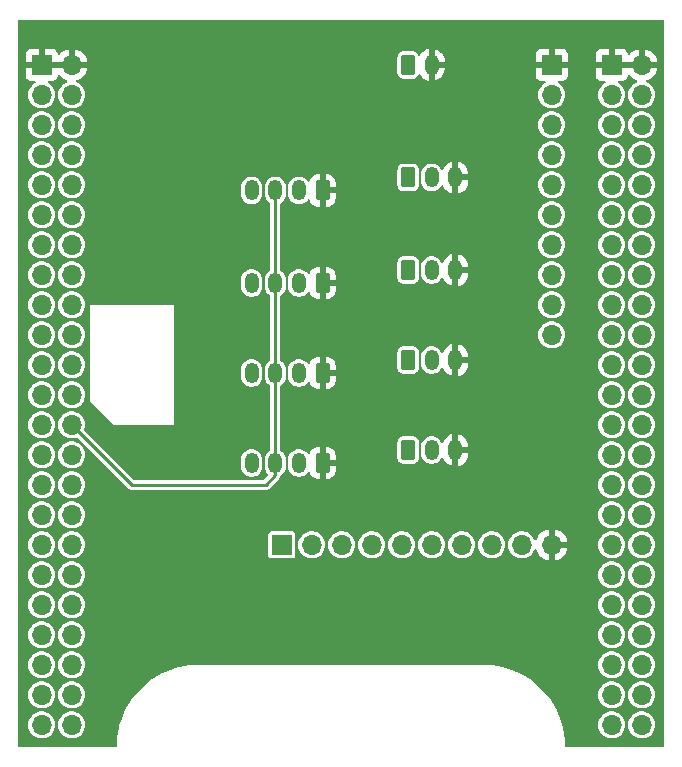
<source format=gbr>
%TF.GenerationSoftware,KiCad,Pcbnew,7.0.6*%
%TF.CreationDate,2024-10-14T12:44:36+01:00*%
%TF.ProjectId,BelaShield,42656c61-5368-4696-956c-642e6b696361,rev?*%
%TF.SameCoordinates,Original*%
%TF.FileFunction,Copper,L1,Top*%
%TF.FilePolarity,Positive*%
%FSLAX46Y46*%
G04 Gerber Fmt 4.6, Leading zero omitted, Abs format (unit mm)*
G04 Created by KiCad (PCBNEW 7.0.6) date 2024-10-14 12:44:36*
%MOMM*%
%LPD*%
G01*
G04 APERTURE LIST*
G04 Aperture macros list*
%AMRoundRect*
0 Rectangle with rounded corners*
0 $1 Rounding radius*
0 $2 $3 $4 $5 $6 $7 $8 $9 X,Y pos of 4 corners*
0 Add a 4 corners polygon primitive as box body*
4,1,4,$2,$3,$4,$5,$6,$7,$8,$9,$2,$3,0*
0 Add four circle primitives for the rounded corners*
1,1,$1+$1,$2,$3*
1,1,$1+$1,$4,$5*
1,1,$1+$1,$6,$7*
1,1,$1+$1,$8,$9*
0 Add four rect primitives between the rounded corners*
20,1,$1+$1,$2,$3,$4,$5,0*
20,1,$1+$1,$4,$5,$6,$7,0*
20,1,$1+$1,$6,$7,$8,$9,0*
20,1,$1+$1,$8,$9,$2,$3,0*%
G04 Aperture macros list end*
%TA.AperFunction,ComponentPad*%
%ADD10RoundRect,0.250000X0.350000X0.625000X-0.350000X0.625000X-0.350000X-0.625000X0.350000X-0.625000X0*%
%TD*%
%TA.AperFunction,ComponentPad*%
%ADD11O,1.200000X1.750000*%
%TD*%
%TA.AperFunction,ComponentPad*%
%ADD12RoundRect,0.250000X-0.350000X-0.625000X0.350000X-0.625000X0.350000X0.625000X-0.350000X0.625000X0*%
%TD*%
%TA.AperFunction,ComponentPad*%
%ADD13O,1.700000X1.700000*%
%TD*%
%TA.AperFunction,ComponentPad*%
%ADD14R,1.700000X1.700000*%
%TD*%
%TA.AperFunction,ViaPad*%
%ADD15C,0.800000*%
%TD*%
%TA.AperFunction,Conductor*%
%ADD16C,0.250000*%
%TD*%
G04 APERTURE END LIST*
D10*
%TO.P,J10,1,Pin_1*%
%TO.N,GND*%
X145700000Y-79440000D03*
D11*
%TO.P,J10,2,Pin_2*%
%TO.N,+3.3V*%
X143700000Y-79440000D03*
%TO.P,J10,3,Pin_3*%
%TO.N,SDA*%
X141700000Y-79440000D03*
%TO.P,J10,4,Pin_4*%
%TO.N,SCL*%
X139700000Y-79440000D03*
%TD*%
D10*
%TO.P,J11,1,Pin_1*%
%TO.N,GND*%
X145700000Y-71820000D03*
D11*
%TO.P,J11,2,Pin_2*%
%TO.N,+3.3V*%
X143700000Y-71820000D03*
%TO.P,J11,3,Pin_3*%
%TO.N,SDA*%
X141700000Y-71820000D03*
%TO.P,J11,4,Pin_4*%
%TO.N,SCL*%
X139700000Y-71820000D03*
%TD*%
%TO.P,J13,2,Pin_2*%
%TO.N,GND*%
X154940000Y-53340000D03*
D12*
%TO.P,J13,1,Pin_1*%
%TO.N,+5V*%
X152940000Y-53340000D03*
%TD*%
D13*
%TO.P,J3,10,Pin_10*%
%TO.N,AOUT1*%
X165100000Y-76200000D03*
%TO.P,J3,9,Pin_9*%
%TO.N,AOUT2*%
X165100000Y-73660000D03*
%TO.P,J3,8,Pin_8*%
%TO.N,AOUT3*%
X165100000Y-71120000D03*
%TO.P,J3,7,Pin_7*%
%TO.N,AOUT4*%
X165100000Y-68580000D03*
%TO.P,J3,6,Pin_6*%
%TO.N,unconnected-(J3-Pin_6-Pad6)*%
X165100000Y-66040000D03*
%TO.P,J3,5,Pin_5*%
%TO.N,unconnected-(J3-Pin_5-Pad5)*%
X165100000Y-63500000D03*
%TO.P,J3,4,Pin_4*%
%TO.N,unconnected-(J3-Pin_4-Pad4)*%
X165100000Y-60960000D03*
%TO.P,J3,3,Pin_3*%
%TO.N,unconnected-(J3-Pin_3-Pad3)*%
X165100000Y-58420000D03*
%TO.P,J3,2,Pin_2*%
%TO.N,unconnected-(J3-Pin_2-Pad2)*%
X165100000Y-55880000D03*
D14*
%TO.P,J3,1,Pin_1*%
%TO.N,GND*%
X165100000Y-53340000D03*
%TD*%
D10*
%TO.P,J9,1,Pin_1*%
%TO.N,GND*%
X145700000Y-87060000D03*
D11*
%TO.P,J9,2,Pin_2*%
%TO.N,+3.3V*%
X143700000Y-87060000D03*
%TO.P,J9,3,Pin_3*%
%TO.N,SDA*%
X141700000Y-87060000D03*
%TO.P,J9,4,Pin_4*%
%TO.N,SCL*%
X139700000Y-87060000D03*
%TD*%
D13*
%TO.P,J2,46,Pin_46*%
%TO.N,unconnected-(J2-Pin_46-Pad46)*%
X172720000Y-109220000D03*
%TO.P,J2,45,Pin_45*%
%TO.N,unconnected-(J2-Pin_45-Pad45)*%
X170180000Y-109220000D03*
%TO.P,J2,44,Pin_44*%
%TO.N,unconnected-(J2-Pin_44-Pad44)*%
X172720000Y-106680000D03*
%TO.P,J2,43,Pin_43*%
%TO.N,unconnected-(J2-Pin_43-Pad43)*%
X170180000Y-106680000D03*
%TO.P,J2,42,Pin_42*%
%TO.N,unconnected-(J2-Pin_42-Pad42)*%
X172720000Y-104140000D03*
%TO.P,J2,41,Pin_41*%
%TO.N,unconnected-(J2-Pin_41-Pad41)*%
X170180000Y-104140000D03*
%TO.P,J2,40,Pin_40*%
%TO.N,unconnected-(J2-Pin_40-Pad40)*%
X172720000Y-101600000D03*
%TO.P,J2,39,Pin_39*%
%TO.N,unconnected-(J2-Pin_39-Pad39)*%
X170180000Y-101600000D03*
%TO.P,J2,38,Pin_38*%
%TO.N,unconnected-(J2-Pin_38-Pad38)*%
X172720000Y-99060000D03*
%TO.P,J2,37,Pin_37*%
%TO.N,unconnected-(J2-Pin_37-Pad37)*%
X170180000Y-99060000D03*
%TO.P,J2,36,Pin_36*%
%TO.N,unconnected-(J2-Pin_36-Pad36)*%
X172720000Y-96520000D03*
%TO.P,J2,35,Pin_35*%
%TO.N,unconnected-(J2-Pin_35-Pad35)*%
X170180000Y-96520000D03*
%TO.P,J2,34,Pin_34*%
%TO.N,unconnected-(J2-Pin_34-Pad34)*%
X172720000Y-93980000D03*
%TO.P,J2,33,Pin_33*%
%TO.N,unconnected-(J2-Pin_33-Pad33)*%
X170180000Y-93980000D03*
%TO.P,J2,32,Pin_32*%
%TO.N,unconnected-(J2-Pin_32-Pad32)*%
X172720000Y-91440000D03*
%TO.P,J2,31,Pin_31*%
%TO.N,unconnected-(J2-Pin_31-Pad31)*%
X170180000Y-91440000D03*
%TO.P,J2,30,Pin_30*%
%TO.N,unconnected-(J2-Pin_30-Pad30)*%
X172720000Y-88900000D03*
%TO.P,J2,29,Pin_29*%
%TO.N,unconnected-(J2-Pin_29-Pad29)*%
X170180000Y-88900000D03*
%TO.P,J2,28,Pin_28*%
%TO.N,unconnected-(J2-Pin_28-Pad28)*%
X172720000Y-86360000D03*
%TO.P,J2,27,Pin_27*%
%TO.N,unconnected-(J2-Pin_27-Pad27)*%
X170180000Y-86360000D03*
%TO.P,J2,26,Pin_26*%
%TO.N,unconnected-(J2-Pin_26-Pad26)*%
X172720000Y-83820000D03*
%TO.P,J2,25,Pin_25*%
%TO.N,unconnected-(J2-Pin_25-Pad25)*%
X170180000Y-83820000D03*
%TO.P,J2,24,Pin_24*%
%TO.N,unconnected-(J2-Pin_24-Pad24)*%
X172720000Y-81280000D03*
%TO.P,J2,23,Pin_23*%
%TO.N,unconnected-(J2-Pin_23-Pad23)*%
X170180000Y-81280000D03*
%TO.P,J2,22,Pin_22*%
%TO.N,unconnected-(J2-Pin_22-Pad22)*%
X172720000Y-78740000D03*
%TO.P,J2,21,Pin_21*%
%TO.N,unconnected-(J2-Pin_21-Pad21)*%
X170180000Y-78740000D03*
%TO.P,J2,20,Pin_20*%
%TO.N,unconnected-(J2-Pin_20-Pad20)*%
X172720000Y-76200000D03*
%TO.P,J2,19,Pin_19*%
%TO.N,unconnected-(J2-Pin_19-Pad19)*%
X170180000Y-76200000D03*
%TO.P,J2,18,Pin_18*%
%TO.N,unconnected-(J2-Pin_18-Pad18)*%
X172720000Y-73660000D03*
%TO.P,J2,17,Pin_17*%
%TO.N,unconnected-(J2-Pin_17-Pad17)*%
X170180000Y-73660000D03*
%TO.P,J2,16,Pin_16*%
%TO.N,unconnected-(J2-Pin_16-Pad16)*%
X172720000Y-71120000D03*
%TO.P,J2,15,Pin_15*%
%TO.N,unconnected-(J2-Pin_15-Pad15)*%
X170180000Y-71120000D03*
%TO.P,J2,14,Pin_14*%
%TO.N,unconnected-(J2-Pin_14-Pad14)*%
X172720000Y-68580000D03*
%TO.P,J2,13,Pin_13*%
%TO.N,unconnected-(J2-Pin_13-Pad13)*%
X170180000Y-68580000D03*
%TO.P,J2,12,Pin_12*%
%TO.N,unconnected-(J2-Pin_12-Pad12)*%
X172720000Y-66040000D03*
%TO.P,J2,11,Pin_11*%
%TO.N,unconnected-(J2-Pin_11-Pad11)*%
X170180000Y-66040000D03*
%TO.P,J2,10,Pin_10*%
%TO.N,unconnected-(J2-Pin_10-Pad10)*%
X172720000Y-63500000D03*
%TO.P,J2,9,Pin_9*%
%TO.N,unconnected-(J2-Pin_9-Pad9)*%
X170180000Y-63500000D03*
%TO.P,J2,8,Pin_8*%
%TO.N,unconnected-(J2-Pin_8-Pad8)*%
X172720000Y-60960000D03*
%TO.P,J2,7,Pin_7*%
%TO.N,unconnected-(J2-Pin_7-Pad7)*%
X170180000Y-60960000D03*
%TO.P,J2,6,Pin_6*%
%TO.N,unconnected-(J2-Pin_6-Pad6)*%
X172720000Y-58420000D03*
%TO.P,J2,5,Pin_5*%
%TO.N,unconnected-(J2-Pin_5-Pad5)*%
X170180000Y-58420000D03*
%TO.P,J2,4,Pin_4*%
%TO.N,unconnected-(J2-Pin_4-Pad4)*%
X172720000Y-55880000D03*
%TO.P,J2,3,Pin_3*%
%TO.N,unconnected-(J2-Pin_3-Pad3)*%
X170180000Y-55880000D03*
%TO.P,J2,2,Pin_2*%
%TO.N,GND*%
X172720000Y-53340000D03*
D14*
%TO.P,J2,1,Pin_1*%
X170180000Y-53340000D03*
%TD*%
D12*
%TO.P,J5,1,Pin_1*%
%TO.N,+5V*%
X152940000Y-85960000D03*
D11*
%TO.P,J5,2,Pin_2*%
%TO.N,AOUT1*%
X154940000Y-85960000D03*
%TO.P,J5,3,Pin_3*%
%TO.N,GND*%
X156940000Y-85960000D03*
%TD*%
%TO.P,J8,3,Pin_3*%
%TO.N,GND*%
X156940000Y-62880000D03*
%TO.P,J8,2,Pin_2*%
%TO.N,AOUT4*%
X154940000Y-62880000D03*
D12*
%TO.P,J8,1,Pin_1*%
%TO.N,+5V*%
X152940000Y-62880000D03*
%TD*%
%TO.P,J6,1,Pin_1*%
%TO.N,+5V*%
X152940000Y-78340000D03*
D11*
%TO.P,J6,2,Pin_2*%
%TO.N,AOUT2*%
X154940000Y-78340000D03*
%TO.P,J6,3,Pin_3*%
%TO.N,GND*%
X156940000Y-78340000D03*
%TD*%
D13*
%TO.P,J1,46,Pin_46*%
%TO.N,unconnected-(J1-Pin_46-Pad46)*%
X124460000Y-109220000D03*
%TO.P,J1,45,Pin_45*%
%TO.N,unconnected-(J1-Pin_45-Pad45)*%
X121920000Y-109220000D03*
%TO.P,J1,44,Pin_44*%
%TO.N,unconnected-(J1-Pin_44-Pad44)*%
X124460000Y-106680000D03*
%TO.P,J1,43,Pin_43*%
%TO.N,unconnected-(J1-Pin_43-Pad43)*%
X121920000Y-106680000D03*
%TO.P,J1,42,Pin_42*%
%TO.N,unconnected-(J1-Pin_42-Pad42)*%
X124460000Y-104140000D03*
%TO.P,J1,41,Pin_41*%
%TO.N,unconnected-(J1-Pin_41-Pad41)*%
X121920000Y-104140000D03*
%TO.P,J1,40,Pin_40*%
%TO.N,unconnected-(J1-Pin_40-Pad40)*%
X124460000Y-101600000D03*
%TO.P,J1,39,Pin_39*%
%TO.N,unconnected-(J1-Pin_39-Pad39)*%
X121920000Y-101600000D03*
%TO.P,J1,38,Pin_38*%
%TO.N,unconnected-(J1-Pin_38-Pad38)*%
X124460000Y-99060000D03*
%TO.P,J1,37,Pin_37*%
%TO.N,unconnected-(J1-Pin_37-Pad37)*%
X121920000Y-99060000D03*
%TO.P,J1,36,Pin_36*%
%TO.N,unconnected-(J1-Pin_36-Pad36)*%
X124460000Y-96520000D03*
%TO.P,J1,35,Pin_35*%
%TO.N,unconnected-(J1-Pin_35-Pad35)*%
X121920000Y-96520000D03*
%TO.P,J1,34,Pin_34*%
%TO.N,unconnected-(J1-Pin_34-Pad34)*%
X124460000Y-93980000D03*
%TO.P,J1,33,Pin_33*%
%TO.N,unconnected-(J1-Pin_33-Pad33)*%
X121920000Y-93980000D03*
%TO.P,J1,32,Pin_32*%
%TO.N,unconnected-(J1-Pin_32-Pad32)*%
X124460000Y-91440000D03*
%TO.P,J1,31,Pin_31*%
%TO.N,unconnected-(J1-Pin_31-Pad31)*%
X121920000Y-91440000D03*
%TO.P,J1,30,Pin_30*%
%TO.N,unconnected-(J1-Pin_30-Pad30)*%
X124460000Y-88900000D03*
%TO.P,J1,29,Pin_29*%
%TO.N,unconnected-(J1-Pin_29-Pad29)*%
X121920000Y-88900000D03*
%TO.P,J1,28,Pin_28*%
%TO.N,unconnected-(J1-Pin_28-Pad28)*%
X124460000Y-86360000D03*
%TO.P,J1,27,Pin_27*%
%TO.N,unconnected-(J1-Pin_27-Pad27)*%
X121920000Y-86360000D03*
%TO.P,J1,26,Pin_26*%
%TO.N,SDA*%
X124460000Y-83820000D03*
%TO.P,J1,25,Pin_25*%
%TO.N,unconnected-(J1-Pin_25-Pad25)*%
X121920000Y-83820000D03*
%TO.P,J1,24,Pin_24*%
%TO.N,SCL*%
X124460000Y-81280000D03*
%TO.P,J1,23,Pin_23*%
%TO.N,unconnected-(J1-Pin_23-Pad23)*%
X121920000Y-81280000D03*
%TO.P,J1,22,Pin_22*%
%TO.N,unconnected-(J1-Pin_22-Pad22)*%
X124460000Y-78740000D03*
%TO.P,J1,21,Pin_21*%
%TO.N,unconnected-(J1-Pin_21-Pad21)*%
X121920000Y-78740000D03*
%TO.P,J1,20,Pin_20*%
%TO.N,unconnected-(J1-Pin_20-Pad20)*%
X124460000Y-76200000D03*
%TO.P,J1,19,Pin_19*%
%TO.N,unconnected-(J1-Pin_19-Pad19)*%
X121920000Y-76200000D03*
%TO.P,J1,18,Pin_18*%
%TO.N,unconnected-(J1-Pin_18-Pad18)*%
X124460000Y-73660000D03*
%TO.P,J1,17,Pin_17*%
%TO.N,unconnected-(J1-Pin_17-Pad17)*%
X121920000Y-73660000D03*
%TO.P,J1,16,Pin_16*%
%TO.N,unconnected-(J1-Pin_16-Pad16)*%
X124460000Y-71120000D03*
%TO.P,J1,15,Pin_15*%
%TO.N,unconnected-(J1-Pin_15-Pad15)*%
X121920000Y-71120000D03*
%TO.P,J1,14,Pin_14*%
%TO.N,unconnected-(J1-Pin_14-Pad14)*%
X124460000Y-68580000D03*
%TO.P,J1,13,Pin_13*%
%TO.N,unconnected-(J1-Pin_13-Pad13)*%
X121920000Y-68580000D03*
%TO.P,J1,12,Pin_12*%
%TO.N,unconnected-(J1-Pin_12-Pad12)*%
X124460000Y-66040000D03*
%TO.P,J1,11,Pin_11*%
%TO.N,unconnected-(J1-Pin_11-Pad11)*%
X121920000Y-66040000D03*
%TO.P,J1,10,Pin_10*%
%TO.N,unconnected-(J1-Pin_10-Pad10)*%
X124460000Y-63500000D03*
%TO.P,J1,9,Pin_9*%
%TO.N,unconnected-(J1-Pin_9-Pad9)*%
X121920000Y-63500000D03*
%TO.P,J1,8,Pin_8*%
%TO.N,unconnected-(J1-Pin_8-Pad8)*%
X124460000Y-60960000D03*
%TO.P,J1,7,Pin_7*%
%TO.N,unconnected-(J1-Pin_7-Pad7)*%
X121920000Y-60960000D03*
%TO.P,J1,6,Pin_6*%
%TO.N,unconnected-(J1-Pin_6-Pad6)*%
X124460000Y-58420000D03*
%TO.P,J1,5,Pin_5*%
%TO.N,unconnected-(J1-Pin_5-Pad5)*%
X121920000Y-58420000D03*
%TO.P,J1,4,Pin_4*%
%TO.N,+3.3V*%
X124460000Y-55880000D03*
%TO.P,J1,3,Pin_3*%
%TO.N,unconnected-(J1-Pin_3-Pad3)*%
X121920000Y-55880000D03*
%TO.P,J1,2,Pin_2*%
%TO.N,GND*%
X124460000Y-53340000D03*
D14*
%TO.P,J1,1,Pin_1*%
X121920000Y-53340000D03*
%TD*%
%TO.P,J4,1,Pin_1*%
%TO.N,unconnected-(J4-Pin_1-Pad1)*%
X142240000Y-93980000D03*
D13*
%TO.P,J4,2,Pin_2*%
%TO.N,unconnected-(J4-Pin_2-Pad2)*%
X144780000Y-93980000D03*
%TO.P,J4,3,Pin_3*%
%TO.N,unconnected-(J4-Pin_3-Pad3)*%
X147320000Y-93980000D03*
%TO.P,J4,4,Pin_4*%
%TO.N,unconnected-(J4-Pin_4-Pad4)*%
X149860000Y-93980000D03*
%TO.P,J4,5,Pin_5*%
%TO.N,unconnected-(J4-Pin_5-Pad5)*%
X152400000Y-93980000D03*
%TO.P,J4,6,Pin_6*%
%TO.N,unconnected-(J4-Pin_6-Pad6)*%
X154940000Y-93980000D03*
%TO.P,J4,7,Pin_7*%
%TO.N,unconnected-(J4-Pin_7-Pad7)*%
X157480000Y-93980000D03*
%TO.P,J4,8,Pin_8*%
%TO.N,unconnected-(J4-Pin_8-Pad8)*%
X160020000Y-93980000D03*
%TO.P,J4,9,Pin_9*%
%TO.N,unconnected-(J4-Pin_9-Pad9)*%
X162560000Y-93980000D03*
%TO.P,J4,10,Pin_10*%
%TO.N,GND*%
X165100000Y-93980000D03*
%TD*%
D10*
%TO.P,J12,1,Pin_1*%
%TO.N,GND*%
X145700000Y-63980000D03*
D11*
%TO.P,J12,2,Pin_2*%
%TO.N,+3.3V*%
X143700000Y-63980000D03*
%TO.P,J12,3,Pin_3*%
%TO.N,SDA*%
X141700000Y-63980000D03*
%TO.P,J12,4,Pin_4*%
%TO.N,SCL*%
X139700000Y-63980000D03*
%TD*%
D12*
%TO.P,J7,1,Pin_1*%
%TO.N,+5V*%
X152940000Y-70720000D03*
D11*
%TO.P,J7,2,Pin_2*%
%TO.N,AOUT3*%
X154940000Y-70720000D03*
%TO.P,J7,3,Pin_3*%
%TO.N,GND*%
X156940000Y-70720000D03*
%TD*%
D15*
%TO.N,GND*%
X130600000Y-60000000D03*
X130600000Y-67600000D03*
%TD*%
D16*
%TO.N,SDA*%
X141700000Y-88100000D02*
X141700000Y-87060000D01*
X140900000Y-88900000D02*
X141700000Y-88100000D01*
X124460000Y-83820000D02*
X129540000Y-88900000D01*
X129540000Y-88900000D02*
X140900000Y-88900000D01*
X141700000Y-63980000D02*
X141700000Y-71820000D01*
X141700000Y-87060000D02*
X141700000Y-79440000D01*
X141700000Y-79440000D02*
X141700000Y-71820000D01*
%TD*%
%TA.AperFunction,Conductor*%
%TO.N,GND*%
G36*
X124000507Y-53130156D02*
G01*
X123960000Y-53268111D01*
X123960000Y-53411889D01*
X124000507Y-53549844D01*
X124026314Y-53590000D01*
X122353686Y-53590000D01*
X122379493Y-53549844D01*
X122420000Y-53411889D01*
X122420000Y-53268111D01*
X122379493Y-53130156D01*
X122353686Y-53090000D01*
X124026314Y-53090000D01*
X124000507Y-53130156D01*
G37*
%TD.AperFunction*%
%TA.AperFunction,Conductor*%
G36*
X172260507Y-53130156D02*
G01*
X172220000Y-53268111D01*
X172220000Y-53411889D01*
X172260507Y-53549844D01*
X172286314Y-53590000D01*
X170613686Y-53590000D01*
X170639493Y-53549844D01*
X170680000Y-53411889D01*
X170680000Y-53268111D01*
X170639493Y-53130156D01*
X170613686Y-53090000D01*
X172286314Y-53090000D01*
X172260507Y-53130156D01*
G37*
%TD.AperFunction*%
%TA.AperFunction,Conductor*%
G36*
X174583691Y-49549407D02*
G01*
X174619655Y-49598907D01*
X174624500Y-49629500D01*
X174624500Y-111025500D01*
X174605593Y-111083691D01*
X174556093Y-111119655D01*
X174525500Y-111124500D01*
X166357189Y-111124500D01*
X166298998Y-111105593D01*
X166263034Y-111056093D01*
X166258189Y-111025499D01*
X166258190Y-110874868D01*
X166256357Y-110849242D01*
X166237458Y-110584930D01*
X166235489Y-110532298D01*
X166232899Y-110521179D01*
X166222510Y-110375886D01*
X166222510Y-110375882D01*
X166176938Y-110058852D01*
X166172581Y-110020180D01*
X166170342Y-110012966D01*
X166151331Y-109880710D01*
X166151284Y-109880496D01*
X166076033Y-109534493D01*
X166072159Y-109514014D01*
X166070853Y-109510674D01*
X166045016Y-109391876D01*
X165994561Y-109220000D01*
X169024571Y-109220000D01*
X169040470Y-109391587D01*
X169044244Y-109432310D01*
X169102595Y-109637389D01*
X169197634Y-109828255D01*
X169326128Y-109998407D01*
X169326135Y-109998413D01*
X169483692Y-110142047D01*
X169483699Y-110142053D01*
X169587389Y-110206255D01*
X169664981Y-110254298D01*
X169863802Y-110331321D01*
X170073390Y-110370500D01*
X170286610Y-110370500D01*
X170496198Y-110331321D01*
X170695019Y-110254298D01*
X170876302Y-110142052D01*
X171033872Y-109998407D01*
X171162366Y-109828255D01*
X171257405Y-109637389D01*
X171315756Y-109432310D01*
X171335429Y-109220000D01*
X171564571Y-109220000D01*
X171580470Y-109391587D01*
X171584244Y-109432310D01*
X171642595Y-109637389D01*
X171737634Y-109828255D01*
X171866128Y-109998407D01*
X171866135Y-109998413D01*
X172023692Y-110142047D01*
X172023699Y-110142053D01*
X172127389Y-110206255D01*
X172204981Y-110254298D01*
X172403802Y-110331321D01*
X172613390Y-110370500D01*
X172826610Y-110370500D01*
X173036198Y-110331321D01*
X173235019Y-110254298D01*
X173416302Y-110142052D01*
X173573872Y-109998407D01*
X173702366Y-109828255D01*
X173797405Y-109637389D01*
X173855756Y-109432310D01*
X173875429Y-109220000D01*
X173855756Y-109007690D01*
X173797405Y-108802611D01*
X173702366Y-108611745D01*
X173573872Y-108441593D01*
X173519623Y-108392139D01*
X173416307Y-108297952D01*
X173416300Y-108297946D01*
X173235024Y-108185705D01*
X173235019Y-108185702D01*
X173036195Y-108108678D01*
X172826610Y-108069500D01*
X172613390Y-108069500D01*
X172403804Y-108108678D01*
X172204980Y-108185702D01*
X172204975Y-108185705D01*
X172023699Y-108297946D01*
X172023692Y-108297952D01*
X171866135Y-108441586D01*
X171866131Y-108441589D01*
X171866128Y-108441593D01*
X171866124Y-108441597D01*
X171866125Y-108441597D01*
X171737635Y-108611743D01*
X171737630Y-108611752D01*
X171642596Y-108802608D01*
X171584244Y-109007688D01*
X171564571Y-109220000D01*
X171335429Y-109220000D01*
X171315756Y-109007690D01*
X171257405Y-108802611D01*
X171162366Y-108611745D01*
X171033872Y-108441593D01*
X170979623Y-108392139D01*
X170876307Y-108297952D01*
X170876300Y-108297946D01*
X170695024Y-108185705D01*
X170695019Y-108185702D01*
X170496195Y-108108678D01*
X170286610Y-108069500D01*
X170073390Y-108069500D01*
X169863804Y-108108678D01*
X169664980Y-108185702D01*
X169664975Y-108185705D01*
X169483699Y-108297946D01*
X169483692Y-108297952D01*
X169326135Y-108441586D01*
X169326131Y-108441589D01*
X169326128Y-108441593D01*
X169326124Y-108441597D01*
X169326125Y-108441597D01*
X169197635Y-108611743D01*
X169197630Y-108611752D01*
X169102596Y-108802608D01*
X169044244Y-109007688D01*
X169024571Y-109220000D01*
X165994561Y-109220000D01*
X165904107Y-108911869D01*
X165816697Y-108677454D01*
X165729327Y-108443146D01*
X165521554Y-107988068D01*
X165372103Y-107714297D01*
X165281849Y-107548965D01*
X165011442Y-107128083D01*
X164711705Y-106727560D01*
X164711148Y-106726917D01*
X164670507Y-106680000D01*
X169024571Y-106680000D01*
X169044244Y-106892310D01*
X169102595Y-107097389D01*
X169197634Y-107288255D01*
X169326128Y-107458407D01*
X169326135Y-107458413D01*
X169483692Y-107602047D01*
X169483699Y-107602053D01*
X169587389Y-107666255D01*
X169664981Y-107714298D01*
X169863802Y-107791321D01*
X170073390Y-107830500D01*
X170286610Y-107830500D01*
X170496198Y-107791321D01*
X170695019Y-107714298D01*
X170876302Y-107602052D01*
X171033872Y-107458407D01*
X171162366Y-107288255D01*
X171257405Y-107097389D01*
X171315756Y-106892310D01*
X171335429Y-106680000D01*
X171564571Y-106680000D01*
X171584244Y-106892310D01*
X171642595Y-107097389D01*
X171737634Y-107288255D01*
X171866128Y-107458407D01*
X171866135Y-107458413D01*
X172023692Y-107602047D01*
X172023699Y-107602053D01*
X172127389Y-107666255D01*
X172204981Y-107714298D01*
X172403802Y-107791321D01*
X172613390Y-107830500D01*
X172826610Y-107830500D01*
X173036198Y-107791321D01*
X173235019Y-107714298D01*
X173416302Y-107602052D01*
X173573872Y-107458407D01*
X173702366Y-107288255D01*
X173797405Y-107097389D01*
X173855756Y-106892310D01*
X173875429Y-106680000D01*
X173855756Y-106467690D01*
X173797405Y-106262611D01*
X173702366Y-106071745D01*
X173573872Y-105901593D01*
X173497374Y-105831855D01*
X173416307Y-105757952D01*
X173416300Y-105757946D01*
X173235024Y-105645705D01*
X173235019Y-105645702D01*
X173036195Y-105568678D01*
X172826610Y-105529500D01*
X172613390Y-105529500D01*
X172403804Y-105568678D01*
X172204980Y-105645702D01*
X172204975Y-105645705D01*
X172023699Y-105757946D01*
X172023692Y-105757952D01*
X171866135Y-105901586D01*
X171866131Y-105901589D01*
X171866128Y-105901593D01*
X171866124Y-105901597D01*
X171866125Y-105901597D01*
X171737635Y-106071743D01*
X171737630Y-106071752D01*
X171642596Y-106262608D01*
X171584244Y-106467688D01*
X171584243Y-106467690D01*
X171584244Y-106467690D01*
X171564571Y-106680000D01*
X171335429Y-106680000D01*
X171315756Y-106467690D01*
X171257405Y-106262611D01*
X171162366Y-106071745D01*
X171033872Y-105901593D01*
X170957374Y-105831855D01*
X170876307Y-105757952D01*
X170876300Y-105757946D01*
X170695024Y-105645705D01*
X170695019Y-105645702D01*
X170496195Y-105568678D01*
X170286610Y-105529500D01*
X170073390Y-105529500D01*
X169863804Y-105568678D01*
X169664980Y-105645702D01*
X169664975Y-105645705D01*
X169483699Y-105757946D01*
X169483692Y-105757952D01*
X169326135Y-105901586D01*
X169326131Y-105901589D01*
X169326128Y-105901593D01*
X169326124Y-105901597D01*
X169326125Y-105901597D01*
X169197635Y-106071743D01*
X169197630Y-106071752D01*
X169102596Y-106262608D01*
X169044244Y-106467688D01*
X169044243Y-106467690D01*
X169044244Y-106467690D01*
X169024571Y-106680000D01*
X164670507Y-106680000D01*
X164384172Y-106349443D01*
X164384170Y-106349441D01*
X164384164Y-106349434D01*
X164030489Y-105995633D01*
X163652480Y-105667958D01*
X163252063Y-105368079D01*
X162831277Y-105097522D01*
X162503433Y-104918402D01*
X162392263Y-104857663D01*
X162135105Y-104740143D01*
X161937266Y-104649732D01*
X161937260Y-104649729D01*
X161937254Y-104649727D01*
X161776830Y-104589842D01*
X161468594Y-104474779D01*
X160988638Y-104333700D01*
X160986348Y-104333201D01*
X160869837Y-104307818D01*
X160868127Y-104306819D01*
X160846008Y-104302626D01*
X160618097Y-104252975D01*
X160499841Y-104227212D01*
X160495907Y-104226645D01*
X160367582Y-104208152D01*
X160363816Y-104206298D01*
X160321676Y-104201536D01*
X160004695Y-104155857D01*
X159996469Y-104155265D01*
X159859404Y-104145415D01*
X159853511Y-104143021D01*
X159795615Y-104140832D01*
X159784037Y-104140000D01*
X169024571Y-104140000D01*
X169042519Y-104333700D01*
X169044244Y-104352310D01*
X169102595Y-104557389D01*
X169197634Y-104748255D01*
X169326128Y-104918407D01*
X169326135Y-104918413D01*
X169483692Y-105062047D01*
X169483699Y-105062053D01*
X169540984Y-105097522D01*
X169664981Y-105174298D01*
X169863802Y-105251321D01*
X170073390Y-105290500D01*
X170286610Y-105290500D01*
X170496198Y-105251321D01*
X170695019Y-105174298D01*
X170876302Y-105062052D01*
X171033872Y-104918407D01*
X171162366Y-104748255D01*
X171257405Y-104557389D01*
X171315756Y-104352310D01*
X171335429Y-104140000D01*
X171564571Y-104140000D01*
X171566010Y-104155525D01*
X171582519Y-104333700D01*
X171584244Y-104352310D01*
X171642595Y-104557389D01*
X171737634Y-104748255D01*
X171866128Y-104918407D01*
X171866135Y-104918413D01*
X172023692Y-105062047D01*
X172023699Y-105062053D01*
X172080984Y-105097522D01*
X172204981Y-105174298D01*
X172403802Y-105251321D01*
X172613390Y-105290500D01*
X172826610Y-105290500D01*
X173036198Y-105251321D01*
X173235019Y-105174298D01*
X173416302Y-105062052D01*
X173573872Y-104918407D01*
X173702366Y-104748255D01*
X173797405Y-104557389D01*
X173855756Y-104352310D01*
X173875429Y-104140000D01*
X173855756Y-103927690D01*
X173797405Y-103722611D01*
X173702366Y-103531745D01*
X173573872Y-103361593D01*
X173519623Y-103312139D01*
X173416307Y-103217952D01*
X173416300Y-103217946D01*
X173235024Y-103105705D01*
X173235019Y-103105702D01*
X173036195Y-103028678D01*
X172826610Y-102989500D01*
X172613390Y-102989500D01*
X172403804Y-103028678D01*
X172204980Y-103105702D01*
X172204975Y-103105705D01*
X172023699Y-103217946D01*
X172023692Y-103217952D01*
X171866135Y-103361586D01*
X171866131Y-103361589D01*
X171866128Y-103361593D01*
X171866124Y-103361597D01*
X171866125Y-103361597D01*
X171737635Y-103531743D01*
X171737630Y-103531752D01*
X171642596Y-103722608D01*
X171584244Y-103927688D01*
X171564670Y-104138927D01*
X171564571Y-104140000D01*
X171335429Y-104140000D01*
X171315756Y-103927690D01*
X171257405Y-103722611D01*
X171162366Y-103531745D01*
X171033872Y-103361593D01*
X170979623Y-103312139D01*
X170876307Y-103217952D01*
X170876300Y-103217946D01*
X170695024Y-103105705D01*
X170695019Y-103105702D01*
X170496195Y-103028678D01*
X170286610Y-102989500D01*
X170073390Y-102989500D01*
X169863804Y-103028678D01*
X169664980Y-103105702D01*
X169664975Y-103105705D01*
X169483699Y-103217946D01*
X169483692Y-103217952D01*
X169326135Y-103361586D01*
X169326131Y-103361589D01*
X169326128Y-103361593D01*
X169326124Y-103361597D01*
X169326125Y-103361597D01*
X169197635Y-103531743D01*
X169197630Y-103531752D01*
X169102596Y-103722608D01*
X169044244Y-103927688D01*
X169024571Y-104140000D01*
X159784037Y-104140000D01*
X159505726Y-104120000D01*
X159505725Y-104120000D01*
X159255688Y-104119912D01*
X135300221Y-104119762D01*
X135300128Y-104119732D01*
X135259194Y-104119737D01*
X135009021Y-104119769D01*
X134893296Y-104128060D01*
X134719169Y-104140535D01*
X134666445Y-104142514D01*
X134655300Y-104145111D01*
X134509964Y-104155524D01*
X134509963Y-104155524D01*
X134509958Y-104155524D01*
X134509954Y-104155525D01*
X134432769Y-104166631D01*
X134192995Y-104201134D01*
X134154248Y-104205505D01*
X134147015Y-104207751D01*
X134051870Y-104221442D01*
X134014709Y-104226790D01*
X133916037Y-104248266D01*
X133668520Y-104302139D01*
X133647979Y-104306028D01*
X133644647Y-104307335D01*
X133546642Y-104328666D01*
X133525810Y-104333201D01*
X133525808Y-104333201D01*
X133525806Y-104333202D01*
X133460752Y-104352311D01*
X133045746Y-104474215D01*
X132576965Y-104649115D01*
X132121853Y-104857009D01*
X131682731Y-105096838D01*
X131261836Y-105367380D01*
X131045304Y-105529500D01*
X130861311Y-105667257D01*
X130483191Y-105994947D01*
X130305604Y-106172558D01*
X130129423Y-106348762D01*
X129964468Y-106539153D01*
X129801784Y-106726922D01*
X129501965Y-107127478D01*
X129501963Y-107127481D01*
X129398656Y-107288247D01*
X129231479Y-107548405D01*
X129231479Y-107548406D01*
X129231476Y-107548411D01*
X128991703Y-107987564D01*
X128784373Y-108441597D01*
X128783864Y-108442711D01*
X128609028Y-108911508D01*
X128609028Y-108911507D01*
X128580789Y-109007690D01*
X128468076Y-109391588D01*
X128459218Y-109432311D01*
X128442228Y-109510418D01*
X128441227Y-109512131D01*
X128437034Y-109534299D01*
X128361730Y-109880496D01*
X128342707Y-110012809D01*
X128340852Y-110016580D01*
X128336096Y-110058796D01*
X128290527Y-110375759D01*
X128280133Y-110521103D01*
X128277739Y-110527000D01*
X128275569Y-110584930D01*
X128254837Y-110874825D01*
X128254837Y-111025500D01*
X128235930Y-111083691D01*
X128186430Y-111119655D01*
X128155837Y-111124500D01*
X119987500Y-111124500D01*
X119929309Y-111105593D01*
X119893345Y-111056093D01*
X119888500Y-111025500D01*
X119888500Y-109220000D01*
X120764571Y-109220000D01*
X120780470Y-109391587D01*
X120784244Y-109432310D01*
X120842595Y-109637389D01*
X120937634Y-109828255D01*
X121066128Y-109998407D01*
X121066135Y-109998413D01*
X121223692Y-110142047D01*
X121223699Y-110142053D01*
X121327389Y-110206255D01*
X121404981Y-110254298D01*
X121603802Y-110331321D01*
X121813390Y-110370500D01*
X122026610Y-110370500D01*
X122236198Y-110331321D01*
X122435019Y-110254298D01*
X122616302Y-110142052D01*
X122773872Y-109998407D01*
X122902366Y-109828255D01*
X122997405Y-109637389D01*
X123055756Y-109432310D01*
X123075429Y-109220000D01*
X123304571Y-109220000D01*
X123320470Y-109391587D01*
X123324244Y-109432310D01*
X123382595Y-109637389D01*
X123477634Y-109828255D01*
X123606128Y-109998407D01*
X123606135Y-109998413D01*
X123763692Y-110142047D01*
X123763699Y-110142053D01*
X123867389Y-110206255D01*
X123944981Y-110254298D01*
X124143802Y-110331321D01*
X124353390Y-110370500D01*
X124566610Y-110370500D01*
X124776198Y-110331321D01*
X124975019Y-110254298D01*
X125156302Y-110142052D01*
X125313872Y-109998407D01*
X125442366Y-109828255D01*
X125537405Y-109637389D01*
X125595756Y-109432310D01*
X125615429Y-109220000D01*
X125595756Y-109007690D01*
X125537405Y-108802611D01*
X125442366Y-108611745D01*
X125313872Y-108441593D01*
X125259623Y-108392139D01*
X125156307Y-108297952D01*
X125156300Y-108297946D01*
X124975024Y-108185705D01*
X124975019Y-108185702D01*
X124776195Y-108108678D01*
X124566610Y-108069500D01*
X124353390Y-108069500D01*
X124143804Y-108108678D01*
X123944980Y-108185702D01*
X123944975Y-108185705D01*
X123763699Y-108297946D01*
X123763692Y-108297952D01*
X123606135Y-108441586D01*
X123606131Y-108441589D01*
X123606128Y-108441593D01*
X123606124Y-108441597D01*
X123606125Y-108441597D01*
X123477635Y-108611743D01*
X123477630Y-108611752D01*
X123382596Y-108802608D01*
X123324244Y-109007688D01*
X123304571Y-109220000D01*
X123075429Y-109220000D01*
X123055756Y-109007690D01*
X122997405Y-108802611D01*
X122902366Y-108611745D01*
X122773872Y-108441593D01*
X122719623Y-108392139D01*
X122616307Y-108297952D01*
X122616300Y-108297946D01*
X122435024Y-108185705D01*
X122435019Y-108185702D01*
X122236195Y-108108678D01*
X122026610Y-108069500D01*
X121813390Y-108069500D01*
X121603804Y-108108678D01*
X121404980Y-108185702D01*
X121404975Y-108185705D01*
X121223699Y-108297946D01*
X121223692Y-108297952D01*
X121066135Y-108441586D01*
X121066131Y-108441589D01*
X121066128Y-108441593D01*
X121066124Y-108441597D01*
X121066125Y-108441597D01*
X120937635Y-108611743D01*
X120937630Y-108611752D01*
X120842596Y-108802608D01*
X120784244Y-109007688D01*
X120764571Y-109220000D01*
X119888500Y-109220000D01*
X119888500Y-106680000D01*
X120764571Y-106680000D01*
X120784244Y-106892310D01*
X120842595Y-107097389D01*
X120937634Y-107288255D01*
X121066128Y-107458407D01*
X121066135Y-107458413D01*
X121223692Y-107602047D01*
X121223699Y-107602053D01*
X121327389Y-107666255D01*
X121404981Y-107714298D01*
X121603802Y-107791321D01*
X121813390Y-107830500D01*
X122026610Y-107830500D01*
X122236198Y-107791321D01*
X122435019Y-107714298D01*
X122616302Y-107602052D01*
X122773872Y-107458407D01*
X122902366Y-107288255D01*
X122997405Y-107097389D01*
X123055756Y-106892310D01*
X123075429Y-106680000D01*
X123304571Y-106680000D01*
X123324244Y-106892310D01*
X123382595Y-107097389D01*
X123477634Y-107288255D01*
X123606128Y-107458407D01*
X123606135Y-107458413D01*
X123763692Y-107602047D01*
X123763699Y-107602053D01*
X123867389Y-107666255D01*
X123944981Y-107714298D01*
X124143802Y-107791321D01*
X124353390Y-107830500D01*
X124566610Y-107830500D01*
X124776198Y-107791321D01*
X124975019Y-107714298D01*
X125156302Y-107602052D01*
X125313872Y-107458407D01*
X125442366Y-107288255D01*
X125537405Y-107097389D01*
X125595756Y-106892310D01*
X125615429Y-106680000D01*
X125595756Y-106467690D01*
X125537405Y-106262611D01*
X125442366Y-106071745D01*
X125313872Y-105901593D01*
X125237374Y-105831855D01*
X125156307Y-105757952D01*
X125156300Y-105757946D01*
X124975024Y-105645705D01*
X124975019Y-105645702D01*
X124776195Y-105568678D01*
X124566610Y-105529500D01*
X124353390Y-105529500D01*
X124143804Y-105568678D01*
X123944980Y-105645702D01*
X123944975Y-105645705D01*
X123763699Y-105757946D01*
X123763692Y-105757952D01*
X123606135Y-105901586D01*
X123606131Y-105901589D01*
X123606128Y-105901593D01*
X123606124Y-105901597D01*
X123606125Y-105901597D01*
X123477635Y-106071743D01*
X123477630Y-106071752D01*
X123382596Y-106262608D01*
X123324244Y-106467688D01*
X123324243Y-106467690D01*
X123324244Y-106467690D01*
X123304571Y-106680000D01*
X123075429Y-106680000D01*
X123055756Y-106467690D01*
X122997405Y-106262611D01*
X122902366Y-106071745D01*
X122773872Y-105901593D01*
X122697374Y-105831855D01*
X122616307Y-105757952D01*
X122616300Y-105757946D01*
X122435024Y-105645705D01*
X122435019Y-105645702D01*
X122236195Y-105568678D01*
X122026610Y-105529500D01*
X121813390Y-105529500D01*
X121603804Y-105568678D01*
X121404980Y-105645702D01*
X121404975Y-105645705D01*
X121223699Y-105757946D01*
X121223692Y-105757952D01*
X121066135Y-105901586D01*
X121066131Y-105901589D01*
X121066128Y-105901593D01*
X121066124Y-105901597D01*
X121066125Y-105901597D01*
X120937635Y-106071743D01*
X120937630Y-106071752D01*
X120842596Y-106262608D01*
X120784244Y-106467688D01*
X120784243Y-106467690D01*
X120784244Y-106467690D01*
X120764571Y-106680000D01*
X119888500Y-106680000D01*
X119888500Y-104140000D01*
X120764571Y-104140000D01*
X120782519Y-104333700D01*
X120784244Y-104352310D01*
X120842595Y-104557389D01*
X120937634Y-104748255D01*
X121066128Y-104918407D01*
X121066135Y-104918413D01*
X121223692Y-105062047D01*
X121223699Y-105062053D01*
X121280984Y-105097522D01*
X121404981Y-105174298D01*
X121603802Y-105251321D01*
X121813390Y-105290500D01*
X122026610Y-105290500D01*
X122236198Y-105251321D01*
X122435019Y-105174298D01*
X122616302Y-105062052D01*
X122773872Y-104918407D01*
X122902366Y-104748255D01*
X122997405Y-104557389D01*
X123055756Y-104352310D01*
X123075429Y-104140000D01*
X123304571Y-104140000D01*
X123306010Y-104155525D01*
X123322519Y-104333700D01*
X123324244Y-104352310D01*
X123382595Y-104557389D01*
X123477634Y-104748255D01*
X123606128Y-104918407D01*
X123606135Y-104918413D01*
X123763692Y-105062047D01*
X123763699Y-105062053D01*
X123820984Y-105097522D01*
X123944981Y-105174298D01*
X124143802Y-105251321D01*
X124353390Y-105290500D01*
X124566610Y-105290500D01*
X124776198Y-105251321D01*
X124975019Y-105174298D01*
X125156302Y-105062052D01*
X125313872Y-104918407D01*
X125442366Y-104748255D01*
X125537405Y-104557389D01*
X125595756Y-104352310D01*
X125615429Y-104140000D01*
X125595756Y-103927690D01*
X125537405Y-103722611D01*
X125442366Y-103531745D01*
X125313872Y-103361593D01*
X125259623Y-103312139D01*
X125156307Y-103217952D01*
X125156300Y-103217946D01*
X124975024Y-103105705D01*
X124975019Y-103105702D01*
X124776195Y-103028678D01*
X124566610Y-102989500D01*
X124353390Y-102989500D01*
X124143804Y-103028678D01*
X123944980Y-103105702D01*
X123944975Y-103105705D01*
X123763699Y-103217946D01*
X123763692Y-103217952D01*
X123606135Y-103361586D01*
X123606131Y-103361589D01*
X123606128Y-103361593D01*
X123606124Y-103361597D01*
X123606125Y-103361597D01*
X123477635Y-103531743D01*
X123477630Y-103531752D01*
X123382596Y-103722608D01*
X123324244Y-103927688D01*
X123304670Y-104138927D01*
X123304571Y-104140000D01*
X123075429Y-104140000D01*
X123055756Y-103927690D01*
X122997405Y-103722611D01*
X122902366Y-103531745D01*
X122773872Y-103361593D01*
X122719623Y-103312139D01*
X122616307Y-103217952D01*
X122616300Y-103217946D01*
X122435024Y-103105705D01*
X122435019Y-103105702D01*
X122236195Y-103028678D01*
X122026610Y-102989500D01*
X121813390Y-102989500D01*
X121603804Y-103028678D01*
X121404980Y-103105702D01*
X121404975Y-103105705D01*
X121223699Y-103217946D01*
X121223692Y-103217952D01*
X121066135Y-103361586D01*
X121066131Y-103361589D01*
X121066128Y-103361593D01*
X121066124Y-103361597D01*
X121066125Y-103361597D01*
X120937635Y-103531743D01*
X120937630Y-103531752D01*
X120842596Y-103722608D01*
X120784244Y-103927688D01*
X120764571Y-104140000D01*
X119888500Y-104140000D01*
X119888500Y-101600000D01*
X120764571Y-101600000D01*
X120784244Y-101812310D01*
X120842595Y-102017389D01*
X120937634Y-102208255D01*
X121066128Y-102378407D01*
X121066135Y-102378413D01*
X121223692Y-102522047D01*
X121223699Y-102522053D01*
X121327389Y-102586255D01*
X121404981Y-102634298D01*
X121603802Y-102711321D01*
X121813390Y-102750500D01*
X122026610Y-102750500D01*
X122236198Y-102711321D01*
X122435019Y-102634298D01*
X122616302Y-102522052D01*
X122773872Y-102378407D01*
X122902366Y-102208255D01*
X122997405Y-102017389D01*
X123055756Y-101812310D01*
X123075429Y-101600000D01*
X123304571Y-101600000D01*
X123324244Y-101812310D01*
X123382595Y-102017389D01*
X123477634Y-102208255D01*
X123606128Y-102378407D01*
X123606135Y-102378413D01*
X123763692Y-102522047D01*
X123763699Y-102522053D01*
X123867389Y-102586255D01*
X123944981Y-102634298D01*
X124143802Y-102711321D01*
X124353390Y-102750500D01*
X124566610Y-102750500D01*
X124776198Y-102711321D01*
X124975019Y-102634298D01*
X125156302Y-102522052D01*
X125313872Y-102378407D01*
X125442366Y-102208255D01*
X125537405Y-102017389D01*
X125595756Y-101812310D01*
X125615429Y-101600000D01*
X169024571Y-101600000D01*
X169044244Y-101812310D01*
X169102595Y-102017389D01*
X169197634Y-102208255D01*
X169326128Y-102378407D01*
X169326135Y-102378413D01*
X169483692Y-102522047D01*
X169483699Y-102522053D01*
X169587389Y-102586255D01*
X169664981Y-102634298D01*
X169863802Y-102711321D01*
X170073390Y-102750500D01*
X170286610Y-102750500D01*
X170496198Y-102711321D01*
X170695019Y-102634298D01*
X170876302Y-102522052D01*
X171033872Y-102378407D01*
X171162366Y-102208255D01*
X171257405Y-102017389D01*
X171315756Y-101812310D01*
X171335429Y-101600000D01*
X171564571Y-101600000D01*
X171584244Y-101812310D01*
X171642595Y-102017389D01*
X171737634Y-102208255D01*
X171866128Y-102378407D01*
X171866135Y-102378413D01*
X172023692Y-102522047D01*
X172023699Y-102522053D01*
X172127389Y-102586255D01*
X172204981Y-102634298D01*
X172403802Y-102711321D01*
X172613390Y-102750500D01*
X172826610Y-102750500D01*
X173036198Y-102711321D01*
X173235019Y-102634298D01*
X173416302Y-102522052D01*
X173573872Y-102378407D01*
X173702366Y-102208255D01*
X173797405Y-102017389D01*
X173855756Y-101812310D01*
X173875429Y-101600000D01*
X173855756Y-101387690D01*
X173797405Y-101182611D01*
X173702366Y-100991745D01*
X173573872Y-100821593D01*
X173519623Y-100772139D01*
X173416307Y-100677952D01*
X173416300Y-100677946D01*
X173235024Y-100565705D01*
X173235019Y-100565702D01*
X173036195Y-100488678D01*
X172826610Y-100449500D01*
X172613390Y-100449500D01*
X172403804Y-100488678D01*
X172204980Y-100565702D01*
X172204975Y-100565705D01*
X172023699Y-100677946D01*
X172023692Y-100677952D01*
X171866135Y-100821586D01*
X171866131Y-100821589D01*
X171866128Y-100821593D01*
X171866124Y-100821597D01*
X171866125Y-100821597D01*
X171737635Y-100991743D01*
X171737630Y-100991752D01*
X171642596Y-101182608D01*
X171584244Y-101387688D01*
X171584243Y-101387690D01*
X171584244Y-101387690D01*
X171564571Y-101600000D01*
X171335429Y-101600000D01*
X171315756Y-101387690D01*
X171257405Y-101182611D01*
X171162366Y-100991745D01*
X171033872Y-100821593D01*
X170979623Y-100772139D01*
X170876307Y-100677952D01*
X170876300Y-100677946D01*
X170695024Y-100565705D01*
X170695019Y-100565702D01*
X170496195Y-100488678D01*
X170286610Y-100449500D01*
X170073390Y-100449500D01*
X169863804Y-100488678D01*
X169664980Y-100565702D01*
X169664975Y-100565705D01*
X169483699Y-100677946D01*
X169483692Y-100677952D01*
X169326135Y-100821586D01*
X169326131Y-100821589D01*
X169326128Y-100821593D01*
X169326124Y-100821597D01*
X169326125Y-100821597D01*
X169197635Y-100991743D01*
X169197630Y-100991752D01*
X169102596Y-101182608D01*
X169044244Y-101387688D01*
X169044243Y-101387690D01*
X169044244Y-101387690D01*
X169024571Y-101600000D01*
X125615429Y-101600000D01*
X125595756Y-101387690D01*
X125537405Y-101182611D01*
X125442366Y-100991745D01*
X125313872Y-100821593D01*
X125259623Y-100772139D01*
X125156307Y-100677952D01*
X125156300Y-100677946D01*
X124975024Y-100565705D01*
X124975019Y-100565702D01*
X124776195Y-100488678D01*
X124566610Y-100449500D01*
X124353390Y-100449500D01*
X124143804Y-100488678D01*
X123944980Y-100565702D01*
X123944975Y-100565705D01*
X123763699Y-100677946D01*
X123763692Y-100677952D01*
X123606135Y-100821586D01*
X123606131Y-100821589D01*
X123606128Y-100821593D01*
X123606124Y-100821597D01*
X123606125Y-100821597D01*
X123477635Y-100991743D01*
X123477630Y-100991752D01*
X123382596Y-101182608D01*
X123324244Y-101387688D01*
X123324243Y-101387690D01*
X123324244Y-101387690D01*
X123304571Y-101600000D01*
X123075429Y-101600000D01*
X123055756Y-101387690D01*
X122997405Y-101182611D01*
X122902366Y-100991745D01*
X122773872Y-100821593D01*
X122719623Y-100772139D01*
X122616307Y-100677952D01*
X122616300Y-100677946D01*
X122435024Y-100565705D01*
X122435019Y-100565702D01*
X122236195Y-100488678D01*
X122026610Y-100449500D01*
X121813390Y-100449500D01*
X121603804Y-100488678D01*
X121404980Y-100565702D01*
X121404975Y-100565705D01*
X121223699Y-100677946D01*
X121223692Y-100677952D01*
X121066135Y-100821586D01*
X121066131Y-100821589D01*
X121066128Y-100821593D01*
X121066124Y-100821597D01*
X121066125Y-100821597D01*
X120937635Y-100991743D01*
X120937630Y-100991752D01*
X120842596Y-101182608D01*
X120784244Y-101387688D01*
X120784243Y-101387690D01*
X120784244Y-101387690D01*
X120764571Y-101600000D01*
X119888500Y-101600000D01*
X119888500Y-99060000D01*
X120764571Y-99060000D01*
X120784244Y-99272310D01*
X120842595Y-99477389D01*
X120937634Y-99668255D01*
X121066128Y-99838407D01*
X121066135Y-99838413D01*
X121223692Y-99982047D01*
X121223699Y-99982053D01*
X121327389Y-100046255D01*
X121404981Y-100094298D01*
X121603802Y-100171321D01*
X121813390Y-100210500D01*
X122026610Y-100210500D01*
X122236198Y-100171321D01*
X122435019Y-100094298D01*
X122616302Y-99982052D01*
X122773872Y-99838407D01*
X122902366Y-99668255D01*
X122997405Y-99477389D01*
X123055756Y-99272310D01*
X123075429Y-99060000D01*
X123304571Y-99060000D01*
X123324244Y-99272310D01*
X123382595Y-99477389D01*
X123477634Y-99668255D01*
X123606128Y-99838407D01*
X123606135Y-99838413D01*
X123763692Y-99982047D01*
X123763699Y-99982053D01*
X123867389Y-100046255D01*
X123944981Y-100094298D01*
X124143802Y-100171321D01*
X124353390Y-100210500D01*
X124566610Y-100210500D01*
X124776198Y-100171321D01*
X124975019Y-100094298D01*
X125156302Y-99982052D01*
X125313872Y-99838407D01*
X125442366Y-99668255D01*
X125537405Y-99477389D01*
X125595756Y-99272310D01*
X125615429Y-99060000D01*
X169024571Y-99060000D01*
X169044244Y-99272310D01*
X169102595Y-99477389D01*
X169197634Y-99668255D01*
X169326128Y-99838407D01*
X169326135Y-99838413D01*
X169483692Y-99982047D01*
X169483699Y-99982053D01*
X169587389Y-100046255D01*
X169664981Y-100094298D01*
X169863802Y-100171321D01*
X170073390Y-100210500D01*
X170286610Y-100210500D01*
X170496198Y-100171321D01*
X170695019Y-100094298D01*
X170876302Y-99982052D01*
X171033872Y-99838407D01*
X171162366Y-99668255D01*
X171257405Y-99477389D01*
X171315756Y-99272310D01*
X171335429Y-99060000D01*
X171564571Y-99060000D01*
X171584244Y-99272310D01*
X171642595Y-99477389D01*
X171737634Y-99668255D01*
X171866128Y-99838407D01*
X171866135Y-99838413D01*
X172023692Y-99982047D01*
X172023699Y-99982053D01*
X172127389Y-100046255D01*
X172204981Y-100094298D01*
X172403802Y-100171321D01*
X172613390Y-100210500D01*
X172826610Y-100210500D01*
X173036198Y-100171321D01*
X173235019Y-100094298D01*
X173416302Y-99982052D01*
X173573872Y-99838407D01*
X173702366Y-99668255D01*
X173797405Y-99477389D01*
X173855756Y-99272310D01*
X173875429Y-99060000D01*
X173855756Y-98847690D01*
X173797405Y-98642611D01*
X173702366Y-98451745D01*
X173573872Y-98281593D01*
X173519623Y-98232139D01*
X173416307Y-98137952D01*
X173416300Y-98137946D01*
X173235024Y-98025705D01*
X173235019Y-98025702D01*
X173036195Y-97948678D01*
X172826610Y-97909500D01*
X172613390Y-97909500D01*
X172403804Y-97948678D01*
X172204980Y-98025702D01*
X172204975Y-98025705D01*
X172023699Y-98137946D01*
X172023692Y-98137952D01*
X171866135Y-98281586D01*
X171866131Y-98281589D01*
X171866128Y-98281593D01*
X171866124Y-98281597D01*
X171866125Y-98281597D01*
X171737635Y-98451743D01*
X171737630Y-98451752D01*
X171642596Y-98642608D01*
X171584244Y-98847688D01*
X171584243Y-98847690D01*
X171584244Y-98847690D01*
X171564571Y-99060000D01*
X171335429Y-99060000D01*
X171315756Y-98847690D01*
X171257405Y-98642611D01*
X171162366Y-98451745D01*
X171033872Y-98281593D01*
X170979623Y-98232139D01*
X170876307Y-98137952D01*
X170876300Y-98137946D01*
X170695024Y-98025705D01*
X170695019Y-98025702D01*
X170496195Y-97948678D01*
X170286610Y-97909500D01*
X170073390Y-97909500D01*
X169863804Y-97948678D01*
X169664980Y-98025702D01*
X169664975Y-98025705D01*
X169483699Y-98137946D01*
X169483692Y-98137952D01*
X169326135Y-98281586D01*
X169326131Y-98281589D01*
X169326128Y-98281593D01*
X169326124Y-98281597D01*
X169326125Y-98281597D01*
X169197635Y-98451743D01*
X169197630Y-98451752D01*
X169102596Y-98642608D01*
X169044244Y-98847688D01*
X169044243Y-98847690D01*
X169044244Y-98847690D01*
X169024571Y-99060000D01*
X125615429Y-99060000D01*
X125595756Y-98847690D01*
X125537405Y-98642611D01*
X125442366Y-98451745D01*
X125313872Y-98281593D01*
X125259623Y-98232139D01*
X125156307Y-98137952D01*
X125156300Y-98137946D01*
X124975024Y-98025705D01*
X124975019Y-98025702D01*
X124776195Y-97948678D01*
X124566610Y-97909500D01*
X124353390Y-97909500D01*
X124143804Y-97948678D01*
X123944980Y-98025702D01*
X123944975Y-98025705D01*
X123763699Y-98137946D01*
X123763692Y-98137952D01*
X123606135Y-98281586D01*
X123606131Y-98281589D01*
X123606128Y-98281593D01*
X123606124Y-98281597D01*
X123606125Y-98281597D01*
X123477635Y-98451743D01*
X123477630Y-98451752D01*
X123382596Y-98642608D01*
X123324244Y-98847688D01*
X123324243Y-98847690D01*
X123324244Y-98847690D01*
X123304571Y-99060000D01*
X123075429Y-99060000D01*
X123055756Y-98847690D01*
X122997405Y-98642611D01*
X122902366Y-98451745D01*
X122773872Y-98281593D01*
X122719623Y-98232139D01*
X122616307Y-98137952D01*
X122616300Y-98137946D01*
X122435024Y-98025705D01*
X122435019Y-98025702D01*
X122236195Y-97948678D01*
X122026610Y-97909500D01*
X121813390Y-97909500D01*
X121603804Y-97948678D01*
X121404980Y-98025702D01*
X121404975Y-98025705D01*
X121223699Y-98137946D01*
X121223692Y-98137952D01*
X121066135Y-98281586D01*
X121066131Y-98281589D01*
X121066128Y-98281593D01*
X121066124Y-98281597D01*
X121066125Y-98281597D01*
X120937635Y-98451743D01*
X120937630Y-98451752D01*
X120842596Y-98642608D01*
X120784244Y-98847688D01*
X120784243Y-98847690D01*
X120784244Y-98847690D01*
X120764571Y-99060000D01*
X119888500Y-99060000D01*
X119888500Y-96520000D01*
X120764571Y-96520000D01*
X120784244Y-96732310D01*
X120842595Y-96937389D01*
X120937634Y-97128255D01*
X121066128Y-97298407D01*
X121066135Y-97298413D01*
X121223692Y-97442047D01*
X121223699Y-97442053D01*
X121327389Y-97506255D01*
X121404981Y-97554298D01*
X121603802Y-97631321D01*
X121813390Y-97670500D01*
X122026610Y-97670500D01*
X122236198Y-97631321D01*
X122435019Y-97554298D01*
X122616302Y-97442052D01*
X122773872Y-97298407D01*
X122902366Y-97128255D01*
X122997405Y-96937389D01*
X123055756Y-96732310D01*
X123075429Y-96520000D01*
X123304571Y-96520000D01*
X123324244Y-96732310D01*
X123382595Y-96937389D01*
X123477634Y-97128255D01*
X123606128Y-97298407D01*
X123606135Y-97298413D01*
X123763692Y-97442047D01*
X123763699Y-97442053D01*
X123867389Y-97506255D01*
X123944981Y-97554298D01*
X124143802Y-97631321D01*
X124353390Y-97670500D01*
X124566610Y-97670500D01*
X124776198Y-97631321D01*
X124975019Y-97554298D01*
X125156302Y-97442052D01*
X125313872Y-97298407D01*
X125442366Y-97128255D01*
X125537405Y-96937389D01*
X125595756Y-96732310D01*
X125615429Y-96520000D01*
X169024571Y-96520000D01*
X169044244Y-96732310D01*
X169102595Y-96937389D01*
X169197634Y-97128255D01*
X169326128Y-97298407D01*
X169326135Y-97298413D01*
X169483692Y-97442047D01*
X169483699Y-97442053D01*
X169587389Y-97506255D01*
X169664981Y-97554298D01*
X169863802Y-97631321D01*
X170073390Y-97670500D01*
X170286610Y-97670500D01*
X170496198Y-97631321D01*
X170695019Y-97554298D01*
X170876302Y-97442052D01*
X171033872Y-97298407D01*
X171162366Y-97128255D01*
X171257405Y-96937389D01*
X171315756Y-96732310D01*
X171335429Y-96520000D01*
X171564571Y-96520000D01*
X171584244Y-96732310D01*
X171642595Y-96937389D01*
X171737634Y-97128255D01*
X171866128Y-97298407D01*
X171866135Y-97298413D01*
X172023692Y-97442047D01*
X172023699Y-97442053D01*
X172127389Y-97506255D01*
X172204981Y-97554298D01*
X172403802Y-97631321D01*
X172613390Y-97670500D01*
X172826610Y-97670500D01*
X173036198Y-97631321D01*
X173235019Y-97554298D01*
X173416302Y-97442052D01*
X173573872Y-97298407D01*
X173702366Y-97128255D01*
X173797405Y-96937389D01*
X173855756Y-96732310D01*
X173875429Y-96520000D01*
X173855756Y-96307690D01*
X173797405Y-96102611D01*
X173702366Y-95911745D01*
X173573872Y-95741593D01*
X173519623Y-95692139D01*
X173416307Y-95597952D01*
X173416300Y-95597946D01*
X173235024Y-95485705D01*
X173235019Y-95485702D01*
X173036195Y-95408678D01*
X172826610Y-95369500D01*
X172613390Y-95369500D01*
X172403804Y-95408678D01*
X172204980Y-95485702D01*
X172204975Y-95485705D01*
X172023699Y-95597946D01*
X172023692Y-95597952D01*
X171866135Y-95741586D01*
X171866131Y-95741589D01*
X171866128Y-95741593D01*
X171866124Y-95741597D01*
X171866125Y-95741597D01*
X171737635Y-95911743D01*
X171737630Y-95911752D01*
X171642596Y-96102608D01*
X171584244Y-96307688D01*
X171584243Y-96307690D01*
X171584244Y-96307690D01*
X171564571Y-96520000D01*
X171335429Y-96520000D01*
X171315756Y-96307690D01*
X171257405Y-96102611D01*
X171162366Y-95911745D01*
X171033872Y-95741593D01*
X170979623Y-95692139D01*
X170876307Y-95597952D01*
X170876300Y-95597946D01*
X170695024Y-95485705D01*
X170695019Y-95485702D01*
X170496195Y-95408678D01*
X170286610Y-95369500D01*
X170073390Y-95369500D01*
X169863804Y-95408678D01*
X169664980Y-95485702D01*
X169664975Y-95485705D01*
X169483699Y-95597946D01*
X169483692Y-95597952D01*
X169326135Y-95741586D01*
X169326131Y-95741589D01*
X169326128Y-95741593D01*
X169326124Y-95741597D01*
X169326125Y-95741597D01*
X169197635Y-95911743D01*
X169197630Y-95911752D01*
X169102596Y-96102608D01*
X169044244Y-96307688D01*
X169044243Y-96307690D01*
X169044244Y-96307690D01*
X169024571Y-96520000D01*
X125615429Y-96520000D01*
X125595756Y-96307690D01*
X125537405Y-96102611D01*
X125442366Y-95911745D01*
X125313872Y-95741593D01*
X125259623Y-95692139D01*
X125156307Y-95597952D01*
X125156300Y-95597946D01*
X124975024Y-95485705D01*
X124975019Y-95485702D01*
X124776195Y-95408678D01*
X124566610Y-95369500D01*
X124353390Y-95369500D01*
X124143804Y-95408678D01*
X123944980Y-95485702D01*
X123944975Y-95485705D01*
X123763699Y-95597946D01*
X123763692Y-95597952D01*
X123606135Y-95741586D01*
X123606131Y-95741589D01*
X123606128Y-95741593D01*
X123606124Y-95741597D01*
X123606125Y-95741597D01*
X123477635Y-95911743D01*
X123477630Y-95911752D01*
X123382596Y-96102608D01*
X123324244Y-96307688D01*
X123324243Y-96307690D01*
X123324244Y-96307690D01*
X123304571Y-96520000D01*
X123075429Y-96520000D01*
X123055756Y-96307690D01*
X122997405Y-96102611D01*
X122902366Y-95911745D01*
X122773872Y-95741593D01*
X122719623Y-95692139D01*
X122616307Y-95597952D01*
X122616300Y-95597946D01*
X122435024Y-95485705D01*
X122435019Y-95485702D01*
X122236195Y-95408678D01*
X122026610Y-95369500D01*
X121813390Y-95369500D01*
X121603804Y-95408678D01*
X121404980Y-95485702D01*
X121404975Y-95485705D01*
X121223699Y-95597946D01*
X121223692Y-95597952D01*
X121066135Y-95741586D01*
X121066131Y-95741589D01*
X121066128Y-95741593D01*
X121066124Y-95741597D01*
X121066125Y-95741597D01*
X120937635Y-95911743D01*
X120937630Y-95911752D01*
X120842596Y-96102608D01*
X120784244Y-96307688D01*
X120784243Y-96307690D01*
X120784244Y-96307690D01*
X120764571Y-96520000D01*
X119888500Y-96520000D01*
X119888500Y-93980000D01*
X120764571Y-93980000D01*
X120784244Y-94192310D01*
X120842595Y-94397389D01*
X120937634Y-94588255D01*
X121066128Y-94758407D01*
X121066135Y-94758413D01*
X121223692Y-94902047D01*
X121223699Y-94902053D01*
X121327389Y-94966255D01*
X121404981Y-95014298D01*
X121603802Y-95091321D01*
X121813390Y-95130500D01*
X122026610Y-95130500D01*
X122236198Y-95091321D01*
X122435019Y-95014298D01*
X122616302Y-94902052D01*
X122773872Y-94758407D01*
X122902366Y-94588255D01*
X122997405Y-94397389D01*
X123055756Y-94192310D01*
X123075429Y-93980000D01*
X123304571Y-93980000D01*
X123324244Y-94192310D01*
X123382595Y-94397389D01*
X123477634Y-94588255D01*
X123606128Y-94758407D01*
X123606135Y-94758413D01*
X123763692Y-94902047D01*
X123763699Y-94902053D01*
X123867389Y-94966255D01*
X123944981Y-95014298D01*
X124143802Y-95091321D01*
X124353390Y-95130500D01*
X124566610Y-95130500D01*
X124776198Y-95091321D01*
X124975019Y-95014298D01*
X125156302Y-94902052D01*
X125186130Y-94874860D01*
X141089500Y-94874860D01*
X141089501Y-94874863D01*
X141092414Y-94899990D01*
X141093325Y-94902053D01*
X141137794Y-95002765D01*
X141217235Y-95082206D01*
X141320009Y-95127585D01*
X141345135Y-95130500D01*
X143134864Y-95130499D01*
X143159991Y-95127585D01*
X143262765Y-95082206D01*
X143342206Y-95002765D01*
X143387585Y-94899991D01*
X143390500Y-94874865D01*
X143390499Y-93980000D01*
X143624571Y-93980000D01*
X143644244Y-94192310D01*
X143702595Y-94397389D01*
X143797634Y-94588255D01*
X143926128Y-94758407D01*
X143926135Y-94758413D01*
X144083692Y-94902047D01*
X144083699Y-94902053D01*
X144187389Y-94966255D01*
X144264981Y-95014298D01*
X144463802Y-95091321D01*
X144673390Y-95130500D01*
X144886610Y-95130500D01*
X145096198Y-95091321D01*
X145295019Y-95014298D01*
X145476302Y-94902052D01*
X145633872Y-94758407D01*
X145762366Y-94588255D01*
X145857405Y-94397389D01*
X145915756Y-94192310D01*
X145935429Y-93980000D01*
X146164571Y-93980000D01*
X146184244Y-94192310D01*
X146242595Y-94397389D01*
X146337634Y-94588255D01*
X146466128Y-94758407D01*
X146466135Y-94758413D01*
X146623692Y-94902047D01*
X146623699Y-94902053D01*
X146727389Y-94966255D01*
X146804981Y-95014298D01*
X147003802Y-95091321D01*
X147213390Y-95130500D01*
X147426610Y-95130500D01*
X147636198Y-95091321D01*
X147835019Y-95014298D01*
X148016302Y-94902052D01*
X148173872Y-94758407D01*
X148302366Y-94588255D01*
X148397405Y-94397389D01*
X148455756Y-94192310D01*
X148475429Y-93980000D01*
X148704571Y-93980000D01*
X148724244Y-94192310D01*
X148782595Y-94397389D01*
X148877634Y-94588255D01*
X149006128Y-94758407D01*
X149006135Y-94758413D01*
X149163692Y-94902047D01*
X149163699Y-94902053D01*
X149267389Y-94966255D01*
X149344981Y-95014298D01*
X149543802Y-95091321D01*
X149753390Y-95130500D01*
X149966610Y-95130500D01*
X150176198Y-95091321D01*
X150375019Y-95014298D01*
X150556302Y-94902052D01*
X150713872Y-94758407D01*
X150842366Y-94588255D01*
X150937405Y-94397389D01*
X150995756Y-94192310D01*
X151015429Y-93980000D01*
X151244571Y-93980000D01*
X151264244Y-94192310D01*
X151322595Y-94397389D01*
X151417634Y-94588255D01*
X151546128Y-94758407D01*
X151546135Y-94758413D01*
X151703692Y-94902047D01*
X151703699Y-94902053D01*
X151807389Y-94966255D01*
X151884981Y-95014298D01*
X152083802Y-95091321D01*
X152293390Y-95130500D01*
X152506610Y-95130500D01*
X152716198Y-95091321D01*
X152915019Y-95014298D01*
X153096302Y-94902052D01*
X153253872Y-94758407D01*
X153382366Y-94588255D01*
X153477405Y-94397389D01*
X153535756Y-94192310D01*
X153555429Y-93980000D01*
X153784571Y-93980000D01*
X153804244Y-94192310D01*
X153862595Y-94397389D01*
X153957634Y-94588255D01*
X154086128Y-94758407D01*
X154086135Y-94758413D01*
X154243692Y-94902047D01*
X154243699Y-94902053D01*
X154347389Y-94966255D01*
X154424981Y-95014298D01*
X154623802Y-95091321D01*
X154833390Y-95130500D01*
X155046610Y-95130500D01*
X155256198Y-95091321D01*
X155455019Y-95014298D01*
X155636302Y-94902052D01*
X155793872Y-94758407D01*
X155922366Y-94588255D01*
X156017405Y-94397389D01*
X156075756Y-94192310D01*
X156095429Y-93980000D01*
X156324571Y-93980000D01*
X156344244Y-94192310D01*
X156402595Y-94397389D01*
X156497634Y-94588255D01*
X156626128Y-94758407D01*
X156626135Y-94758413D01*
X156783692Y-94902047D01*
X156783699Y-94902053D01*
X156887389Y-94966255D01*
X156964981Y-95014298D01*
X157163802Y-95091321D01*
X157373390Y-95130500D01*
X157586610Y-95130500D01*
X157796198Y-95091321D01*
X157995019Y-95014298D01*
X158176302Y-94902052D01*
X158333872Y-94758407D01*
X158462366Y-94588255D01*
X158557405Y-94397389D01*
X158615756Y-94192310D01*
X158635429Y-93980000D01*
X158864571Y-93980000D01*
X158884244Y-94192310D01*
X158942595Y-94397389D01*
X159037634Y-94588255D01*
X159166128Y-94758407D01*
X159166135Y-94758413D01*
X159323692Y-94902047D01*
X159323699Y-94902053D01*
X159427389Y-94966255D01*
X159504981Y-95014298D01*
X159703802Y-95091321D01*
X159913390Y-95130500D01*
X160126610Y-95130500D01*
X160336198Y-95091321D01*
X160535019Y-95014298D01*
X160716302Y-94902052D01*
X160873872Y-94758407D01*
X161002366Y-94588255D01*
X161097405Y-94397389D01*
X161155756Y-94192310D01*
X161175429Y-93980000D01*
X161404571Y-93980000D01*
X161424244Y-94192310D01*
X161482595Y-94397389D01*
X161577634Y-94588255D01*
X161706128Y-94758407D01*
X161706135Y-94758413D01*
X161863692Y-94902047D01*
X161863699Y-94902053D01*
X161967389Y-94966255D01*
X162044981Y-95014298D01*
X162243802Y-95091321D01*
X162453390Y-95130500D01*
X162666610Y-95130500D01*
X162876198Y-95091321D01*
X163075019Y-95014298D01*
X163256302Y-94902052D01*
X163413872Y-94758407D01*
X163542366Y-94588255D01*
X163635795Y-94400621D01*
X163678655Y-94356962D01*
X163738996Y-94346832D01*
X163793767Y-94374104D01*
X163820040Y-94419127D01*
X163826567Y-94443487D01*
X163926399Y-94657577D01*
X164061886Y-94851073D01*
X164228926Y-95018113D01*
X164422422Y-95153600D01*
X164636509Y-95253430D01*
X164850000Y-95310634D01*
X164850000Y-94415501D01*
X164957685Y-94464680D01*
X165064237Y-94480000D01*
X165135763Y-94480000D01*
X165242315Y-94464680D01*
X165350000Y-94415501D01*
X165350000Y-95310633D01*
X165563490Y-95253430D01*
X165777577Y-95153600D01*
X165971073Y-95018113D01*
X166138113Y-94851073D01*
X166273600Y-94657577D01*
X166373430Y-94443489D01*
X166430636Y-94230000D01*
X165533686Y-94230000D01*
X165559493Y-94189844D01*
X165600000Y-94051889D01*
X165600000Y-93980000D01*
X169024571Y-93980000D01*
X169044244Y-94192310D01*
X169102595Y-94397389D01*
X169197634Y-94588255D01*
X169326128Y-94758407D01*
X169326135Y-94758413D01*
X169483692Y-94902047D01*
X169483699Y-94902053D01*
X169587389Y-94966255D01*
X169664981Y-95014298D01*
X169863802Y-95091321D01*
X170073390Y-95130500D01*
X170286610Y-95130500D01*
X170496198Y-95091321D01*
X170695019Y-95014298D01*
X170876302Y-94902052D01*
X171033872Y-94758407D01*
X171162366Y-94588255D01*
X171257405Y-94397389D01*
X171315756Y-94192310D01*
X171335429Y-93980000D01*
X171564571Y-93980000D01*
X171584244Y-94192310D01*
X171642595Y-94397389D01*
X171737634Y-94588255D01*
X171866128Y-94758407D01*
X171866135Y-94758413D01*
X172023692Y-94902047D01*
X172023699Y-94902053D01*
X172127389Y-94966255D01*
X172204981Y-95014298D01*
X172403802Y-95091321D01*
X172613390Y-95130500D01*
X172826610Y-95130500D01*
X173036198Y-95091321D01*
X173235019Y-95014298D01*
X173416302Y-94902052D01*
X173573872Y-94758407D01*
X173702366Y-94588255D01*
X173797405Y-94397389D01*
X173855756Y-94192310D01*
X173875429Y-93980000D01*
X173855756Y-93767690D01*
X173797405Y-93562611D01*
X173702366Y-93371745D01*
X173573872Y-93201593D01*
X173446119Y-93085130D01*
X173416307Y-93057952D01*
X173416300Y-93057946D01*
X173235024Y-92945705D01*
X173235019Y-92945702D01*
X173225169Y-92941886D01*
X173036198Y-92868679D01*
X173036197Y-92868678D01*
X173036195Y-92868678D01*
X172826610Y-92829500D01*
X172613390Y-92829500D01*
X172403804Y-92868678D01*
X172204980Y-92945702D01*
X172204975Y-92945705D01*
X172023699Y-93057946D01*
X172023692Y-93057952D01*
X171866135Y-93201586D01*
X171866131Y-93201589D01*
X171866128Y-93201593D01*
X171866124Y-93201597D01*
X171866125Y-93201597D01*
X171737635Y-93371743D01*
X171737630Y-93371752D01*
X171642596Y-93562608D01*
X171584244Y-93767688D01*
X171584243Y-93767690D01*
X171584244Y-93767690D01*
X171564571Y-93980000D01*
X171335429Y-93980000D01*
X171315756Y-93767690D01*
X171257405Y-93562611D01*
X171162366Y-93371745D01*
X171033872Y-93201593D01*
X170906119Y-93085130D01*
X170876307Y-93057952D01*
X170876300Y-93057946D01*
X170695024Y-92945705D01*
X170695019Y-92945702D01*
X170685169Y-92941886D01*
X170496198Y-92868679D01*
X170496197Y-92868678D01*
X170496195Y-92868678D01*
X170286610Y-92829500D01*
X170073390Y-92829500D01*
X169863804Y-92868678D01*
X169664980Y-92945702D01*
X169664975Y-92945705D01*
X169483699Y-93057946D01*
X169483692Y-93057952D01*
X169326135Y-93201586D01*
X169326131Y-93201589D01*
X169326128Y-93201593D01*
X169326124Y-93201597D01*
X169326125Y-93201597D01*
X169197635Y-93371743D01*
X169197630Y-93371752D01*
X169102596Y-93562608D01*
X169044244Y-93767688D01*
X169044243Y-93767690D01*
X169044244Y-93767690D01*
X169024571Y-93980000D01*
X165600000Y-93980000D01*
X165600000Y-93908111D01*
X165559493Y-93770156D01*
X165533686Y-93730000D01*
X166430636Y-93730000D01*
X166373429Y-93516505D01*
X166273605Y-93302432D01*
X166273601Y-93302424D01*
X166138113Y-93108926D01*
X165971073Y-92941886D01*
X165777577Y-92806399D01*
X165563489Y-92706569D01*
X165350000Y-92649364D01*
X165350000Y-93544498D01*
X165242315Y-93495320D01*
X165135763Y-93480000D01*
X165064237Y-93480000D01*
X164957685Y-93495320D01*
X164850000Y-93544498D01*
X164850000Y-92649364D01*
X164636505Y-92706570D01*
X164422432Y-92806394D01*
X164422424Y-92806398D01*
X164228926Y-92941886D01*
X164061886Y-93108926D01*
X163926398Y-93302424D01*
X163926394Y-93302432D01*
X163826570Y-93516505D01*
X163826569Y-93516507D01*
X163820040Y-93540873D01*
X163786715Y-93592186D01*
X163729593Y-93614111D01*
X163670493Y-93598274D01*
X163635793Y-93559374D01*
X163542372Y-93371756D01*
X163542369Y-93371751D01*
X163542366Y-93371745D01*
X163413872Y-93201593D01*
X163286119Y-93085130D01*
X163256307Y-93057952D01*
X163256300Y-93057946D01*
X163075024Y-92945705D01*
X163075019Y-92945702D01*
X163065169Y-92941886D01*
X162876198Y-92868679D01*
X162876197Y-92868678D01*
X162876195Y-92868678D01*
X162666610Y-92829500D01*
X162453390Y-92829500D01*
X162243804Y-92868678D01*
X162044980Y-92945702D01*
X162044975Y-92945705D01*
X161863699Y-93057946D01*
X161863692Y-93057952D01*
X161706135Y-93201586D01*
X161706131Y-93201589D01*
X161706128Y-93201593D01*
X161706124Y-93201597D01*
X161706125Y-93201597D01*
X161577635Y-93371743D01*
X161577630Y-93371752D01*
X161482596Y-93562608D01*
X161424244Y-93767688D01*
X161424243Y-93767690D01*
X161424244Y-93767690D01*
X161404571Y-93980000D01*
X161175429Y-93980000D01*
X161155756Y-93767690D01*
X161097405Y-93562611D01*
X161002366Y-93371745D01*
X160873872Y-93201593D01*
X160746119Y-93085130D01*
X160716307Y-93057952D01*
X160716300Y-93057946D01*
X160535024Y-92945705D01*
X160535019Y-92945702D01*
X160525169Y-92941886D01*
X160336198Y-92868679D01*
X160336197Y-92868678D01*
X160336195Y-92868678D01*
X160126610Y-92829500D01*
X159913390Y-92829500D01*
X159703804Y-92868678D01*
X159504980Y-92945702D01*
X159504975Y-92945705D01*
X159323699Y-93057946D01*
X159323692Y-93057952D01*
X159166135Y-93201586D01*
X159166131Y-93201589D01*
X159166128Y-93201593D01*
X159166124Y-93201597D01*
X159166125Y-93201597D01*
X159037635Y-93371743D01*
X159037630Y-93371752D01*
X158942596Y-93562608D01*
X158884244Y-93767688D01*
X158884243Y-93767690D01*
X158884244Y-93767690D01*
X158864571Y-93980000D01*
X158635429Y-93980000D01*
X158615756Y-93767690D01*
X158557405Y-93562611D01*
X158462366Y-93371745D01*
X158333872Y-93201593D01*
X158206119Y-93085130D01*
X158176307Y-93057952D01*
X158176300Y-93057946D01*
X157995024Y-92945705D01*
X157995019Y-92945702D01*
X157985169Y-92941886D01*
X157796198Y-92868679D01*
X157796197Y-92868678D01*
X157796195Y-92868678D01*
X157586610Y-92829500D01*
X157373390Y-92829500D01*
X157163804Y-92868678D01*
X156964980Y-92945702D01*
X156964975Y-92945705D01*
X156783699Y-93057946D01*
X156783692Y-93057952D01*
X156626135Y-93201586D01*
X156626131Y-93201589D01*
X156626128Y-93201593D01*
X156626124Y-93201597D01*
X156626125Y-93201597D01*
X156497635Y-93371743D01*
X156497630Y-93371752D01*
X156402596Y-93562608D01*
X156344244Y-93767688D01*
X156344243Y-93767690D01*
X156344244Y-93767690D01*
X156324571Y-93980000D01*
X156095429Y-93980000D01*
X156075756Y-93767690D01*
X156017405Y-93562611D01*
X155922366Y-93371745D01*
X155793872Y-93201593D01*
X155666119Y-93085130D01*
X155636307Y-93057952D01*
X155636300Y-93057946D01*
X155455024Y-92945705D01*
X155455019Y-92945702D01*
X155445169Y-92941886D01*
X155256198Y-92868679D01*
X155256197Y-92868678D01*
X155256195Y-92868678D01*
X155046610Y-92829500D01*
X154833390Y-92829500D01*
X154623804Y-92868678D01*
X154424980Y-92945702D01*
X154424975Y-92945705D01*
X154243699Y-93057946D01*
X154243692Y-93057952D01*
X154086135Y-93201586D01*
X154086131Y-93201589D01*
X154086128Y-93201593D01*
X154086124Y-93201597D01*
X154086125Y-93201597D01*
X153957635Y-93371743D01*
X153957630Y-93371752D01*
X153862596Y-93562608D01*
X153804244Y-93767688D01*
X153804243Y-93767690D01*
X153804244Y-93767690D01*
X153784571Y-93980000D01*
X153555429Y-93980000D01*
X153535756Y-93767690D01*
X153477405Y-93562611D01*
X153382366Y-93371745D01*
X153253872Y-93201593D01*
X153126119Y-93085130D01*
X153096307Y-93057952D01*
X153096300Y-93057946D01*
X152915024Y-92945705D01*
X152915019Y-92945702D01*
X152905169Y-92941886D01*
X152716198Y-92868679D01*
X152716197Y-92868678D01*
X152716195Y-92868678D01*
X152506610Y-92829500D01*
X152293390Y-92829500D01*
X152083804Y-92868678D01*
X151884980Y-92945702D01*
X151884975Y-92945705D01*
X151703699Y-93057946D01*
X151703692Y-93057952D01*
X151546135Y-93201586D01*
X151546131Y-93201589D01*
X151546128Y-93201593D01*
X151546124Y-93201597D01*
X151546125Y-93201597D01*
X151417635Y-93371743D01*
X151417630Y-93371752D01*
X151322596Y-93562608D01*
X151264244Y-93767688D01*
X151264243Y-93767690D01*
X151264244Y-93767690D01*
X151244571Y-93980000D01*
X151015429Y-93980000D01*
X150995756Y-93767690D01*
X150937405Y-93562611D01*
X150842366Y-93371745D01*
X150713872Y-93201593D01*
X150586119Y-93085130D01*
X150556307Y-93057952D01*
X150556300Y-93057946D01*
X150375024Y-92945705D01*
X150375019Y-92945702D01*
X150365169Y-92941886D01*
X150176198Y-92868679D01*
X150176197Y-92868678D01*
X150176195Y-92868678D01*
X149966610Y-92829500D01*
X149753390Y-92829500D01*
X149543804Y-92868678D01*
X149344980Y-92945702D01*
X149344975Y-92945705D01*
X149163699Y-93057946D01*
X149163692Y-93057952D01*
X149006135Y-93201586D01*
X149006131Y-93201589D01*
X149006128Y-93201593D01*
X149006124Y-93201597D01*
X149006125Y-93201597D01*
X148877635Y-93371743D01*
X148877630Y-93371752D01*
X148782596Y-93562608D01*
X148724244Y-93767688D01*
X148724243Y-93767690D01*
X148724244Y-93767690D01*
X148704571Y-93980000D01*
X148475429Y-93980000D01*
X148455756Y-93767690D01*
X148397405Y-93562611D01*
X148302366Y-93371745D01*
X148173872Y-93201593D01*
X148046119Y-93085130D01*
X148016307Y-93057952D01*
X148016300Y-93057946D01*
X147835024Y-92945705D01*
X147835019Y-92945702D01*
X147825169Y-92941886D01*
X147636198Y-92868679D01*
X147636197Y-92868678D01*
X147636195Y-92868678D01*
X147426610Y-92829500D01*
X147213390Y-92829500D01*
X147003804Y-92868678D01*
X146804980Y-92945702D01*
X146804975Y-92945705D01*
X146623699Y-93057946D01*
X146623692Y-93057952D01*
X146466135Y-93201586D01*
X146466131Y-93201589D01*
X146466128Y-93201593D01*
X146466124Y-93201597D01*
X146466125Y-93201597D01*
X146337635Y-93371743D01*
X146337630Y-93371752D01*
X146242596Y-93562608D01*
X146184244Y-93767688D01*
X146184243Y-93767690D01*
X146184244Y-93767690D01*
X146164571Y-93980000D01*
X145935429Y-93980000D01*
X145915756Y-93767690D01*
X145857405Y-93562611D01*
X145762366Y-93371745D01*
X145633872Y-93201593D01*
X145506119Y-93085130D01*
X145476307Y-93057952D01*
X145476300Y-93057946D01*
X145295024Y-92945705D01*
X145295019Y-92945702D01*
X145285169Y-92941886D01*
X145096198Y-92868679D01*
X145096197Y-92868678D01*
X145096195Y-92868678D01*
X144886610Y-92829500D01*
X144673390Y-92829500D01*
X144463804Y-92868678D01*
X144264980Y-92945702D01*
X144264975Y-92945705D01*
X144083699Y-93057946D01*
X144083692Y-93057952D01*
X143926135Y-93201586D01*
X143926131Y-93201589D01*
X143926128Y-93201593D01*
X143926124Y-93201597D01*
X143926125Y-93201597D01*
X143797635Y-93371743D01*
X143797630Y-93371752D01*
X143702596Y-93562608D01*
X143644244Y-93767688D01*
X143644243Y-93767690D01*
X143644244Y-93767690D01*
X143624571Y-93980000D01*
X143390499Y-93980000D01*
X143390499Y-93085136D01*
X143387585Y-93060009D01*
X143342206Y-92957235D01*
X143262765Y-92877794D01*
X143159991Y-92832415D01*
X143159990Y-92832414D01*
X143159988Y-92832414D01*
X143134868Y-92829500D01*
X141345139Y-92829500D01*
X141345136Y-92829501D01*
X141320009Y-92832414D01*
X141217235Y-92877794D01*
X141137794Y-92957235D01*
X141092414Y-93060011D01*
X141089500Y-93085130D01*
X141089500Y-94874860D01*
X125186130Y-94874860D01*
X125313872Y-94758407D01*
X125442366Y-94588255D01*
X125537405Y-94397389D01*
X125595756Y-94192310D01*
X125615429Y-93980000D01*
X125595756Y-93767690D01*
X125537405Y-93562611D01*
X125442366Y-93371745D01*
X125313872Y-93201593D01*
X125186119Y-93085130D01*
X125156307Y-93057952D01*
X125156300Y-93057946D01*
X124975024Y-92945705D01*
X124975019Y-92945702D01*
X124965169Y-92941886D01*
X124776198Y-92868679D01*
X124776197Y-92868678D01*
X124776195Y-92868678D01*
X124566610Y-92829500D01*
X124353390Y-92829500D01*
X124143804Y-92868678D01*
X123944980Y-92945702D01*
X123944975Y-92945705D01*
X123763699Y-93057946D01*
X123763692Y-93057952D01*
X123606135Y-93201586D01*
X123606131Y-93201589D01*
X123606128Y-93201593D01*
X123606124Y-93201597D01*
X123606125Y-93201597D01*
X123477635Y-93371743D01*
X123477630Y-93371752D01*
X123382596Y-93562608D01*
X123324244Y-93767688D01*
X123324243Y-93767690D01*
X123324244Y-93767690D01*
X123304571Y-93980000D01*
X123075429Y-93980000D01*
X123055756Y-93767690D01*
X122997405Y-93562611D01*
X122902366Y-93371745D01*
X122773872Y-93201593D01*
X122646119Y-93085130D01*
X122616307Y-93057952D01*
X122616300Y-93057946D01*
X122435024Y-92945705D01*
X122435019Y-92945702D01*
X122425169Y-92941886D01*
X122236198Y-92868679D01*
X122236197Y-92868678D01*
X122236195Y-92868678D01*
X122026610Y-92829500D01*
X121813390Y-92829500D01*
X121603804Y-92868678D01*
X121404980Y-92945702D01*
X121404975Y-92945705D01*
X121223699Y-93057946D01*
X121223692Y-93057952D01*
X121066135Y-93201586D01*
X121066131Y-93201589D01*
X121066128Y-93201593D01*
X121066124Y-93201597D01*
X121066125Y-93201597D01*
X120937635Y-93371743D01*
X120937630Y-93371752D01*
X120842596Y-93562608D01*
X120784244Y-93767688D01*
X120784243Y-93767690D01*
X120784244Y-93767690D01*
X120764571Y-93980000D01*
X119888500Y-93980000D01*
X119888500Y-91440000D01*
X120764571Y-91440000D01*
X120784244Y-91652310D01*
X120842595Y-91857389D01*
X120937634Y-92048255D01*
X121066128Y-92218407D01*
X121066135Y-92218413D01*
X121223692Y-92362047D01*
X121223699Y-92362053D01*
X121327389Y-92426255D01*
X121404981Y-92474298D01*
X121603802Y-92551321D01*
X121813390Y-92590500D01*
X122026610Y-92590500D01*
X122236198Y-92551321D01*
X122435019Y-92474298D01*
X122616302Y-92362052D01*
X122773872Y-92218407D01*
X122902366Y-92048255D01*
X122997405Y-91857389D01*
X123055756Y-91652310D01*
X123075429Y-91440000D01*
X123304571Y-91440000D01*
X123324244Y-91652310D01*
X123382595Y-91857389D01*
X123477634Y-92048255D01*
X123606128Y-92218407D01*
X123606135Y-92218413D01*
X123763692Y-92362047D01*
X123763699Y-92362053D01*
X123867389Y-92426255D01*
X123944981Y-92474298D01*
X124143802Y-92551321D01*
X124353390Y-92590500D01*
X124566610Y-92590500D01*
X124776198Y-92551321D01*
X124975019Y-92474298D01*
X125156302Y-92362052D01*
X125313872Y-92218407D01*
X125442366Y-92048255D01*
X125537405Y-91857389D01*
X125595756Y-91652310D01*
X125615429Y-91440000D01*
X169024571Y-91440000D01*
X169044244Y-91652310D01*
X169102595Y-91857389D01*
X169197634Y-92048255D01*
X169326128Y-92218407D01*
X169326135Y-92218413D01*
X169483692Y-92362047D01*
X169483699Y-92362053D01*
X169587389Y-92426255D01*
X169664981Y-92474298D01*
X169863802Y-92551321D01*
X170073390Y-92590500D01*
X170286610Y-92590500D01*
X170496198Y-92551321D01*
X170695019Y-92474298D01*
X170876302Y-92362052D01*
X171033872Y-92218407D01*
X171162366Y-92048255D01*
X171257405Y-91857389D01*
X171315756Y-91652310D01*
X171335429Y-91440000D01*
X171564571Y-91440000D01*
X171584244Y-91652310D01*
X171642595Y-91857389D01*
X171737634Y-92048255D01*
X171866128Y-92218407D01*
X171866135Y-92218413D01*
X172023692Y-92362047D01*
X172023699Y-92362053D01*
X172127389Y-92426255D01*
X172204981Y-92474298D01*
X172403802Y-92551321D01*
X172613390Y-92590500D01*
X172826610Y-92590500D01*
X173036198Y-92551321D01*
X173235019Y-92474298D01*
X173416302Y-92362052D01*
X173573872Y-92218407D01*
X173702366Y-92048255D01*
X173797405Y-91857389D01*
X173855756Y-91652310D01*
X173875429Y-91440000D01*
X173855756Y-91227690D01*
X173797405Y-91022611D01*
X173702366Y-90831745D01*
X173573872Y-90661593D01*
X173519623Y-90612139D01*
X173416307Y-90517952D01*
X173416300Y-90517946D01*
X173235024Y-90405705D01*
X173235019Y-90405702D01*
X173036195Y-90328678D01*
X172826610Y-90289500D01*
X172613390Y-90289500D01*
X172403804Y-90328678D01*
X172204980Y-90405702D01*
X172204975Y-90405705D01*
X172023699Y-90517946D01*
X172023692Y-90517952D01*
X171866135Y-90661586D01*
X171866131Y-90661589D01*
X171866128Y-90661593D01*
X171866124Y-90661597D01*
X171866125Y-90661597D01*
X171737635Y-90831743D01*
X171737630Y-90831752D01*
X171642596Y-91022608D01*
X171584244Y-91227688D01*
X171584243Y-91227690D01*
X171584244Y-91227690D01*
X171564571Y-91440000D01*
X171335429Y-91440000D01*
X171315756Y-91227690D01*
X171257405Y-91022611D01*
X171162366Y-90831745D01*
X171033872Y-90661593D01*
X170979623Y-90612139D01*
X170876307Y-90517952D01*
X170876300Y-90517946D01*
X170695024Y-90405705D01*
X170695019Y-90405702D01*
X170496195Y-90328678D01*
X170286610Y-90289500D01*
X170073390Y-90289500D01*
X169863804Y-90328678D01*
X169664980Y-90405702D01*
X169664975Y-90405705D01*
X169483699Y-90517946D01*
X169483692Y-90517952D01*
X169326135Y-90661586D01*
X169326131Y-90661589D01*
X169326128Y-90661593D01*
X169326124Y-90661597D01*
X169326125Y-90661597D01*
X169197635Y-90831743D01*
X169197630Y-90831752D01*
X169102596Y-91022608D01*
X169044244Y-91227688D01*
X169044243Y-91227690D01*
X169044244Y-91227690D01*
X169024571Y-91440000D01*
X125615429Y-91440000D01*
X125595756Y-91227690D01*
X125537405Y-91022611D01*
X125442366Y-90831745D01*
X125313872Y-90661593D01*
X125259623Y-90612139D01*
X125156307Y-90517952D01*
X125156300Y-90517946D01*
X124975024Y-90405705D01*
X124975019Y-90405702D01*
X124776195Y-90328678D01*
X124566610Y-90289500D01*
X124353390Y-90289500D01*
X124143804Y-90328678D01*
X123944980Y-90405702D01*
X123944975Y-90405705D01*
X123763699Y-90517946D01*
X123763692Y-90517952D01*
X123606135Y-90661586D01*
X123606131Y-90661589D01*
X123606128Y-90661593D01*
X123606124Y-90661597D01*
X123606125Y-90661597D01*
X123477635Y-90831743D01*
X123477630Y-90831752D01*
X123382596Y-91022608D01*
X123324244Y-91227688D01*
X123324243Y-91227690D01*
X123324244Y-91227690D01*
X123304571Y-91440000D01*
X123075429Y-91440000D01*
X123055756Y-91227690D01*
X122997405Y-91022611D01*
X122902366Y-90831745D01*
X122773872Y-90661593D01*
X122719623Y-90612139D01*
X122616307Y-90517952D01*
X122616300Y-90517946D01*
X122435024Y-90405705D01*
X122435019Y-90405702D01*
X122236195Y-90328678D01*
X122026610Y-90289500D01*
X121813390Y-90289500D01*
X121603804Y-90328678D01*
X121404980Y-90405702D01*
X121404975Y-90405705D01*
X121223699Y-90517946D01*
X121223692Y-90517952D01*
X121066135Y-90661586D01*
X121066131Y-90661589D01*
X121066128Y-90661593D01*
X121066124Y-90661597D01*
X121066125Y-90661597D01*
X120937635Y-90831743D01*
X120937630Y-90831752D01*
X120842596Y-91022608D01*
X120784244Y-91227688D01*
X120784243Y-91227690D01*
X120784244Y-91227690D01*
X120764571Y-91440000D01*
X119888500Y-91440000D01*
X119888500Y-88900000D01*
X120764571Y-88900000D01*
X120784244Y-89112310D01*
X120842595Y-89317389D01*
X120937634Y-89508255D01*
X121066128Y-89678407D01*
X121066135Y-89678413D01*
X121223692Y-89822047D01*
X121223699Y-89822053D01*
X121327389Y-89886255D01*
X121404981Y-89934298D01*
X121603802Y-90011321D01*
X121813390Y-90050500D01*
X122026610Y-90050500D01*
X122236198Y-90011321D01*
X122435019Y-89934298D01*
X122616302Y-89822052D01*
X122773872Y-89678407D01*
X122902366Y-89508255D01*
X122997405Y-89317389D01*
X123055756Y-89112310D01*
X123075429Y-88900000D01*
X123304571Y-88900000D01*
X123324244Y-89112310D01*
X123382595Y-89317389D01*
X123477634Y-89508255D01*
X123606128Y-89678407D01*
X123606135Y-89678413D01*
X123763692Y-89822047D01*
X123763699Y-89822053D01*
X123867389Y-89886255D01*
X123944981Y-89934298D01*
X124143802Y-90011321D01*
X124353390Y-90050500D01*
X124566610Y-90050500D01*
X124776198Y-90011321D01*
X124975019Y-89934298D01*
X125156302Y-89822052D01*
X125313872Y-89678407D01*
X125442366Y-89508255D01*
X125537405Y-89317389D01*
X125595756Y-89112310D01*
X125615429Y-88900000D01*
X125595756Y-88687690D01*
X125537405Y-88482611D01*
X125442366Y-88291745D01*
X125313872Y-88121593D01*
X125229422Y-88044606D01*
X125156307Y-87977952D01*
X125156300Y-87977946D01*
X124975024Y-87865705D01*
X124975019Y-87865702D01*
X124895602Y-87834936D01*
X124776198Y-87788679D01*
X124776197Y-87788678D01*
X124776195Y-87788678D01*
X124566610Y-87749500D01*
X124353390Y-87749500D01*
X124143804Y-87788678D01*
X123944980Y-87865702D01*
X123944975Y-87865705D01*
X123763699Y-87977946D01*
X123763692Y-87977952D01*
X123606135Y-88121586D01*
X123606131Y-88121589D01*
X123606128Y-88121593D01*
X123606124Y-88121597D01*
X123606125Y-88121597D01*
X123477635Y-88291743D01*
X123477630Y-88291752D01*
X123382596Y-88482608D01*
X123324244Y-88687688D01*
X123324243Y-88687690D01*
X123324244Y-88687690D01*
X123304571Y-88900000D01*
X123075429Y-88900000D01*
X123055756Y-88687690D01*
X122997405Y-88482611D01*
X122902366Y-88291745D01*
X122773872Y-88121593D01*
X122689422Y-88044606D01*
X122616307Y-87977952D01*
X122616300Y-87977946D01*
X122435024Y-87865705D01*
X122435019Y-87865702D01*
X122355602Y-87834936D01*
X122236198Y-87788679D01*
X122236197Y-87788678D01*
X122236195Y-87788678D01*
X122026610Y-87749500D01*
X121813390Y-87749500D01*
X121603804Y-87788678D01*
X121404980Y-87865702D01*
X121404975Y-87865705D01*
X121223699Y-87977946D01*
X121223692Y-87977952D01*
X121066135Y-88121586D01*
X121066131Y-88121589D01*
X121066128Y-88121593D01*
X121066124Y-88121597D01*
X121066125Y-88121597D01*
X120937635Y-88291743D01*
X120937630Y-88291752D01*
X120842596Y-88482608D01*
X120784244Y-88687688D01*
X120784243Y-88687690D01*
X120784244Y-88687690D01*
X120764571Y-88900000D01*
X119888500Y-88900000D01*
X119888500Y-86360000D01*
X120764571Y-86360000D01*
X120769826Y-86416716D01*
X120784244Y-86572311D01*
X120793511Y-86604881D01*
X120842595Y-86777389D01*
X120937634Y-86968255D01*
X121066128Y-87138407D01*
X121066135Y-87138413D01*
X121223692Y-87282047D01*
X121223699Y-87282053D01*
X121269428Y-87310367D01*
X121404981Y-87394298D01*
X121603802Y-87471321D01*
X121813390Y-87510500D01*
X122026610Y-87510500D01*
X122236198Y-87471321D01*
X122435019Y-87394298D01*
X122616302Y-87282052D01*
X122773872Y-87138407D01*
X122902366Y-86968255D01*
X122997405Y-86777389D01*
X123055756Y-86572310D01*
X123075429Y-86360000D01*
X123304571Y-86360000D01*
X123309826Y-86416716D01*
X123324244Y-86572311D01*
X123333511Y-86604881D01*
X123382595Y-86777389D01*
X123477634Y-86968255D01*
X123606128Y-87138407D01*
X123606135Y-87138413D01*
X123763692Y-87282047D01*
X123763699Y-87282053D01*
X123809428Y-87310367D01*
X123944981Y-87394298D01*
X124143802Y-87471321D01*
X124353390Y-87510500D01*
X124566610Y-87510500D01*
X124776198Y-87471321D01*
X124975019Y-87394298D01*
X125156302Y-87282052D01*
X125313872Y-87138407D01*
X125442366Y-86968255D01*
X125537405Y-86777389D01*
X125595756Y-86572310D01*
X125615429Y-86360000D01*
X125595756Y-86147690D01*
X125537405Y-85942611D01*
X125442366Y-85751745D01*
X125313872Y-85581593D01*
X125197906Y-85475875D01*
X125156307Y-85437952D01*
X125156300Y-85437946D01*
X124975024Y-85325705D01*
X124975019Y-85325702D01*
X124776195Y-85248678D01*
X124566610Y-85209500D01*
X124353390Y-85209500D01*
X124143804Y-85248678D01*
X123944980Y-85325702D01*
X123944975Y-85325705D01*
X123763699Y-85437946D01*
X123763692Y-85437952D01*
X123606135Y-85581586D01*
X123606131Y-85581589D01*
X123606128Y-85581593D01*
X123606124Y-85581597D01*
X123606125Y-85581597D01*
X123477635Y-85751743D01*
X123477630Y-85751752D01*
X123382596Y-85942608D01*
X123324244Y-86147688D01*
X123306421Y-86340035D01*
X123304571Y-86360000D01*
X123075429Y-86360000D01*
X123055756Y-86147690D01*
X122997405Y-85942611D01*
X122902366Y-85751745D01*
X122773872Y-85581593D01*
X122657906Y-85475875D01*
X122616307Y-85437952D01*
X122616300Y-85437946D01*
X122435024Y-85325705D01*
X122435019Y-85325702D01*
X122236195Y-85248678D01*
X122026610Y-85209500D01*
X121813390Y-85209500D01*
X121603804Y-85248678D01*
X121404980Y-85325702D01*
X121404975Y-85325705D01*
X121223699Y-85437946D01*
X121223692Y-85437952D01*
X121066135Y-85581586D01*
X121066131Y-85581589D01*
X121066128Y-85581593D01*
X121066124Y-85581597D01*
X121066125Y-85581597D01*
X120937635Y-85751743D01*
X120937630Y-85751752D01*
X120842596Y-85942608D01*
X120784244Y-86147688D01*
X120766421Y-86340035D01*
X120764571Y-86360000D01*
X119888500Y-86360000D01*
X119888500Y-83820000D01*
X120764571Y-83820000D01*
X120764607Y-83820391D01*
X120784244Y-84032311D01*
X120784247Y-84032320D01*
X120842595Y-84237389D01*
X120937634Y-84428255D01*
X121066128Y-84598407D01*
X121112597Y-84640769D01*
X121223692Y-84742047D01*
X121223699Y-84742053D01*
X121292882Y-84784889D01*
X121404981Y-84854298D01*
X121603802Y-84931321D01*
X121813390Y-84970500D01*
X122026610Y-84970500D01*
X122236198Y-84931321D01*
X122435019Y-84854298D01*
X122616302Y-84742052D01*
X122773872Y-84598407D01*
X122902366Y-84428255D01*
X122997405Y-84237389D01*
X123055756Y-84032310D01*
X123075429Y-83820000D01*
X123304571Y-83820000D01*
X123324244Y-84032311D01*
X123324247Y-84032320D01*
X123382595Y-84237389D01*
X123477634Y-84428255D01*
X123606128Y-84598407D01*
X123652597Y-84640769D01*
X123763692Y-84742047D01*
X123763699Y-84742053D01*
X123832882Y-84784889D01*
X123944981Y-84854298D01*
X124143802Y-84931321D01*
X124353390Y-84970500D01*
X124566610Y-84970500D01*
X124776198Y-84931321D01*
X124855425Y-84900627D01*
X124916515Y-84897238D01*
X124961191Y-84922939D01*
X129191471Y-89153220D01*
X129286776Y-89248524D01*
X129286780Y-89248528D01*
X129310050Y-89260384D01*
X129323291Y-89268498D01*
X129344419Y-89283849D01*
X129369259Y-89291919D01*
X129383597Y-89297858D01*
X129406874Y-89309719D01*
X129432666Y-89313803D01*
X129447775Y-89317431D01*
X129472606Y-89325500D01*
X129472607Y-89325500D01*
X140967394Y-89325500D01*
X140976875Y-89322418D01*
X140992222Y-89317431D01*
X141007328Y-89313803D01*
X141033126Y-89309719D01*
X141056405Y-89297856D01*
X141070738Y-89291920D01*
X141095581Y-89283849D01*
X141116707Y-89268498D01*
X141129950Y-89260383D01*
X141153220Y-89248528D01*
X141248528Y-89153220D01*
X141501747Y-88900000D01*
X169024571Y-88900000D01*
X169044244Y-89112310D01*
X169102595Y-89317389D01*
X169197634Y-89508255D01*
X169326128Y-89678407D01*
X169326135Y-89678413D01*
X169483692Y-89822047D01*
X169483699Y-89822053D01*
X169587389Y-89886255D01*
X169664981Y-89934298D01*
X169863802Y-90011321D01*
X170073390Y-90050500D01*
X170286610Y-90050500D01*
X170496198Y-90011321D01*
X170695019Y-89934298D01*
X170876302Y-89822052D01*
X171033872Y-89678407D01*
X171162366Y-89508255D01*
X171257405Y-89317389D01*
X171315756Y-89112310D01*
X171335429Y-88900000D01*
X171564571Y-88900000D01*
X171584244Y-89112310D01*
X171642595Y-89317389D01*
X171737634Y-89508255D01*
X171866128Y-89678407D01*
X171866135Y-89678413D01*
X172023692Y-89822047D01*
X172023699Y-89822053D01*
X172127389Y-89886255D01*
X172204981Y-89934298D01*
X172403802Y-90011321D01*
X172613390Y-90050500D01*
X172826610Y-90050500D01*
X173036198Y-90011321D01*
X173235019Y-89934298D01*
X173416302Y-89822052D01*
X173573872Y-89678407D01*
X173702366Y-89508255D01*
X173797405Y-89317389D01*
X173855756Y-89112310D01*
X173875429Y-88900000D01*
X173855756Y-88687690D01*
X173797405Y-88482611D01*
X173702366Y-88291745D01*
X173573872Y-88121593D01*
X173489422Y-88044606D01*
X173416307Y-87977952D01*
X173416300Y-87977946D01*
X173235024Y-87865705D01*
X173235019Y-87865702D01*
X173155602Y-87834936D01*
X173036198Y-87788679D01*
X173036197Y-87788678D01*
X173036195Y-87788678D01*
X172826610Y-87749500D01*
X172613390Y-87749500D01*
X172403804Y-87788678D01*
X172204980Y-87865702D01*
X172204975Y-87865705D01*
X172023699Y-87977946D01*
X172023692Y-87977952D01*
X171866135Y-88121586D01*
X171866131Y-88121589D01*
X171866128Y-88121593D01*
X171866124Y-88121597D01*
X171866125Y-88121597D01*
X171737635Y-88291743D01*
X171737630Y-88291752D01*
X171642596Y-88482608D01*
X171584244Y-88687688D01*
X171584243Y-88687690D01*
X171584244Y-88687690D01*
X171564571Y-88900000D01*
X171335429Y-88900000D01*
X171315756Y-88687690D01*
X171257405Y-88482611D01*
X171162366Y-88291745D01*
X171033872Y-88121593D01*
X170949422Y-88044606D01*
X170876307Y-87977952D01*
X170876300Y-87977946D01*
X170695024Y-87865705D01*
X170695019Y-87865702D01*
X170615602Y-87834936D01*
X170496198Y-87788679D01*
X170496197Y-87788678D01*
X170496195Y-87788678D01*
X170286610Y-87749500D01*
X170073390Y-87749500D01*
X169863804Y-87788678D01*
X169664980Y-87865702D01*
X169664975Y-87865705D01*
X169483699Y-87977946D01*
X169483692Y-87977952D01*
X169326135Y-88121586D01*
X169326131Y-88121589D01*
X169326128Y-88121593D01*
X169326124Y-88121597D01*
X169326125Y-88121597D01*
X169197635Y-88291743D01*
X169197630Y-88291752D01*
X169102596Y-88482608D01*
X169044244Y-88687688D01*
X169044243Y-88687690D01*
X169044244Y-88687690D01*
X169024571Y-88900000D01*
X141501747Y-88900000D01*
X141639990Y-88761756D01*
X142024554Y-88377194D01*
X142024554Y-88377193D01*
X142048528Y-88353220D01*
X142060385Y-88329946D01*
X142068497Y-88316709D01*
X142083849Y-88295581D01*
X142091920Y-88270738D01*
X142097856Y-88256405D01*
X142109719Y-88233126D01*
X142113803Y-88207328D01*
X142117429Y-88192228D01*
X142125500Y-88167393D01*
X142125500Y-88167391D01*
X142127665Y-88160729D01*
X142163625Y-88111234D01*
X142305871Y-88007888D01*
X142432533Y-87867216D01*
X142527179Y-87703284D01*
X142585674Y-87523256D01*
X142600500Y-87382192D01*
X142799500Y-87382192D01*
X142812985Y-87510500D01*
X142814327Y-87523261D01*
X142872819Y-87703279D01*
X142872825Y-87703293D01*
X142931168Y-87804345D01*
X142967467Y-87867216D01*
X142967469Y-87867218D01*
X143090740Y-88004125D01*
X143094129Y-88007888D01*
X143247270Y-88119151D01*
X143420197Y-88196144D01*
X143605354Y-88235500D01*
X143605357Y-88235500D01*
X143794643Y-88235500D01*
X143794646Y-88235500D01*
X143979803Y-88196144D01*
X144152730Y-88119151D01*
X144305871Y-88007888D01*
X144432533Y-87867216D01*
X144441501Y-87851681D01*
X144486968Y-87810742D01*
X144547818Y-87804345D01*
X144600807Y-87834936D01*
X144621212Y-87870041D01*
X144665643Y-88004125D01*
X144757680Y-88153340D01*
X144881659Y-88277319D01*
X145030875Y-88369356D01*
X145197306Y-88424506D01*
X145300013Y-88434999D01*
X145450000Y-88434999D01*
X145450000Y-87340617D01*
X145519052Y-87394363D01*
X145637424Y-87435000D01*
X145731073Y-87435000D01*
X145823446Y-87419586D01*
X145933514Y-87360019D01*
X145950000Y-87342110D01*
X145950000Y-88434997D01*
X145950001Y-88434999D01*
X146099986Y-88434999D01*
X146202687Y-88424507D01*
X146202699Y-88424504D01*
X146369124Y-88369356D01*
X146518340Y-88277319D01*
X146642319Y-88153340D01*
X146734356Y-88004124D01*
X146789506Y-87837693D01*
X146800000Y-87734987D01*
X146800000Y-87310001D01*
X146799999Y-87310000D01*
X145979560Y-87310000D01*
X146018278Y-87267941D01*
X146068551Y-87153330D01*
X146078886Y-87028605D01*
X146048163Y-86907281D01*
X145984606Y-86810000D01*
X146799998Y-86810000D01*
X146799999Y-86809999D01*
X146799999Y-86628106D01*
X152039500Y-86628106D01*
X152050123Y-86716565D01*
X152105637Y-86857339D01*
X152105638Y-86857341D01*
X152105639Y-86857342D01*
X152197078Y-86977922D01*
X152317658Y-87069361D01*
X152317659Y-87069361D01*
X152317660Y-87069362D01*
X152385575Y-87096144D01*
X152458436Y-87124877D01*
X152546898Y-87135500D01*
X152546900Y-87135500D01*
X153333100Y-87135500D01*
X153333102Y-87135500D01*
X153421564Y-87124877D01*
X153562342Y-87069361D01*
X153682922Y-86977922D01*
X153774361Y-86857342D01*
X153829877Y-86716564D01*
X153840500Y-86628102D01*
X153840500Y-86282193D01*
X154039500Y-86282193D01*
X154042188Y-86307773D01*
X154053639Y-86416720D01*
X154054327Y-86423261D01*
X154112819Y-86603279D01*
X154112825Y-86603293D01*
X154168899Y-86700414D01*
X154207467Y-86767216D01*
X154334129Y-86907888D01*
X154487270Y-87019151D01*
X154660197Y-87096144D01*
X154845354Y-87135500D01*
X154845357Y-87135500D01*
X155034643Y-87135500D01*
X155034646Y-87135500D01*
X155219803Y-87096144D01*
X155392730Y-87019151D01*
X155545871Y-86907888D01*
X155672533Y-86767216D01*
X155742621Y-86645818D01*
X155788088Y-86604881D01*
X155848938Y-86598485D01*
X155901926Y-86629078D01*
X155916350Y-86649957D01*
X156010411Y-86832410D01*
X156140270Y-86997540D01*
X156299035Y-87135110D01*
X156480965Y-87240147D01*
X156679481Y-87308854D01*
X156679488Y-87308856D01*
X156689999Y-87310367D01*
X156690000Y-87310366D01*
X156689999Y-86240617D01*
X156759052Y-86294363D01*
X156877424Y-86335000D01*
X156971073Y-86335000D01*
X157063446Y-86319586D01*
X157173514Y-86260019D01*
X157190000Y-86242110D01*
X157190000Y-87306257D01*
X157301406Y-87279231D01*
X157492497Y-87191964D01*
X157663621Y-87070107D01*
X157663626Y-87070102D01*
X157808590Y-86918068D01*
X157922165Y-86741343D01*
X157922172Y-86741330D01*
X158000242Y-86546319D01*
X158000245Y-86546310D01*
X158036152Y-86360000D01*
X169024571Y-86360000D01*
X169029826Y-86416716D01*
X169044244Y-86572311D01*
X169053511Y-86604881D01*
X169102595Y-86777389D01*
X169197634Y-86968255D01*
X169326128Y-87138407D01*
X169326135Y-87138413D01*
X169483692Y-87282047D01*
X169483699Y-87282053D01*
X169529428Y-87310367D01*
X169664981Y-87394298D01*
X169863802Y-87471321D01*
X170073390Y-87510500D01*
X170286610Y-87510500D01*
X170496198Y-87471321D01*
X170695019Y-87394298D01*
X170876302Y-87282052D01*
X171033872Y-87138407D01*
X171162366Y-86968255D01*
X171257405Y-86777389D01*
X171315756Y-86572310D01*
X171335429Y-86360000D01*
X171564571Y-86360000D01*
X171584244Y-86572311D01*
X171593511Y-86604881D01*
X171642595Y-86777389D01*
X171737634Y-86968255D01*
X171866128Y-87138407D01*
X171866135Y-87138413D01*
X172023692Y-87282047D01*
X172023699Y-87282053D01*
X172069428Y-87310367D01*
X172204981Y-87394298D01*
X172403802Y-87471321D01*
X172613390Y-87510500D01*
X172826610Y-87510500D01*
X173036198Y-87471321D01*
X173235019Y-87394298D01*
X173416302Y-87282052D01*
X173573872Y-87138407D01*
X173702366Y-86968255D01*
X173797405Y-86777389D01*
X173855756Y-86572310D01*
X173875429Y-86360000D01*
X173855756Y-86147690D01*
X173797405Y-85942611D01*
X173702366Y-85751745D01*
X173573872Y-85581593D01*
X173457906Y-85475875D01*
X173416307Y-85437952D01*
X173416300Y-85437946D01*
X173235024Y-85325705D01*
X173235019Y-85325702D01*
X173036195Y-85248678D01*
X172826610Y-85209500D01*
X172613390Y-85209500D01*
X172403804Y-85248678D01*
X172204980Y-85325702D01*
X172204975Y-85325705D01*
X172023699Y-85437946D01*
X172023692Y-85437952D01*
X171866135Y-85581586D01*
X171866131Y-85581589D01*
X171866128Y-85581593D01*
X171866124Y-85581597D01*
X171866125Y-85581597D01*
X171737635Y-85751743D01*
X171737630Y-85751752D01*
X171642596Y-85942608D01*
X171584244Y-86147688D01*
X171564571Y-86360000D01*
X171335429Y-86360000D01*
X171315756Y-86147690D01*
X171257405Y-85942611D01*
X171162366Y-85751745D01*
X171033872Y-85581593D01*
X170917906Y-85475875D01*
X170876307Y-85437952D01*
X170876300Y-85437946D01*
X170695024Y-85325705D01*
X170695019Y-85325702D01*
X170496195Y-85248678D01*
X170286610Y-85209500D01*
X170073390Y-85209500D01*
X169863804Y-85248678D01*
X169664980Y-85325702D01*
X169664975Y-85325705D01*
X169483699Y-85437946D01*
X169483692Y-85437952D01*
X169326135Y-85581586D01*
X169326131Y-85581589D01*
X169326128Y-85581593D01*
X169326124Y-85581597D01*
X169326125Y-85581597D01*
X169197635Y-85751743D01*
X169197630Y-85751752D01*
X169102596Y-85942608D01*
X169044244Y-86147688D01*
X169026421Y-86340035D01*
X169024571Y-86360000D01*
X158036152Y-86360000D01*
X158040000Y-86340035D01*
X158040000Y-86210001D01*
X158039999Y-86210000D01*
X157219560Y-86210000D01*
X157258278Y-86167941D01*
X157308551Y-86053330D01*
X157318886Y-85928605D01*
X157288163Y-85807281D01*
X157224606Y-85710000D01*
X158039999Y-85710000D01*
X158040000Y-85709998D01*
X158040000Y-85632596D01*
X158025034Y-85475875D01*
X157965848Y-85274307D01*
X157869590Y-85087592D01*
X157869588Y-85087589D01*
X157739729Y-84922459D01*
X157580964Y-84784889D01*
X157399034Y-84679852D01*
X157200512Y-84611143D01*
X157190001Y-84609631D01*
X157190000Y-84609632D01*
X157190000Y-85679382D01*
X157120948Y-85625637D01*
X157002576Y-85585000D01*
X156908927Y-85585000D01*
X156816554Y-85600414D01*
X156706486Y-85659981D01*
X156690000Y-85677889D01*
X156690000Y-84613740D01*
X156689999Y-84613740D01*
X156578590Y-84640769D01*
X156578588Y-84640770D01*
X156387502Y-84728035D01*
X156216378Y-84849892D01*
X156216373Y-84849897D01*
X156071409Y-85001931D01*
X155957834Y-85178656D01*
X155957828Y-85178666D01*
X155922870Y-85265987D01*
X155883689Y-85312982D01*
X155824369Y-85327972D01*
X155767566Y-85305231D01*
X155745227Y-85278695D01*
X155672533Y-85152784D01*
X155672531Y-85152781D01*
X155672530Y-85152780D01*
X155545875Y-85012116D01*
X155545870Y-85012111D01*
X155392731Y-84900850D01*
X155392732Y-84900850D01*
X155392730Y-84900849D01*
X155392725Y-84900847D01*
X155392722Y-84900845D01*
X155219805Y-84823857D01*
X155219803Y-84823856D01*
X155219800Y-84823855D01*
X155219799Y-84823855D01*
X155184580Y-84816369D01*
X155034646Y-84784500D01*
X154845354Y-84784500D01*
X154727288Y-84809595D01*
X154660200Y-84823855D01*
X154660194Y-84823857D01*
X154487277Y-84900845D01*
X154487268Y-84900850D01*
X154334129Y-85012111D01*
X154334124Y-85012116D01*
X154207469Y-85152781D01*
X154207465Y-85152787D01*
X154112825Y-85316706D01*
X154112819Y-85316720D01*
X154054327Y-85496738D01*
X154039500Y-85637806D01*
X154039500Y-86282193D01*
X153840500Y-86282193D01*
X153840500Y-85291898D01*
X153829877Y-85203436D01*
X153774361Y-85062658D01*
X153682922Y-84942078D01*
X153562342Y-84850639D01*
X153562341Y-84850638D01*
X153562339Y-84850637D01*
X153421565Y-84795123D01*
X153333106Y-84784500D01*
X153333102Y-84784500D01*
X152546898Y-84784500D01*
X152546893Y-84784500D01*
X152458434Y-84795123D01*
X152317660Y-84850637D01*
X152317656Y-84850640D01*
X152197081Y-84942075D01*
X152197075Y-84942081D01*
X152105640Y-85062656D01*
X152105637Y-85062660D01*
X152050123Y-85203434D01*
X152039500Y-85291893D01*
X152039500Y-86628106D01*
X146799999Y-86628106D01*
X146799999Y-86385013D01*
X146789507Y-86282312D01*
X146789504Y-86282300D01*
X146734356Y-86115875D01*
X146642319Y-85966659D01*
X146518340Y-85842680D01*
X146369124Y-85750643D01*
X146202693Y-85695493D01*
X146099987Y-85685000D01*
X145950001Y-85685000D01*
X145950000Y-85685001D01*
X145950000Y-86779382D01*
X145880948Y-86725637D01*
X145762576Y-86685000D01*
X145668927Y-86685000D01*
X145576554Y-86700414D01*
X145466486Y-86759981D01*
X145450000Y-86777889D01*
X145450000Y-85685001D01*
X145449999Y-85685000D01*
X145300013Y-85685000D01*
X145300013Y-85685001D01*
X145197312Y-85695492D01*
X145197300Y-85695495D01*
X145030875Y-85750643D01*
X144881659Y-85842680D01*
X144757680Y-85966659D01*
X144665643Y-86115874D01*
X144621212Y-86249958D01*
X144584960Y-86299247D01*
X144526660Y-86317815D01*
X144468581Y-86298569D01*
X144441502Y-86268320D01*
X144432533Y-86252784D01*
X144432531Y-86252781D01*
X144432530Y-86252780D01*
X144305875Y-86112116D01*
X144305870Y-86112111D01*
X144152731Y-86000850D01*
X144152732Y-86000850D01*
X144152730Y-86000849D01*
X144152725Y-86000847D01*
X144152722Y-86000845D01*
X143979805Y-85923857D01*
X143979803Y-85923856D01*
X143979800Y-85923855D01*
X143979799Y-85923855D01*
X143944580Y-85916369D01*
X143794646Y-85884500D01*
X143605354Y-85884500D01*
X143487289Y-85909595D01*
X143420200Y-85923855D01*
X143420194Y-85923857D01*
X143247277Y-86000845D01*
X143247268Y-86000850D01*
X143094129Y-86112111D01*
X143094124Y-86112116D01*
X142967469Y-86252781D01*
X142967465Y-86252787D01*
X142872825Y-86416706D01*
X142872819Y-86416720D01*
X142814327Y-86596738D01*
X142814326Y-86596742D01*
X142814326Y-86596744D01*
X142799500Y-86737808D01*
X142799500Y-87382192D01*
X142600500Y-87382192D01*
X142600500Y-86737808D01*
X142585674Y-86596744D01*
X142527179Y-86416716D01*
X142527176Y-86416711D01*
X142527174Y-86416706D01*
X142471101Y-86319586D01*
X142432533Y-86252784D01*
X142337904Y-86147688D01*
X142305875Y-86112116D01*
X142305875Y-86112115D01*
X142305871Y-86112112D01*
X142166308Y-86010714D01*
X142130345Y-85961215D01*
X142125500Y-85930622D01*
X142125500Y-83820000D01*
X169024571Y-83820000D01*
X169024607Y-83820391D01*
X169044244Y-84032311D01*
X169044247Y-84032320D01*
X169102595Y-84237389D01*
X169197634Y-84428255D01*
X169326128Y-84598407D01*
X169372597Y-84640769D01*
X169483692Y-84742047D01*
X169483699Y-84742053D01*
X169552882Y-84784889D01*
X169664981Y-84854298D01*
X169863802Y-84931321D01*
X170073390Y-84970500D01*
X170286610Y-84970500D01*
X170496198Y-84931321D01*
X170695019Y-84854298D01*
X170876302Y-84742052D01*
X171033872Y-84598407D01*
X171162366Y-84428255D01*
X171257405Y-84237389D01*
X171315756Y-84032310D01*
X171335429Y-83820000D01*
X171564571Y-83820000D01*
X171584244Y-84032311D01*
X171584247Y-84032320D01*
X171642595Y-84237389D01*
X171737634Y-84428255D01*
X171866128Y-84598407D01*
X171912597Y-84640769D01*
X172023692Y-84742047D01*
X172023699Y-84742053D01*
X172092882Y-84784889D01*
X172204981Y-84854298D01*
X172403802Y-84931321D01*
X172613390Y-84970500D01*
X172826610Y-84970500D01*
X173036198Y-84931321D01*
X173235019Y-84854298D01*
X173416302Y-84742052D01*
X173573872Y-84598407D01*
X173702366Y-84428255D01*
X173797405Y-84237389D01*
X173855756Y-84032310D01*
X173875429Y-83820000D01*
X173855756Y-83607690D01*
X173797405Y-83402611D01*
X173702366Y-83211745D01*
X173573872Y-83041593D01*
X173519623Y-82992139D01*
X173416307Y-82897952D01*
X173416300Y-82897946D01*
X173235024Y-82785705D01*
X173235019Y-82785702D01*
X173036195Y-82708678D01*
X172826610Y-82669500D01*
X172613390Y-82669500D01*
X172403804Y-82708678D01*
X172204980Y-82785702D01*
X172204975Y-82785705D01*
X172023699Y-82897946D01*
X172023692Y-82897952D01*
X171866135Y-83041586D01*
X171866131Y-83041589D01*
X171866128Y-83041593D01*
X171866124Y-83041597D01*
X171866125Y-83041597D01*
X171737635Y-83211743D01*
X171737630Y-83211752D01*
X171642596Y-83402608D01*
X171584244Y-83607688D01*
X171564571Y-83820000D01*
X171335429Y-83820000D01*
X171315756Y-83607690D01*
X171257405Y-83402611D01*
X171162366Y-83211745D01*
X171033872Y-83041593D01*
X170979623Y-82992139D01*
X170876307Y-82897952D01*
X170876300Y-82897946D01*
X170695024Y-82785705D01*
X170695019Y-82785702D01*
X170496195Y-82708678D01*
X170286610Y-82669500D01*
X170073390Y-82669500D01*
X169863804Y-82708678D01*
X169664980Y-82785702D01*
X169664975Y-82785705D01*
X169483699Y-82897946D01*
X169483692Y-82897952D01*
X169326135Y-83041586D01*
X169326131Y-83041589D01*
X169326128Y-83041593D01*
X169326124Y-83041597D01*
X169326125Y-83041597D01*
X169197635Y-83211743D01*
X169197630Y-83211752D01*
X169102596Y-83402608D01*
X169044244Y-83607688D01*
X169025725Y-83807545D01*
X169024571Y-83820000D01*
X142125500Y-83820000D01*
X142125500Y-81280000D01*
X169024571Y-81280000D01*
X169044244Y-81492310D01*
X169102595Y-81697389D01*
X169197634Y-81888255D01*
X169326128Y-82058407D01*
X169326135Y-82058413D01*
X169483692Y-82202047D01*
X169483699Y-82202053D01*
X169587389Y-82266255D01*
X169664981Y-82314298D01*
X169863802Y-82391321D01*
X170073390Y-82430500D01*
X170286610Y-82430500D01*
X170496198Y-82391321D01*
X170695019Y-82314298D01*
X170876302Y-82202052D01*
X171033872Y-82058407D01*
X171162366Y-81888255D01*
X171257405Y-81697389D01*
X171315756Y-81492310D01*
X171335429Y-81280000D01*
X171564571Y-81280000D01*
X171584244Y-81492310D01*
X171642595Y-81697389D01*
X171737634Y-81888255D01*
X171866128Y-82058407D01*
X171866135Y-82058413D01*
X172023692Y-82202047D01*
X172023699Y-82202053D01*
X172127389Y-82266255D01*
X172204981Y-82314298D01*
X172403802Y-82391321D01*
X172613390Y-82430500D01*
X172826610Y-82430500D01*
X173036198Y-82391321D01*
X173235019Y-82314298D01*
X173416302Y-82202052D01*
X173573872Y-82058407D01*
X173702366Y-81888255D01*
X173797405Y-81697389D01*
X173855756Y-81492310D01*
X173875429Y-81280000D01*
X173855756Y-81067690D01*
X173797405Y-80862611D01*
X173702366Y-80671745D01*
X173573872Y-80501593D01*
X173519623Y-80452139D01*
X173416307Y-80357952D01*
X173416300Y-80357946D01*
X173235024Y-80245705D01*
X173235019Y-80245702D01*
X173155602Y-80214936D01*
X173036198Y-80168679D01*
X173036197Y-80168678D01*
X173036195Y-80168678D01*
X172826610Y-80129500D01*
X172613390Y-80129500D01*
X172403804Y-80168678D01*
X172204980Y-80245702D01*
X172204975Y-80245705D01*
X172023699Y-80357946D01*
X172023692Y-80357952D01*
X171866135Y-80501586D01*
X171866131Y-80501589D01*
X171866128Y-80501593D01*
X171866124Y-80501597D01*
X171866125Y-80501597D01*
X171737635Y-80671743D01*
X171737630Y-80671752D01*
X171642596Y-80862608D01*
X171584244Y-81067688D01*
X171584243Y-81067690D01*
X171584244Y-81067690D01*
X171564571Y-81280000D01*
X171335429Y-81280000D01*
X171315756Y-81067690D01*
X171257405Y-80862611D01*
X171162366Y-80671745D01*
X171033872Y-80501593D01*
X170979623Y-80452139D01*
X170876307Y-80357952D01*
X170876300Y-80357946D01*
X170695024Y-80245705D01*
X170695019Y-80245702D01*
X170615602Y-80214936D01*
X170496198Y-80168679D01*
X170496197Y-80168678D01*
X170496195Y-80168678D01*
X170286610Y-80129500D01*
X170073390Y-80129500D01*
X169863804Y-80168678D01*
X169664980Y-80245702D01*
X169664975Y-80245705D01*
X169483699Y-80357946D01*
X169483692Y-80357952D01*
X169326135Y-80501586D01*
X169326131Y-80501589D01*
X169326128Y-80501593D01*
X169326124Y-80501597D01*
X169326125Y-80501597D01*
X169197635Y-80671743D01*
X169197630Y-80671752D01*
X169102596Y-80862608D01*
X169044244Y-81067688D01*
X169044243Y-81067690D01*
X169044244Y-81067690D01*
X169024571Y-81280000D01*
X142125500Y-81280000D01*
X142125500Y-80569378D01*
X142144407Y-80511187D01*
X142166309Y-80489285D01*
X142305871Y-80387888D01*
X142432533Y-80247216D01*
X142527179Y-80083284D01*
X142585674Y-79903256D01*
X142600500Y-79762192D01*
X142799500Y-79762192D01*
X142812985Y-79890500D01*
X142814327Y-79903261D01*
X142872819Y-80083279D01*
X142872825Y-80083293D01*
X142931168Y-80184345D01*
X142967467Y-80247216D01*
X142967469Y-80247218D01*
X143090740Y-80384125D01*
X143094129Y-80387888D01*
X143247270Y-80499151D01*
X143420197Y-80576144D01*
X143605354Y-80615500D01*
X143605357Y-80615500D01*
X143794643Y-80615500D01*
X143794646Y-80615500D01*
X143979803Y-80576144D01*
X144152730Y-80499151D01*
X144305871Y-80387888D01*
X144432533Y-80247216D01*
X144441501Y-80231681D01*
X144486968Y-80190742D01*
X144547818Y-80184345D01*
X144600807Y-80214936D01*
X144621212Y-80250041D01*
X144665643Y-80384125D01*
X144757680Y-80533340D01*
X144881659Y-80657319D01*
X145030875Y-80749356D01*
X145197306Y-80804506D01*
X145300013Y-80814999D01*
X145450000Y-80814999D01*
X145450000Y-79720617D01*
X145519052Y-79774363D01*
X145637424Y-79815000D01*
X145731073Y-79815000D01*
X145823446Y-79799586D01*
X145933514Y-79740019D01*
X145950000Y-79722110D01*
X145950000Y-80814997D01*
X145950001Y-80814999D01*
X146099986Y-80814999D01*
X146202687Y-80804507D01*
X146202699Y-80804504D01*
X146369124Y-80749356D01*
X146518340Y-80657319D01*
X146642319Y-80533340D01*
X146734356Y-80384124D01*
X146789506Y-80217693D01*
X146800000Y-80114987D01*
X146800000Y-79690001D01*
X146799999Y-79690000D01*
X145979560Y-79690000D01*
X146018278Y-79647941D01*
X146068551Y-79533330D01*
X146078886Y-79408605D01*
X146048163Y-79287281D01*
X145984606Y-79190000D01*
X146799998Y-79190000D01*
X146799999Y-79189999D01*
X146799999Y-79008106D01*
X152039500Y-79008106D01*
X152050123Y-79096565D01*
X152105637Y-79237339D01*
X152105638Y-79237341D01*
X152105639Y-79237342D01*
X152197078Y-79357922D01*
X152317658Y-79449361D01*
X152317659Y-79449361D01*
X152317660Y-79449362D01*
X152385575Y-79476144D01*
X152458436Y-79504877D01*
X152546898Y-79515500D01*
X152546900Y-79515500D01*
X153333100Y-79515500D01*
X153333102Y-79515500D01*
X153421564Y-79504877D01*
X153562342Y-79449361D01*
X153682922Y-79357922D01*
X153774361Y-79237342D01*
X153829877Y-79096564D01*
X153840500Y-79008102D01*
X153840500Y-78662193D01*
X154039500Y-78662193D01*
X154042188Y-78687773D01*
X154053639Y-78796720D01*
X154054327Y-78803261D01*
X154112819Y-78983279D01*
X154112825Y-78983293D01*
X154168899Y-79080414D01*
X154207467Y-79147216D01*
X154334129Y-79287888D01*
X154487270Y-79399151D01*
X154660197Y-79476144D01*
X154845354Y-79515500D01*
X154845357Y-79515500D01*
X155034643Y-79515500D01*
X155034646Y-79515500D01*
X155219803Y-79476144D01*
X155392730Y-79399151D01*
X155545871Y-79287888D01*
X155672533Y-79147216D01*
X155742621Y-79025818D01*
X155788088Y-78984881D01*
X155848938Y-78978485D01*
X155901926Y-79009078D01*
X155916350Y-79029957D01*
X156010411Y-79212410D01*
X156140270Y-79377540D01*
X156299035Y-79515110D01*
X156480965Y-79620147D01*
X156679481Y-79688854D01*
X156679488Y-79688856D01*
X156689999Y-79690367D01*
X156690000Y-79690366D01*
X156689999Y-78620617D01*
X156759052Y-78674363D01*
X156877424Y-78715000D01*
X156971073Y-78715000D01*
X157063446Y-78699586D01*
X157173514Y-78640019D01*
X157190000Y-78622110D01*
X157190000Y-79686257D01*
X157301406Y-79659231D01*
X157492497Y-79571964D01*
X157663621Y-79450107D01*
X157663626Y-79450102D01*
X157808590Y-79298068D01*
X157922165Y-79121343D01*
X157922172Y-79121330D01*
X158000242Y-78926319D01*
X158000245Y-78926310D01*
X158036152Y-78740000D01*
X169024571Y-78740000D01*
X169044244Y-78952311D01*
X169053511Y-78984881D01*
X169102595Y-79157389D01*
X169197634Y-79348255D01*
X169326128Y-79518407D01*
X169326135Y-79518413D01*
X169483692Y-79662047D01*
X169483699Y-79662053D01*
X169529428Y-79690367D01*
X169664981Y-79774298D01*
X169863802Y-79851321D01*
X170073390Y-79890500D01*
X170286610Y-79890500D01*
X170496198Y-79851321D01*
X170695019Y-79774298D01*
X170876302Y-79662052D01*
X171033872Y-79518407D01*
X171162366Y-79348255D01*
X171257405Y-79157389D01*
X171315756Y-78952310D01*
X171335429Y-78740000D01*
X171564571Y-78740000D01*
X171569826Y-78796716D01*
X171584244Y-78952311D01*
X171593511Y-78984881D01*
X171642595Y-79157389D01*
X171737634Y-79348255D01*
X171866128Y-79518407D01*
X171866135Y-79518413D01*
X172023692Y-79662047D01*
X172023699Y-79662053D01*
X172069428Y-79690367D01*
X172204981Y-79774298D01*
X172403802Y-79851321D01*
X172613390Y-79890500D01*
X172826610Y-79890500D01*
X173036198Y-79851321D01*
X173235019Y-79774298D01*
X173416302Y-79662052D01*
X173573872Y-79518407D01*
X173702366Y-79348255D01*
X173797405Y-79157389D01*
X173855756Y-78952310D01*
X173875429Y-78740000D01*
X173855756Y-78527690D01*
X173797405Y-78322611D01*
X173702366Y-78131745D01*
X173573872Y-77961593D01*
X173457906Y-77855875D01*
X173416307Y-77817952D01*
X173416300Y-77817946D01*
X173235024Y-77705705D01*
X173235019Y-77705702D01*
X173036195Y-77628678D01*
X172826610Y-77589500D01*
X172613390Y-77589500D01*
X172403804Y-77628678D01*
X172204980Y-77705702D01*
X172204975Y-77705705D01*
X172023699Y-77817946D01*
X172023692Y-77817952D01*
X171866135Y-77961586D01*
X171866131Y-77961589D01*
X171866128Y-77961593D01*
X171866124Y-77961597D01*
X171866125Y-77961597D01*
X171737635Y-78131743D01*
X171737630Y-78131752D01*
X171642596Y-78322608D01*
X171584244Y-78527688D01*
X171566421Y-78720035D01*
X171564571Y-78740000D01*
X171335429Y-78740000D01*
X171315756Y-78527690D01*
X171257405Y-78322611D01*
X171162366Y-78131745D01*
X171033872Y-77961593D01*
X170917906Y-77855875D01*
X170876307Y-77817952D01*
X170876300Y-77817946D01*
X170695024Y-77705705D01*
X170695019Y-77705702D01*
X170496195Y-77628678D01*
X170286610Y-77589500D01*
X170073390Y-77589500D01*
X169863804Y-77628678D01*
X169664980Y-77705702D01*
X169664975Y-77705705D01*
X169483699Y-77817946D01*
X169483692Y-77817952D01*
X169326135Y-77961586D01*
X169326131Y-77961589D01*
X169326128Y-77961593D01*
X169326124Y-77961597D01*
X169326125Y-77961597D01*
X169197635Y-78131743D01*
X169197630Y-78131752D01*
X169102596Y-78322608D01*
X169044244Y-78527688D01*
X169024571Y-78740000D01*
X158036152Y-78740000D01*
X158040000Y-78720035D01*
X158040000Y-78590001D01*
X158039999Y-78590000D01*
X157219560Y-78590000D01*
X157258278Y-78547941D01*
X157308551Y-78433330D01*
X157318886Y-78308605D01*
X157288163Y-78187281D01*
X157224606Y-78090000D01*
X158039999Y-78090000D01*
X158040000Y-78089998D01*
X158040000Y-78012596D01*
X158025034Y-77855875D01*
X157965848Y-77654307D01*
X157869590Y-77467592D01*
X157869588Y-77467589D01*
X157739729Y-77302459D01*
X157580964Y-77164889D01*
X157399034Y-77059852D01*
X157200512Y-76991143D01*
X157190001Y-76989631D01*
X157190000Y-76989632D01*
X157190000Y-78059382D01*
X157120948Y-78005637D01*
X157002576Y-77965000D01*
X156908927Y-77965000D01*
X156816554Y-77980414D01*
X156706486Y-78039981D01*
X156690000Y-78057889D01*
X156690000Y-76993740D01*
X156689999Y-76993740D01*
X156578590Y-77020769D01*
X156578588Y-77020770D01*
X156387502Y-77108035D01*
X156216378Y-77229892D01*
X156216373Y-77229897D01*
X156071409Y-77381931D01*
X155957834Y-77558656D01*
X155957828Y-77558666D01*
X155922870Y-77645987D01*
X155883689Y-77692982D01*
X155824369Y-77707972D01*
X155767566Y-77685231D01*
X155745227Y-77658695D01*
X155672533Y-77532784D01*
X155672531Y-77532781D01*
X155672530Y-77532780D01*
X155545875Y-77392116D01*
X155545870Y-77392111D01*
X155392731Y-77280850D01*
X155392732Y-77280850D01*
X155392730Y-77280849D01*
X155392725Y-77280847D01*
X155392722Y-77280845D01*
X155219805Y-77203857D01*
X155219803Y-77203856D01*
X155219800Y-77203855D01*
X155219799Y-77203855D01*
X155184580Y-77196369D01*
X155034646Y-77164500D01*
X154845354Y-77164500D01*
X154727288Y-77189595D01*
X154660200Y-77203855D01*
X154660194Y-77203857D01*
X154487277Y-77280845D01*
X154487268Y-77280850D01*
X154334129Y-77392111D01*
X154334124Y-77392116D01*
X154207469Y-77532781D01*
X154207465Y-77532787D01*
X154112825Y-77696706D01*
X154112819Y-77696720D01*
X154054327Y-77876738D01*
X154039500Y-78017806D01*
X154039500Y-78662193D01*
X153840500Y-78662193D01*
X153840500Y-77671898D01*
X153829877Y-77583436D01*
X153774361Y-77442658D01*
X153682922Y-77322078D01*
X153562342Y-77230639D01*
X153562341Y-77230638D01*
X153562339Y-77230637D01*
X153421565Y-77175123D01*
X153333106Y-77164500D01*
X153333102Y-77164500D01*
X152546898Y-77164500D01*
X152546893Y-77164500D01*
X152458434Y-77175123D01*
X152317660Y-77230637D01*
X152317656Y-77230640D01*
X152197081Y-77322075D01*
X152197075Y-77322081D01*
X152105640Y-77442656D01*
X152105637Y-77442660D01*
X152050123Y-77583434D01*
X152039500Y-77671893D01*
X152039500Y-79008106D01*
X146799999Y-79008106D01*
X146799999Y-78765013D01*
X146789507Y-78662312D01*
X146789504Y-78662300D01*
X146734356Y-78495875D01*
X146642319Y-78346659D01*
X146518340Y-78222680D01*
X146369124Y-78130643D01*
X146202693Y-78075493D01*
X146099987Y-78065000D01*
X145950001Y-78065000D01*
X145950000Y-78065001D01*
X145950000Y-79159382D01*
X145880948Y-79105637D01*
X145762576Y-79065000D01*
X145668927Y-79065000D01*
X145576554Y-79080414D01*
X145466486Y-79139981D01*
X145450000Y-79157889D01*
X145450000Y-78065001D01*
X145449999Y-78065000D01*
X145300013Y-78065000D01*
X145300013Y-78065001D01*
X145197312Y-78075492D01*
X145197300Y-78075495D01*
X145030875Y-78130643D01*
X144881659Y-78222680D01*
X144757680Y-78346659D01*
X144665643Y-78495874D01*
X144621212Y-78629958D01*
X144584960Y-78679247D01*
X144526660Y-78697815D01*
X144468581Y-78678569D01*
X144441502Y-78648320D01*
X144432533Y-78632784D01*
X144432531Y-78632781D01*
X144432530Y-78632780D01*
X144305875Y-78492116D01*
X144305870Y-78492111D01*
X144152731Y-78380850D01*
X144152732Y-78380850D01*
X144152730Y-78380849D01*
X144152725Y-78380847D01*
X144152722Y-78380845D01*
X143979805Y-78303857D01*
X143979803Y-78303856D01*
X143979800Y-78303855D01*
X143979799Y-78303855D01*
X143944580Y-78296369D01*
X143794646Y-78264500D01*
X143605354Y-78264500D01*
X143487288Y-78289595D01*
X143420200Y-78303855D01*
X143420194Y-78303857D01*
X143247277Y-78380845D01*
X143247268Y-78380850D01*
X143094129Y-78492111D01*
X143094124Y-78492116D01*
X142967469Y-78632781D01*
X142967465Y-78632787D01*
X142872825Y-78796706D01*
X142872819Y-78796720D01*
X142814327Y-78976738D01*
X142814326Y-78976742D01*
X142814326Y-78976744D01*
X142799500Y-79117808D01*
X142799500Y-79762192D01*
X142600500Y-79762192D01*
X142600500Y-79117808D01*
X142585674Y-78976744D01*
X142527179Y-78796716D01*
X142527176Y-78796711D01*
X142527174Y-78796706D01*
X142471101Y-78699586D01*
X142432533Y-78632784D01*
X142337904Y-78527688D01*
X142305875Y-78492116D01*
X142305875Y-78492115D01*
X142305871Y-78492112D01*
X142166308Y-78390714D01*
X142130345Y-78341215D01*
X142125500Y-78310622D01*
X142125500Y-76200000D01*
X163944571Y-76200000D01*
X163964244Y-76412310D01*
X164022595Y-76617389D01*
X164117634Y-76808255D01*
X164246128Y-76978407D01*
X164292597Y-77020769D01*
X164403692Y-77122047D01*
X164403699Y-77122053D01*
X164472882Y-77164889D01*
X164584981Y-77234298D01*
X164783802Y-77311321D01*
X164993390Y-77350500D01*
X165206610Y-77350500D01*
X165416198Y-77311321D01*
X165615019Y-77234298D01*
X165796302Y-77122052D01*
X165953872Y-76978407D01*
X166082366Y-76808255D01*
X166177405Y-76617389D01*
X166235756Y-76412310D01*
X166255429Y-76200000D01*
X169024571Y-76200000D01*
X169044244Y-76412310D01*
X169102595Y-76617389D01*
X169197634Y-76808255D01*
X169326128Y-76978407D01*
X169372597Y-77020769D01*
X169483692Y-77122047D01*
X169483699Y-77122053D01*
X169552882Y-77164889D01*
X169664981Y-77234298D01*
X169863802Y-77311321D01*
X170073390Y-77350500D01*
X170286610Y-77350500D01*
X170496198Y-77311321D01*
X170695019Y-77234298D01*
X170876302Y-77122052D01*
X171033872Y-76978407D01*
X171162366Y-76808255D01*
X171257405Y-76617389D01*
X171315756Y-76412310D01*
X171335429Y-76200000D01*
X171564571Y-76200000D01*
X171584244Y-76412310D01*
X171642595Y-76617389D01*
X171737634Y-76808255D01*
X171866128Y-76978407D01*
X171912597Y-77020769D01*
X172023692Y-77122047D01*
X172023699Y-77122053D01*
X172092882Y-77164889D01*
X172204981Y-77234298D01*
X172403802Y-77311321D01*
X172613390Y-77350500D01*
X172826610Y-77350500D01*
X173036198Y-77311321D01*
X173235019Y-77234298D01*
X173416302Y-77122052D01*
X173573872Y-76978407D01*
X173702366Y-76808255D01*
X173797405Y-76617389D01*
X173855756Y-76412310D01*
X173875429Y-76200000D01*
X173855756Y-75987690D01*
X173797405Y-75782611D01*
X173702366Y-75591745D01*
X173573872Y-75421593D01*
X173519623Y-75372139D01*
X173416307Y-75277952D01*
X173416300Y-75277946D01*
X173235024Y-75165705D01*
X173235019Y-75165702D01*
X173036195Y-75088678D01*
X172826610Y-75049500D01*
X172613390Y-75049500D01*
X172403804Y-75088678D01*
X172204980Y-75165702D01*
X172204975Y-75165705D01*
X172023699Y-75277946D01*
X172023692Y-75277952D01*
X171866135Y-75421586D01*
X171866131Y-75421589D01*
X171866128Y-75421593D01*
X171866124Y-75421597D01*
X171866125Y-75421597D01*
X171737635Y-75591743D01*
X171737630Y-75591752D01*
X171642596Y-75782608D01*
X171584244Y-75987688D01*
X171584243Y-75987690D01*
X171584244Y-75987690D01*
X171564571Y-76200000D01*
X171335429Y-76200000D01*
X171315756Y-75987690D01*
X171257405Y-75782611D01*
X171162366Y-75591745D01*
X171033872Y-75421593D01*
X170979623Y-75372139D01*
X170876307Y-75277952D01*
X170876300Y-75277946D01*
X170695024Y-75165705D01*
X170695019Y-75165702D01*
X170496195Y-75088678D01*
X170286610Y-75049500D01*
X170073390Y-75049500D01*
X169863804Y-75088678D01*
X169664980Y-75165702D01*
X169664975Y-75165705D01*
X169483699Y-75277946D01*
X169483692Y-75277952D01*
X169326135Y-75421586D01*
X169326131Y-75421589D01*
X169326128Y-75421593D01*
X169326124Y-75421597D01*
X169326125Y-75421597D01*
X169197635Y-75591743D01*
X169197630Y-75591752D01*
X169102596Y-75782608D01*
X169044244Y-75987688D01*
X169044243Y-75987690D01*
X169044244Y-75987690D01*
X169024571Y-76200000D01*
X166255429Y-76200000D01*
X166235756Y-75987690D01*
X166177405Y-75782611D01*
X166082366Y-75591745D01*
X165953872Y-75421593D01*
X165899623Y-75372139D01*
X165796307Y-75277952D01*
X165796300Y-75277946D01*
X165615024Y-75165705D01*
X165615019Y-75165702D01*
X165416195Y-75088678D01*
X165206610Y-75049500D01*
X164993390Y-75049500D01*
X164783804Y-75088678D01*
X164584980Y-75165702D01*
X164584975Y-75165705D01*
X164403699Y-75277946D01*
X164403692Y-75277952D01*
X164246135Y-75421586D01*
X164246131Y-75421589D01*
X164246128Y-75421593D01*
X164246124Y-75421597D01*
X164246125Y-75421597D01*
X164117635Y-75591743D01*
X164117630Y-75591752D01*
X164022596Y-75782608D01*
X163964244Y-75987688D01*
X163964243Y-75987690D01*
X163964244Y-75987690D01*
X163944571Y-76200000D01*
X142125500Y-76200000D01*
X142125500Y-73660000D01*
X163944571Y-73660000D01*
X163964244Y-73872310D01*
X164022595Y-74077389D01*
X164117634Y-74268255D01*
X164246128Y-74438407D01*
X164246135Y-74438413D01*
X164403692Y-74582047D01*
X164403699Y-74582053D01*
X164507389Y-74646255D01*
X164584981Y-74694298D01*
X164783802Y-74771321D01*
X164993390Y-74810500D01*
X165206610Y-74810500D01*
X165416198Y-74771321D01*
X165615019Y-74694298D01*
X165796302Y-74582052D01*
X165953872Y-74438407D01*
X166082366Y-74268255D01*
X166177405Y-74077389D01*
X166235756Y-73872310D01*
X166255429Y-73660000D01*
X169024571Y-73660000D01*
X169044244Y-73872310D01*
X169102595Y-74077389D01*
X169197634Y-74268255D01*
X169326128Y-74438407D01*
X169326135Y-74438413D01*
X169483692Y-74582047D01*
X169483699Y-74582053D01*
X169587389Y-74646255D01*
X169664981Y-74694298D01*
X169863802Y-74771321D01*
X170073390Y-74810500D01*
X170286610Y-74810500D01*
X170496198Y-74771321D01*
X170695019Y-74694298D01*
X170876302Y-74582052D01*
X171033872Y-74438407D01*
X171162366Y-74268255D01*
X171257405Y-74077389D01*
X171315756Y-73872310D01*
X171335429Y-73660000D01*
X171564571Y-73660000D01*
X171584244Y-73872310D01*
X171642595Y-74077389D01*
X171737634Y-74268255D01*
X171866128Y-74438407D01*
X171866135Y-74438413D01*
X172023692Y-74582047D01*
X172023699Y-74582053D01*
X172127389Y-74646255D01*
X172204981Y-74694298D01*
X172403802Y-74771321D01*
X172613390Y-74810500D01*
X172826610Y-74810500D01*
X173036198Y-74771321D01*
X173235019Y-74694298D01*
X173416302Y-74582052D01*
X173573872Y-74438407D01*
X173702366Y-74268255D01*
X173797405Y-74077389D01*
X173855756Y-73872310D01*
X173875429Y-73660000D01*
X173855756Y-73447690D01*
X173797405Y-73242611D01*
X173702366Y-73051745D01*
X173573872Y-72881593D01*
X173519623Y-72832139D01*
X173416307Y-72737952D01*
X173416300Y-72737946D01*
X173235024Y-72625705D01*
X173235019Y-72625702D01*
X173155602Y-72594936D01*
X173036198Y-72548679D01*
X173036197Y-72548678D01*
X173036195Y-72548678D01*
X172826610Y-72509500D01*
X172613390Y-72509500D01*
X172403804Y-72548678D01*
X172204980Y-72625702D01*
X172204975Y-72625705D01*
X172023699Y-72737946D01*
X172023692Y-72737952D01*
X171866135Y-72881586D01*
X171866131Y-72881589D01*
X171866128Y-72881593D01*
X171866124Y-72881597D01*
X171866125Y-72881597D01*
X171737635Y-73051743D01*
X171737630Y-73051752D01*
X171642596Y-73242608D01*
X171584244Y-73447688D01*
X171584243Y-73447690D01*
X171584244Y-73447690D01*
X171564571Y-73660000D01*
X171335429Y-73660000D01*
X171315756Y-73447690D01*
X171257405Y-73242611D01*
X171162366Y-73051745D01*
X171033872Y-72881593D01*
X170979623Y-72832139D01*
X170876307Y-72737952D01*
X170876300Y-72737946D01*
X170695024Y-72625705D01*
X170695019Y-72625702D01*
X170615602Y-72594936D01*
X170496198Y-72548679D01*
X170496197Y-72548678D01*
X170496195Y-72548678D01*
X170286610Y-72509500D01*
X170073390Y-72509500D01*
X169863804Y-72548678D01*
X169664980Y-72625702D01*
X169664975Y-72625705D01*
X169483699Y-72737946D01*
X169483692Y-72737952D01*
X169326135Y-72881586D01*
X169326131Y-72881589D01*
X169326128Y-72881593D01*
X169326124Y-72881597D01*
X169326125Y-72881597D01*
X169197635Y-73051743D01*
X169197630Y-73051752D01*
X169102596Y-73242608D01*
X169044244Y-73447688D01*
X169024606Y-73659617D01*
X169024571Y-73660000D01*
X166255429Y-73660000D01*
X166235756Y-73447690D01*
X166177405Y-73242611D01*
X166082366Y-73051745D01*
X165953872Y-72881593D01*
X165899623Y-72832139D01*
X165796307Y-72737952D01*
X165796300Y-72737946D01*
X165615024Y-72625705D01*
X165615019Y-72625702D01*
X165535602Y-72594936D01*
X165416198Y-72548679D01*
X165416197Y-72548678D01*
X165416195Y-72548678D01*
X165206610Y-72509500D01*
X164993390Y-72509500D01*
X164783804Y-72548678D01*
X164584980Y-72625702D01*
X164584975Y-72625705D01*
X164403699Y-72737946D01*
X164403692Y-72737952D01*
X164246135Y-72881586D01*
X164246131Y-72881589D01*
X164246128Y-72881593D01*
X164246124Y-72881597D01*
X164246125Y-72881597D01*
X164117635Y-73051743D01*
X164117630Y-73051752D01*
X164022596Y-73242608D01*
X163964244Y-73447688D01*
X163944606Y-73659617D01*
X163944571Y-73660000D01*
X142125500Y-73660000D01*
X142125500Y-72949378D01*
X142144407Y-72891187D01*
X142166309Y-72869285D01*
X142305871Y-72767888D01*
X142432533Y-72627216D01*
X142527179Y-72463284D01*
X142585674Y-72283256D01*
X142600500Y-72142192D01*
X142799500Y-72142192D01*
X142812985Y-72270500D01*
X142814327Y-72283261D01*
X142872819Y-72463279D01*
X142872825Y-72463293D01*
X142931168Y-72564345D01*
X142967467Y-72627216D01*
X142967469Y-72627218D01*
X143090740Y-72764125D01*
X143094129Y-72767888D01*
X143247270Y-72879151D01*
X143420197Y-72956144D01*
X143605354Y-72995500D01*
X143605357Y-72995500D01*
X143794643Y-72995500D01*
X143794646Y-72995500D01*
X143979803Y-72956144D01*
X144152730Y-72879151D01*
X144305871Y-72767888D01*
X144432533Y-72627216D01*
X144441501Y-72611681D01*
X144486968Y-72570742D01*
X144547818Y-72564345D01*
X144600807Y-72594936D01*
X144621212Y-72630041D01*
X144665643Y-72764125D01*
X144757680Y-72913340D01*
X144881659Y-73037319D01*
X145030875Y-73129356D01*
X145197306Y-73184506D01*
X145300013Y-73194999D01*
X145450000Y-73194999D01*
X145450000Y-72100617D01*
X145519052Y-72154363D01*
X145637424Y-72195000D01*
X145731073Y-72195000D01*
X145823446Y-72179586D01*
X145933514Y-72120019D01*
X145950000Y-72102110D01*
X145950000Y-73194997D01*
X145950001Y-73194999D01*
X146099986Y-73194999D01*
X146202687Y-73184507D01*
X146202699Y-73184504D01*
X146369124Y-73129356D01*
X146518340Y-73037319D01*
X146642319Y-72913340D01*
X146734356Y-72764124D01*
X146789506Y-72597693D01*
X146800000Y-72494987D01*
X146800000Y-72070001D01*
X146799999Y-72070000D01*
X145979560Y-72070000D01*
X146018278Y-72027941D01*
X146068551Y-71913330D01*
X146078886Y-71788605D01*
X146048163Y-71667281D01*
X145984606Y-71570000D01*
X146799998Y-71570000D01*
X146799999Y-71569999D01*
X146799999Y-71388106D01*
X152039500Y-71388106D01*
X152050123Y-71476565D01*
X152105637Y-71617339D01*
X152105638Y-71617341D01*
X152105639Y-71617342D01*
X152197078Y-71737922D01*
X152317658Y-71829361D01*
X152317659Y-71829361D01*
X152317660Y-71829362D01*
X152385575Y-71856144D01*
X152458436Y-71884877D01*
X152546898Y-71895500D01*
X152546900Y-71895500D01*
X153333100Y-71895500D01*
X153333102Y-71895500D01*
X153421564Y-71884877D01*
X153562342Y-71829361D01*
X153682922Y-71737922D01*
X153774361Y-71617342D01*
X153829877Y-71476564D01*
X153840500Y-71388102D01*
X153840500Y-71042193D01*
X154039500Y-71042193D01*
X154042188Y-71067773D01*
X154053639Y-71176720D01*
X154054327Y-71183261D01*
X154112819Y-71363279D01*
X154112825Y-71363293D01*
X154168899Y-71460414D01*
X154207467Y-71527216D01*
X154334129Y-71667888D01*
X154487270Y-71779151D01*
X154660197Y-71856144D01*
X154845354Y-71895500D01*
X154845357Y-71895500D01*
X155034643Y-71895500D01*
X155034646Y-71895500D01*
X155219803Y-71856144D01*
X155392730Y-71779151D01*
X155545871Y-71667888D01*
X155672533Y-71527216D01*
X155742621Y-71405818D01*
X155788088Y-71364881D01*
X155848938Y-71358485D01*
X155901926Y-71389078D01*
X155916350Y-71409957D01*
X156010411Y-71592410D01*
X156140270Y-71757540D01*
X156299035Y-71895110D01*
X156480965Y-72000147D01*
X156679481Y-72068854D01*
X156679488Y-72068856D01*
X156689999Y-72070367D01*
X156690000Y-72070366D01*
X156689999Y-71000617D01*
X156759052Y-71054363D01*
X156877424Y-71095000D01*
X156971073Y-71095000D01*
X157063446Y-71079586D01*
X157173514Y-71020019D01*
X157190000Y-71002110D01*
X157190000Y-72066257D01*
X157301406Y-72039231D01*
X157492497Y-71951964D01*
X157663621Y-71830107D01*
X157663626Y-71830102D01*
X157808590Y-71678068D01*
X157922165Y-71501343D01*
X157922172Y-71501330D01*
X158000242Y-71306319D01*
X158000245Y-71306310D01*
X158036152Y-71120000D01*
X163944571Y-71120000D01*
X163949826Y-71176716D01*
X163964244Y-71332311D01*
X163973511Y-71364881D01*
X164022595Y-71537389D01*
X164117634Y-71728255D01*
X164246128Y-71898407D01*
X164246135Y-71898413D01*
X164403692Y-72042047D01*
X164403699Y-72042053D01*
X164449428Y-72070367D01*
X164584981Y-72154298D01*
X164783802Y-72231321D01*
X164993390Y-72270500D01*
X165206610Y-72270500D01*
X165416198Y-72231321D01*
X165615019Y-72154298D01*
X165796302Y-72042052D01*
X165953872Y-71898407D01*
X166082366Y-71728255D01*
X166177405Y-71537389D01*
X166235756Y-71332310D01*
X166255429Y-71120000D01*
X169024571Y-71120000D01*
X169029826Y-71176716D01*
X169044244Y-71332311D01*
X169053511Y-71364881D01*
X169102595Y-71537389D01*
X169197634Y-71728255D01*
X169326128Y-71898407D01*
X169326135Y-71898413D01*
X169483692Y-72042047D01*
X169483699Y-72042053D01*
X169529428Y-72070367D01*
X169664981Y-72154298D01*
X169863802Y-72231321D01*
X170073390Y-72270500D01*
X170286610Y-72270500D01*
X170496198Y-72231321D01*
X170695019Y-72154298D01*
X170876302Y-72042052D01*
X171033872Y-71898407D01*
X171162366Y-71728255D01*
X171257405Y-71537389D01*
X171315756Y-71332310D01*
X171335429Y-71120000D01*
X171564571Y-71120000D01*
X171584244Y-71332311D01*
X171593511Y-71364881D01*
X171642595Y-71537389D01*
X171737634Y-71728255D01*
X171866128Y-71898407D01*
X171866135Y-71898413D01*
X172023692Y-72042047D01*
X172023699Y-72042053D01*
X172069428Y-72070367D01*
X172204981Y-72154298D01*
X172403802Y-72231321D01*
X172613390Y-72270500D01*
X172826610Y-72270500D01*
X173036198Y-72231321D01*
X173235019Y-72154298D01*
X173416302Y-72042052D01*
X173573872Y-71898407D01*
X173702366Y-71728255D01*
X173797405Y-71537389D01*
X173855756Y-71332310D01*
X173875429Y-71120000D01*
X173855756Y-70907690D01*
X173797405Y-70702611D01*
X173702366Y-70511745D01*
X173573872Y-70341593D01*
X173457906Y-70235875D01*
X173416307Y-70197952D01*
X173416300Y-70197946D01*
X173235024Y-70085705D01*
X173235019Y-70085702D01*
X173036195Y-70008678D01*
X172826610Y-69969500D01*
X172613390Y-69969500D01*
X172403804Y-70008678D01*
X172204980Y-70085702D01*
X172204975Y-70085705D01*
X172023699Y-70197946D01*
X172023692Y-70197952D01*
X171866135Y-70341586D01*
X171866131Y-70341589D01*
X171866128Y-70341593D01*
X171866124Y-70341597D01*
X171866125Y-70341597D01*
X171737635Y-70511743D01*
X171737630Y-70511752D01*
X171642596Y-70702608D01*
X171584244Y-70907688D01*
X171564571Y-71120000D01*
X171335429Y-71120000D01*
X171315756Y-70907690D01*
X171257405Y-70702611D01*
X171162366Y-70511745D01*
X171033872Y-70341593D01*
X170917906Y-70235875D01*
X170876307Y-70197952D01*
X170876300Y-70197946D01*
X170695024Y-70085705D01*
X170695019Y-70085702D01*
X170496195Y-70008678D01*
X170286610Y-69969500D01*
X170073390Y-69969500D01*
X169863804Y-70008678D01*
X169664980Y-70085702D01*
X169664975Y-70085705D01*
X169483699Y-70197946D01*
X169483692Y-70197952D01*
X169326135Y-70341586D01*
X169326131Y-70341589D01*
X169326128Y-70341593D01*
X169326124Y-70341597D01*
X169326125Y-70341597D01*
X169197635Y-70511743D01*
X169197630Y-70511752D01*
X169102596Y-70702608D01*
X169044244Y-70907688D01*
X169026421Y-71100035D01*
X169024571Y-71120000D01*
X166255429Y-71120000D01*
X166235756Y-70907690D01*
X166177405Y-70702611D01*
X166082366Y-70511745D01*
X165953872Y-70341593D01*
X165837906Y-70235875D01*
X165796307Y-70197952D01*
X165796300Y-70197946D01*
X165615024Y-70085705D01*
X165615019Y-70085702D01*
X165416195Y-70008678D01*
X165206610Y-69969500D01*
X164993390Y-69969500D01*
X164783804Y-70008678D01*
X164584980Y-70085702D01*
X164584975Y-70085705D01*
X164403699Y-70197946D01*
X164403692Y-70197952D01*
X164246135Y-70341586D01*
X164246131Y-70341589D01*
X164246128Y-70341593D01*
X164246124Y-70341597D01*
X164246125Y-70341597D01*
X164117635Y-70511743D01*
X164117630Y-70511752D01*
X164022596Y-70702608D01*
X163964244Y-70907688D01*
X163946421Y-71100035D01*
X163944571Y-71120000D01*
X158036152Y-71120000D01*
X158040000Y-71100035D01*
X158040000Y-70970001D01*
X158039999Y-70970000D01*
X157219560Y-70970000D01*
X157258278Y-70927941D01*
X157308551Y-70813330D01*
X157318886Y-70688605D01*
X157288163Y-70567281D01*
X157224606Y-70470000D01*
X158039999Y-70470000D01*
X158040000Y-70469998D01*
X158040000Y-70392596D01*
X158025034Y-70235875D01*
X157965848Y-70034307D01*
X157869590Y-69847592D01*
X157869588Y-69847589D01*
X157739729Y-69682459D01*
X157580964Y-69544889D01*
X157399034Y-69439852D01*
X157200512Y-69371143D01*
X157190001Y-69369631D01*
X157190000Y-69369632D01*
X157190000Y-70439382D01*
X157120948Y-70385637D01*
X157002576Y-70345000D01*
X156908927Y-70345000D01*
X156816554Y-70360414D01*
X156706486Y-70419981D01*
X156690000Y-70437889D01*
X156690000Y-69373740D01*
X156689999Y-69373740D01*
X156578590Y-69400769D01*
X156578588Y-69400770D01*
X156387502Y-69488035D01*
X156216378Y-69609892D01*
X156216373Y-69609897D01*
X156071409Y-69761931D01*
X155957834Y-69938656D01*
X155957828Y-69938666D01*
X155922870Y-70025987D01*
X155883689Y-70072982D01*
X155824369Y-70087972D01*
X155767566Y-70065231D01*
X155745227Y-70038695D01*
X155672533Y-69912784D01*
X155672531Y-69912781D01*
X155672530Y-69912780D01*
X155545875Y-69772116D01*
X155545870Y-69772111D01*
X155392731Y-69660850D01*
X155392732Y-69660850D01*
X155392730Y-69660849D01*
X155392725Y-69660847D01*
X155392722Y-69660845D01*
X155219805Y-69583857D01*
X155219803Y-69583856D01*
X155219800Y-69583855D01*
X155219799Y-69583855D01*
X155184580Y-69576369D01*
X155034646Y-69544500D01*
X154845354Y-69544500D01*
X154727289Y-69569595D01*
X154660200Y-69583855D01*
X154660194Y-69583857D01*
X154487277Y-69660845D01*
X154487268Y-69660850D01*
X154334129Y-69772111D01*
X154334124Y-69772116D01*
X154207469Y-69912781D01*
X154207465Y-69912787D01*
X154112825Y-70076706D01*
X154112819Y-70076720D01*
X154054327Y-70256738D01*
X154039500Y-70397806D01*
X154039500Y-71042193D01*
X153840500Y-71042193D01*
X153840500Y-70051898D01*
X153829877Y-69963436D01*
X153774361Y-69822658D01*
X153682922Y-69702078D01*
X153562342Y-69610639D01*
X153562341Y-69610638D01*
X153562339Y-69610637D01*
X153421565Y-69555123D01*
X153333106Y-69544500D01*
X153333102Y-69544500D01*
X152546898Y-69544500D01*
X152546893Y-69544500D01*
X152458434Y-69555123D01*
X152317660Y-69610637D01*
X152317656Y-69610640D01*
X152197081Y-69702075D01*
X152197075Y-69702081D01*
X152105640Y-69822656D01*
X152105637Y-69822660D01*
X152050123Y-69963434D01*
X152039500Y-70051893D01*
X152039500Y-71388106D01*
X146799999Y-71388106D01*
X146799999Y-71145013D01*
X146789507Y-71042312D01*
X146789504Y-71042300D01*
X146734356Y-70875875D01*
X146642319Y-70726659D01*
X146518340Y-70602680D01*
X146369124Y-70510643D01*
X146202693Y-70455493D01*
X146099987Y-70445000D01*
X145950001Y-70445000D01*
X145950000Y-70445001D01*
X145950000Y-71539382D01*
X145880948Y-71485637D01*
X145762576Y-71445000D01*
X145668927Y-71445000D01*
X145576554Y-71460414D01*
X145466486Y-71519981D01*
X145450000Y-71537889D01*
X145450000Y-70445001D01*
X145449999Y-70445000D01*
X145300013Y-70445000D01*
X145300013Y-70445001D01*
X145197312Y-70455492D01*
X145197300Y-70455495D01*
X145030875Y-70510643D01*
X144881659Y-70602680D01*
X144757680Y-70726659D01*
X144665643Y-70875874D01*
X144621212Y-71009958D01*
X144584960Y-71059247D01*
X144526660Y-71077815D01*
X144468581Y-71058569D01*
X144441502Y-71028320D01*
X144432533Y-71012784D01*
X144432531Y-71012781D01*
X144432530Y-71012780D01*
X144305875Y-70872116D01*
X144305870Y-70872111D01*
X144152731Y-70760850D01*
X144152732Y-70760850D01*
X144152730Y-70760849D01*
X144152725Y-70760847D01*
X144152722Y-70760845D01*
X143979805Y-70683857D01*
X143979803Y-70683856D01*
X143979800Y-70683855D01*
X143979799Y-70683855D01*
X143944580Y-70676369D01*
X143794646Y-70644500D01*
X143605354Y-70644500D01*
X143487289Y-70669595D01*
X143420200Y-70683855D01*
X143420194Y-70683857D01*
X143247277Y-70760845D01*
X143247268Y-70760850D01*
X143094129Y-70872111D01*
X143094124Y-70872116D01*
X142967469Y-71012781D01*
X142967465Y-71012787D01*
X142872825Y-71176706D01*
X142872819Y-71176720D01*
X142814327Y-71356738D01*
X142814326Y-71356742D01*
X142814326Y-71356744D01*
X142799500Y-71497808D01*
X142799500Y-72142192D01*
X142600500Y-72142192D01*
X142600500Y-71497808D01*
X142585674Y-71356744D01*
X142527179Y-71176716D01*
X142527176Y-71176711D01*
X142527174Y-71176706D01*
X142471101Y-71079586D01*
X142432533Y-71012784D01*
X142337904Y-70907688D01*
X142305875Y-70872116D01*
X142305875Y-70872115D01*
X142305871Y-70872112D01*
X142166308Y-70770714D01*
X142130345Y-70721215D01*
X142125500Y-70690622D01*
X142125500Y-68580000D01*
X163944571Y-68580000D01*
X163964244Y-68792310D01*
X164022595Y-68997389D01*
X164117634Y-69188255D01*
X164246128Y-69358407D01*
X164292597Y-69400769D01*
X164403692Y-69502047D01*
X164403699Y-69502053D01*
X164472882Y-69544889D01*
X164584981Y-69614298D01*
X164783802Y-69691321D01*
X164993390Y-69730500D01*
X165206610Y-69730500D01*
X165416198Y-69691321D01*
X165615019Y-69614298D01*
X165796302Y-69502052D01*
X165953872Y-69358407D01*
X166082366Y-69188255D01*
X166177405Y-68997389D01*
X166235756Y-68792310D01*
X166255429Y-68580000D01*
X169024571Y-68580000D01*
X169044244Y-68792310D01*
X169102595Y-68997389D01*
X169197634Y-69188255D01*
X169326128Y-69358407D01*
X169372597Y-69400769D01*
X169483692Y-69502047D01*
X169483699Y-69502053D01*
X169552882Y-69544889D01*
X169664981Y-69614298D01*
X169863802Y-69691321D01*
X170073390Y-69730500D01*
X170286610Y-69730500D01*
X170496198Y-69691321D01*
X170695019Y-69614298D01*
X170876302Y-69502052D01*
X171033872Y-69358407D01*
X171162366Y-69188255D01*
X171257405Y-68997389D01*
X171315756Y-68792310D01*
X171335429Y-68580000D01*
X171564571Y-68580000D01*
X171584244Y-68792310D01*
X171642595Y-68997389D01*
X171737634Y-69188255D01*
X171866128Y-69358407D01*
X171912597Y-69400769D01*
X172023692Y-69502047D01*
X172023699Y-69502053D01*
X172092882Y-69544889D01*
X172204981Y-69614298D01*
X172403802Y-69691321D01*
X172613390Y-69730500D01*
X172826610Y-69730500D01*
X173036198Y-69691321D01*
X173235019Y-69614298D01*
X173416302Y-69502052D01*
X173573872Y-69358407D01*
X173702366Y-69188255D01*
X173797405Y-68997389D01*
X173855756Y-68792310D01*
X173875429Y-68580000D01*
X173855756Y-68367690D01*
X173797405Y-68162611D01*
X173702366Y-67971745D01*
X173573872Y-67801593D01*
X173519623Y-67752139D01*
X173416307Y-67657952D01*
X173416300Y-67657946D01*
X173235024Y-67545705D01*
X173235019Y-67545702D01*
X173036195Y-67468678D01*
X172826610Y-67429500D01*
X172613390Y-67429500D01*
X172403804Y-67468678D01*
X172204980Y-67545702D01*
X172204975Y-67545705D01*
X172023699Y-67657946D01*
X172023692Y-67657952D01*
X171866135Y-67801586D01*
X171866131Y-67801589D01*
X171866128Y-67801593D01*
X171866124Y-67801597D01*
X171866125Y-67801597D01*
X171737635Y-67971743D01*
X171737630Y-67971752D01*
X171642596Y-68162608D01*
X171584244Y-68367688D01*
X171584243Y-68367690D01*
X171584244Y-68367690D01*
X171564571Y-68580000D01*
X171335429Y-68580000D01*
X171315756Y-68367690D01*
X171257405Y-68162611D01*
X171162366Y-67971745D01*
X171033872Y-67801593D01*
X170979623Y-67752139D01*
X170876307Y-67657952D01*
X170876300Y-67657946D01*
X170695024Y-67545705D01*
X170695019Y-67545702D01*
X170496195Y-67468678D01*
X170286610Y-67429500D01*
X170073390Y-67429500D01*
X169863804Y-67468678D01*
X169664980Y-67545702D01*
X169664975Y-67545705D01*
X169483699Y-67657946D01*
X169483692Y-67657952D01*
X169326135Y-67801586D01*
X169326131Y-67801589D01*
X169326128Y-67801593D01*
X169326124Y-67801597D01*
X169326125Y-67801597D01*
X169197635Y-67971743D01*
X169197630Y-67971752D01*
X169102596Y-68162608D01*
X169044244Y-68367688D01*
X169044243Y-68367690D01*
X169044244Y-68367690D01*
X169024571Y-68580000D01*
X166255429Y-68580000D01*
X166235756Y-68367690D01*
X166177405Y-68162611D01*
X166082366Y-67971745D01*
X165953872Y-67801593D01*
X165899623Y-67752139D01*
X165796307Y-67657952D01*
X165796300Y-67657946D01*
X165615024Y-67545705D01*
X165615019Y-67545702D01*
X165416195Y-67468678D01*
X165206610Y-67429500D01*
X164993390Y-67429500D01*
X164783804Y-67468678D01*
X164584980Y-67545702D01*
X164584975Y-67545705D01*
X164403699Y-67657946D01*
X164403692Y-67657952D01*
X164246135Y-67801586D01*
X164246131Y-67801589D01*
X164246128Y-67801593D01*
X164246124Y-67801597D01*
X164246125Y-67801597D01*
X164117635Y-67971743D01*
X164117630Y-67971752D01*
X164022596Y-68162608D01*
X163964244Y-68367688D01*
X163964243Y-68367690D01*
X163964244Y-68367690D01*
X163944571Y-68580000D01*
X142125500Y-68580000D01*
X142125500Y-66040000D01*
X163944571Y-66040000D01*
X163964244Y-66252310D01*
X164022595Y-66457389D01*
X164117634Y-66648255D01*
X164246128Y-66818407D01*
X164246135Y-66818413D01*
X164403692Y-66962047D01*
X164403699Y-66962053D01*
X164507389Y-67026255D01*
X164584981Y-67074298D01*
X164783802Y-67151321D01*
X164993390Y-67190500D01*
X165206610Y-67190500D01*
X165416198Y-67151321D01*
X165615019Y-67074298D01*
X165796302Y-66962052D01*
X165953872Y-66818407D01*
X166082366Y-66648255D01*
X166177405Y-66457389D01*
X166235756Y-66252310D01*
X166255429Y-66040000D01*
X169024571Y-66040000D01*
X169044244Y-66252310D01*
X169102595Y-66457389D01*
X169197634Y-66648255D01*
X169326128Y-66818407D01*
X169326135Y-66818413D01*
X169483692Y-66962047D01*
X169483699Y-66962053D01*
X169587389Y-67026255D01*
X169664981Y-67074298D01*
X169863802Y-67151321D01*
X170073390Y-67190500D01*
X170286610Y-67190500D01*
X170496198Y-67151321D01*
X170695019Y-67074298D01*
X170876302Y-66962052D01*
X171033872Y-66818407D01*
X171162366Y-66648255D01*
X171257405Y-66457389D01*
X171315756Y-66252310D01*
X171335429Y-66040000D01*
X171564571Y-66040000D01*
X171584244Y-66252310D01*
X171642595Y-66457389D01*
X171737634Y-66648255D01*
X171866128Y-66818407D01*
X171866135Y-66818413D01*
X172023692Y-66962047D01*
X172023699Y-66962053D01*
X172127389Y-67026255D01*
X172204981Y-67074298D01*
X172403802Y-67151321D01*
X172613390Y-67190500D01*
X172826610Y-67190500D01*
X173036198Y-67151321D01*
X173235019Y-67074298D01*
X173416302Y-66962052D01*
X173573872Y-66818407D01*
X173702366Y-66648255D01*
X173797405Y-66457389D01*
X173855756Y-66252310D01*
X173875429Y-66040000D01*
X173855756Y-65827690D01*
X173797405Y-65622611D01*
X173702366Y-65431745D01*
X173573872Y-65261593D01*
X173503367Y-65197319D01*
X173416307Y-65117952D01*
X173416300Y-65117946D01*
X173235024Y-65005705D01*
X173235019Y-65005702D01*
X173036195Y-64928678D01*
X172826610Y-64889500D01*
X172613390Y-64889500D01*
X172403804Y-64928678D01*
X172204980Y-65005702D01*
X172204975Y-65005705D01*
X172023699Y-65117946D01*
X172023692Y-65117952D01*
X171866135Y-65261586D01*
X171866131Y-65261589D01*
X171866128Y-65261593D01*
X171866124Y-65261597D01*
X171866125Y-65261597D01*
X171737635Y-65431743D01*
X171737630Y-65431752D01*
X171642596Y-65622608D01*
X171584244Y-65827688D01*
X171584243Y-65827690D01*
X171584244Y-65827690D01*
X171564571Y-66040000D01*
X171335429Y-66040000D01*
X171315756Y-65827690D01*
X171257405Y-65622611D01*
X171162366Y-65431745D01*
X171033872Y-65261593D01*
X170963367Y-65197319D01*
X170876307Y-65117952D01*
X170876300Y-65117946D01*
X170695024Y-65005705D01*
X170695019Y-65005702D01*
X170496195Y-64928678D01*
X170286610Y-64889500D01*
X170073390Y-64889500D01*
X169863804Y-64928678D01*
X169664980Y-65005702D01*
X169664975Y-65005705D01*
X169483699Y-65117946D01*
X169483692Y-65117952D01*
X169326135Y-65261586D01*
X169326131Y-65261589D01*
X169326128Y-65261593D01*
X169326124Y-65261597D01*
X169326125Y-65261597D01*
X169197635Y-65431743D01*
X169197630Y-65431752D01*
X169102596Y-65622608D01*
X169044244Y-65827688D01*
X169044243Y-65827690D01*
X169044244Y-65827690D01*
X169024571Y-66040000D01*
X166255429Y-66040000D01*
X166235756Y-65827690D01*
X166177405Y-65622611D01*
X166082366Y-65431745D01*
X165953872Y-65261593D01*
X165883367Y-65197319D01*
X165796307Y-65117952D01*
X165796300Y-65117946D01*
X165615024Y-65005705D01*
X165615019Y-65005702D01*
X165416195Y-64928678D01*
X165206610Y-64889500D01*
X164993390Y-64889500D01*
X164783804Y-64928678D01*
X164584980Y-65005702D01*
X164584975Y-65005705D01*
X164403699Y-65117946D01*
X164403692Y-65117952D01*
X164246135Y-65261586D01*
X164246131Y-65261589D01*
X164246128Y-65261593D01*
X164246124Y-65261597D01*
X164246125Y-65261597D01*
X164117635Y-65431743D01*
X164117630Y-65431752D01*
X164022596Y-65622608D01*
X163964244Y-65827688D01*
X163964243Y-65827690D01*
X163964244Y-65827690D01*
X163944571Y-66040000D01*
X142125500Y-66040000D01*
X142125500Y-65109378D01*
X142144407Y-65051187D01*
X142166309Y-65029285D01*
X142305871Y-64927888D01*
X142432533Y-64787216D01*
X142527179Y-64623284D01*
X142585674Y-64443256D01*
X142600500Y-64302192D01*
X142799500Y-64302192D01*
X142812097Y-64422052D01*
X142814327Y-64443261D01*
X142872819Y-64623279D01*
X142872825Y-64623293D01*
X142931168Y-64724345D01*
X142967467Y-64787216D01*
X142967469Y-64787218D01*
X143090740Y-64924125D01*
X143094129Y-64927888D01*
X143247270Y-65039151D01*
X143420197Y-65116144D01*
X143605354Y-65155500D01*
X143605357Y-65155500D01*
X143794643Y-65155500D01*
X143794646Y-65155500D01*
X143979803Y-65116144D01*
X144152730Y-65039151D01*
X144305871Y-64927888D01*
X144432533Y-64787216D01*
X144441501Y-64771681D01*
X144486968Y-64730742D01*
X144547818Y-64724345D01*
X144600807Y-64754936D01*
X144621212Y-64790041D01*
X144665643Y-64924125D01*
X144757680Y-65073340D01*
X144881659Y-65197319D01*
X145030875Y-65289356D01*
X145197306Y-65344506D01*
X145300013Y-65354999D01*
X145450000Y-65354999D01*
X145450000Y-64260617D01*
X145519052Y-64314363D01*
X145637424Y-64355000D01*
X145731073Y-64355000D01*
X145823446Y-64339586D01*
X145933514Y-64280019D01*
X145950000Y-64262110D01*
X145950000Y-65354997D01*
X145950001Y-65354999D01*
X146099986Y-65354999D01*
X146202687Y-65344507D01*
X146202699Y-65344504D01*
X146369124Y-65289356D01*
X146518340Y-65197319D01*
X146642319Y-65073340D01*
X146734356Y-64924124D01*
X146789506Y-64757693D01*
X146800000Y-64654987D01*
X146800000Y-64230001D01*
X146799999Y-64230000D01*
X145979560Y-64230000D01*
X146018278Y-64187941D01*
X146068551Y-64073330D01*
X146078886Y-63948605D01*
X146048163Y-63827281D01*
X145984606Y-63730000D01*
X146799998Y-63730000D01*
X146799999Y-63729999D01*
X146799999Y-63548106D01*
X152039500Y-63548106D01*
X152050123Y-63636565D01*
X152105637Y-63777339D01*
X152105638Y-63777341D01*
X152105639Y-63777342D01*
X152197078Y-63897922D01*
X152317658Y-63989361D01*
X152317659Y-63989361D01*
X152317660Y-63989362D01*
X152385575Y-64016144D01*
X152458436Y-64044877D01*
X152546898Y-64055500D01*
X152546900Y-64055500D01*
X153333100Y-64055500D01*
X153333102Y-64055500D01*
X153421564Y-64044877D01*
X153562342Y-63989361D01*
X153682922Y-63897922D01*
X153774361Y-63777342D01*
X153829877Y-63636564D01*
X153840500Y-63548102D01*
X153840500Y-63202193D01*
X154039500Y-63202193D01*
X154042188Y-63227773D01*
X154053639Y-63336720D01*
X154054327Y-63343261D01*
X154112819Y-63523279D01*
X154112825Y-63523293D01*
X154168899Y-63620414D01*
X154207467Y-63687216D01*
X154334129Y-63827888D01*
X154487270Y-63939151D01*
X154660197Y-64016144D01*
X154845354Y-64055500D01*
X154845357Y-64055500D01*
X155034643Y-64055500D01*
X155034646Y-64055500D01*
X155219803Y-64016144D01*
X155392730Y-63939151D01*
X155545871Y-63827888D01*
X155672533Y-63687216D01*
X155742621Y-63565818D01*
X155788088Y-63524881D01*
X155848938Y-63518485D01*
X155901926Y-63549078D01*
X155916350Y-63569957D01*
X156010411Y-63752410D01*
X156140270Y-63917540D01*
X156299035Y-64055110D01*
X156480965Y-64160147D01*
X156679481Y-64228854D01*
X156679488Y-64228856D01*
X156689999Y-64230367D01*
X156690000Y-64230366D01*
X156689999Y-63160617D01*
X156759052Y-63214363D01*
X156877424Y-63255000D01*
X156971073Y-63255000D01*
X157063446Y-63239586D01*
X157173514Y-63180019D01*
X157190000Y-63162110D01*
X157190000Y-64226257D01*
X157301406Y-64199231D01*
X157492497Y-64111964D01*
X157663621Y-63990107D01*
X157663626Y-63990102D01*
X157808590Y-63838068D01*
X157922165Y-63661343D01*
X157922172Y-63661330D01*
X157986758Y-63500000D01*
X163944571Y-63500000D01*
X163964244Y-63712311D01*
X163982748Y-63777343D01*
X164022595Y-63917389D01*
X164117634Y-64108255D01*
X164246128Y-64278407D01*
X164272219Y-64302192D01*
X164403692Y-64422047D01*
X164403699Y-64422053D01*
X164507389Y-64486255D01*
X164584981Y-64534298D01*
X164783802Y-64611321D01*
X164993390Y-64650500D01*
X165206610Y-64650500D01*
X165416198Y-64611321D01*
X165615019Y-64534298D01*
X165796302Y-64422052D01*
X165953872Y-64278407D01*
X166082366Y-64108255D01*
X166177405Y-63917389D01*
X166235756Y-63712310D01*
X166255429Y-63500000D01*
X169024571Y-63500000D01*
X169044244Y-63712311D01*
X169062748Y-63777343D01*
X169102595Y-63917389D01*
X169197634Y-64108255D01*
X169326128Y-64278407D01*
X169352219Y-64302192D01*
X169483692Y-64422047D01*
X169483699Y-64422053D01*
X169587389Y-64486255D01*
X169664981Y-64534298D01*
X169863802Y-64611321D01*
X170073390Y-64650500D01*
X170286610Y-64650500D01*
X170496198Y-64611321D01*
X170695019Y-64534298D01*
X170876302Y-64422052D01*
X171033872Y-64278407D01*
X171162366Y-64108255D01*
X171257405Y-63917389D01*
X171315756Y-63712310D01*
X171335429Y-63500000D01*
X171335429Y-63499999D01*
X171564571Y-63499999D01*
X171584244Y-63712311D01*
X171602748Y-63777343D01*
X171642595Y-63917389D01*
X171737634Y-64108255D01*
X171866128Y-64278407D01*
X171892219Y-64302192D01*
X172023692Y-64422047D01*
X172023699Y-64422053D01*
X172127389Y-64486255D01*
X172204981Y-64534298D01*
X172403802Y-64611321D01*
X172613390Y-64650500D01*
X172826610Y-64650500D01*
X173036198Y-64611321D01*
X173235019Y-64534298D01*
X173416302Y-64422052D01*
X173573872Y-64278407D01*
X173702366Y-64108255D01*
X173797405Y-63917389D01*
X173855756Y-63712310D01*
X173875429Y-63500000D01*
X173855756Y-63287690D01*
X173797405Y-63082611D01*
X173702366Y-62891745D01*
X173573872Y-62721593D01*
X173445978Y-62605001D01*
X173416307Y-62577952D01*
X173416300Y-62577946D01*
X173235024Y-62465705D01*
X173235019Y-62465702D01*
X173235018Y-62465702D01*
X173036198Y-62388679D01*
X173036197Y-62388678D01*
X173036195Y-62388678D01*
X172826610Y-62349500D01*
X172613390Y-62349500D01*
X172403804Y-62388678D01*
X172204980Y-62465702D01*
X172204975Y-62465705D01*
X172023699Y-62577946D01*
X172023692Y-62577952D01*
X171866135Y-62721586D01*
X171866131Y-62721589D01*
X171866128Y-62721593D01*
X171866124Y-62721597D01*
X171866125Y-62721597D01*
X171737635Y-62891743D01*
X171737630Y-62891752D01*
X171642596Y-63082608D01*
X171642595Y-63082611D01*
X171630655Y-63124574D01*
X171584244Y-63287688D01*
X171564571Y-63499999D01*
X171335429Y-63499999D01*
X171315756Y-63287690D01*
X171257405Y-63082611D01*
X171162366Y-62891745D01*
X171033872Y-62721593D01*
X170905978Y-62605001D01*
X170876307Y-62577952D01*
X170876300Y-62577946D01*
X170695024Y-62465705D01*
X170695019Y-62465702D01*
X170695018Y-62465702D01*
X170496198Y-62388679D01*
X170496197Y-62388678D01*
X170496195Y-62388678D01*
X170286610Y-62349500D01*
X170073390Y-62349500D01*
X169863804Y-62388678D01*
X169664980Y-62465702D01*
X169664975Y-62465705D01*
X169483699Y-62577946D01*
X169483692Y-62577952D01*
X169326135Y-62721586D01*
X169326131Y-62721589D01*
X169326128Y-62721593D01*
X169326124Y-62721597D01*
X169326125Y-62721597D01*
X169197635Y-62891743D01*
X169197630Y-62891752D01*
X169102596Y-63082608D01*
X169102595Y-63082611D01*
X169090655Y-63124574D01*
X169044244Y-63287688D01*
X169024571Y-63500000D01*
X166255429Y-63500000D01*
X166235756Y-63287690D01*
X166177405Y-63082611D01*
X166082366Y-62891745D01*
X165953872Y-62721593D01*
X165825978Y-62605001D01*
X165796307Y-62577952D01*
X165796300Y-62577946D01*
X165615024Y-62465705D01*
X165615019Y-62465702D01*
X165416198Y-62388679D01*
X165416197Y-62388678D01*
X165416195Y-62388678D01*
X165206610Y-62349500D01*
X164993390Y-62349500D01*
X164783804Y-62388678D01*
X164584980Y-62465702D01*
X164584975Y-62465705D01*
X164403699Y-62577946D01*
X164403692Y-62577952D01*
X164246135Y-62721586D01*
X164246131Y-62721589D01*
X164246128Y-62721593D01*
X164246124Y-62721597D01*
X164246125Y-62721597D01*
X164117635Y-62891743D01*
X164117630Y-62891752D01*
X164022596Y-63082608D01*
X164022595Y-63082611D01*
X164010655Y-63124574D01*
X163964244Y-63287688D01*
X163944571Y-63500000D01*
X157986758Y-63500000D01*
X158000242Y-63466319D01*
X158000245Y-63466310D01*
X158040000Y-63260035D01*
X158040000Y-63130001D01*
X158039999Y-63130000D01*
X157219560Y-63130000D01*
X157258278Y-63087941D01*
X157308551Y-62973330D01*
X157318886Y-62848605D01*
X157288163Y-62727281D01*
X157224606Y-62630000D01*
X158039999Y-62630000D01*
X158040000Y-62629998D01*
X158040000Y-62552596D01*
X158025034Y-62395875D01*
X157965848Y-62194307D01*
X157869590Y-62007592D01*
X157869588Y-62007589D01*
X157739729Y-61842459D01*
X157580964Y-61704889D01*
X157399034Y-61599852D01*
X157200512Y-61531143D01*
X157190001Y-61529631D01*
X157190000Y-61529632D01*
X157190000Y-62599382D01*
X157120948Y-62545637D01*
X157002576Y-62505000D01*
X156908927Y-62505000D01*
X156816554Y-62520414D01*
X156706486Y-62579981D01*
X156690000Y-62597889D01*
X156690000Y-61533740D01*
X156689999Y-61533740D01*
X156578590Y-61560769D01*
X156578588Y-61560770D01*
X156387502Y-61648035D01*
X156216378Y-61769892D01*
X156216373Y-61769897D01*
X156071409Y-61921931D01*
X155957834Y-62098656D01*
X155957828Y-62098666D01*
X155922870Y-62185987D01*
X155883689Y-62232982D01*
X155824369Y-62247972D01*
X155767566Y-62225231D01*
X155745227Y-62198695D01*
X155672533Y-62072784D01*
X155672531Y-62072781D01*
X155672530Y-62072780D01*
X155545875Y-61932116D01*
X155545870Y-61932111D01*
X155392731Y-61820850D01*
X155392732Y-61820850D01*
X155392730Y-61820849D01*
X155392725Y-61820847D01*
X155392722Y-61820845D01*
X155219805Y-61743857D01*
X155219803Y-61743856D01*
X155219800Y-61743855D01*
X155219799Y-61743855D01*
X155184580Y-61736369D01*
X155034646Y-61704500D01*
X154845354Y-61704500D01*
X154727288Y-61729595D01*
X154660200Y-61743855D01*
X154660194Y-61743857D01*
X154487277Y-61820845D01*
X154487268Y-61820850D01*
X154334129Y-61932111D01*
X154334124Y-61932116D01*
X154207469Y-62072781D01*
X154207465Y-62072787D01*
X154112825Y-62236706D01*
X154112819Y-62236720D01*
X154054327Y-62416738D01*
X154054326Y-62416742D01*
X154054326Y-62416744D01*
X154049180Y-62465705D01*
X154039500Y-62557806D01*
X154039500Y-63202193D01*
X153840500Y-63202193D01*
X153840500Y-62211898D01*
X153829877Y-62123436D01*
X153774361Y-61982658D01*
X153682922Y-61862078D01*
X153562342Y-61770639D01*
X153562341Y-61770638D01*
X153562339Y-61770637D01*
X153421565Y-61715123D01*
X153333106Y-61704500D01*
X153333102Y-61704500D01*
X152546898Y-61704500D01*
X152546893Y-61704500D01*
X152458434Y-61715123D01*
X152317660Y-61770637D01*
X152317656Y-61770640D01*
X152197081Y-61862075D01*
X152197075Y-61862081D01*
X152105640Y-61982656D01*
X152105637Y-61982660D01*
X152050123Y-62123434D01*
X152039500Y-62211893D01*
X152039500Y-63548106D01*
X146799999Y-63548106D01*
X146799999Y-63305013D01*
X146789507Y-63202312D01*
X146789504Y-63202300D01*
X146734356Y-63035875D01*
X146642319Y-62886659D01*
X146518340Y-62762680D01*
X146369124Y-62670643D01*
X146202693Y-62615493D01*
X146099987Y-62605000D01*
X145950001Y-62605000D01*
X145950000Y-62605001D01*
X145950000Y-63699382D01*
X145880948Y-63645637D01*
X145762576Y-63605000D01*
X145668927Y-63605000D01*
X145576554Y-63620414D01*
X145466486Y-63679981D01*
X145450000Y-63697889D01*
X145450000Y-62605001D01*
X145449999Y-62605000D01*
X145300013Y-62605000D01*
X145300013Y-62605001D01*
X145197312Y-62615492D01*
X145197300Y-62615495D01*
X145030875Y-62670643D01*
X144881659Y-62762680D01*
X144757680Y-62886659D01*
X144665643Y-63035874D01*
X144621212Y-63169958D01*
X144584960Y-63219247D01*
X144526660Y-63237815D01*
X144468581Y-63218569D01*
X144441502Y-63188320D01*
X144432533Y-63172784D01*
X144432531Y-63172781D01*
X144432530Y-63172780D01*
X144305875Y-63032116D01*
X144305870Y-63032111D01*
X144152731Y-62920850D01*
X144152732Y-62920850D01*
X144152730Y-62920849D01*
X144152725Y-62920847D01*
X144152722Y-62920845D01*
X143979805Y-62843857D01*
X143979803Y-62843856D01*
X143979800Y-62843855D01*
X143979799Y-62843855D01*
X143944580Y-62836369D01*
X143794646Y-62804500D01*
X143605354Y-62804500D01*
X143487289Y-62829595D01*
X143420200Y-62843855D01*
X143420194Y-62843857D01*
X143247277Y-62920845D01*
X143247268Y-62920850D01*
X143094129Y-63032111D01*
X143094124Y-63032116D01*
X142967469Y-63172781D01*
X142967465Y-63172787D01*
X142872825Y-63336706D01*
X142872819Y-63336720D01*
X142814327Y-63516738D01*
X142814326Y-63516742D01*
X142814326Y-63516744D01*
X142799500Y-63657808D01*
X142799500Y-64302192D01*
X142600500Y-64302192D01*
X142600500Y-63657808D01*
X142585674Y-63516744D01*
X142527179Y-63336716D01*
X142527176Y-63336711D01*
X142527174Y-63336706D01*
X142471101Y-63239586D01*
X142432533Y-63172784D01*
X142351338Y-63082608D01*
X142305875Y-63032116D01*
X142305870Y-63032111D01*
X142152731Y-62920850D01*
X142152732Y-62920850D01*
X142152730Y-62920849D01*
X142152725Y-62920847D01*
X142152722Y-62920845D01*
X141979805Y-62843857D01*
X141979803Y-62843856D01*
X141979800Y-62843855D01*
X141979799Y-62843855D01*
X141944580Y-62836369D01*
X141794646Y-62804500D01*
X141605354Y-62804500D01*
X141487289Y-62829595D01*
X141420200Y-62843855D01*
X141420194Y-62843857D01*
X141247277Y-62920845D01*
X141247268Y-62920850D01*
X141094129Y-63032111D01*
X141094124Y-63032116D01*
X140967469Y-63172781D01*
X140967465Y-63172787D01*
X140872825Y-63336706D01*
X140872819Y-63336720D01*
X140814327Y-63516738D01*
X140814326Y-63516742D01*
X140814326Y-63516744D01*
X140799500Y-63657808D01*
X140799500Y-64302192D01*
X140812097Y-64422052D01*
X140814327Y-64443261D01*
X140872819Y-64623279D01*
X140872825Y-64623293D01*
X140931168Y-64724345D01*
X140967467Y-64787216D01*
X140967469Y-64787218D01*
X141094124Y-64927883D01*
X141094124Y-64927884D01*
X141094128Y-64927886D01*
X141094129Y-64927888D01*
X141233691Y-65029285D01*
X141269655Y-65078785D01*
X141274500Y-65109378D01*
X141274500Y-70690622D01*
X141255593Y-70748813D01*
X141233691Y-70770715D01*
X141094124Y-70872115D01*
X141094124Y-70872116D01*
X140967469Y-71012781D01*
X140967465Y-71012787D01*
X140872825Y-71176706D01*
X140872819Y-71176720D01*
X140814327Y-71356738D01*
X140814326Y-71356742D01*
X140814326Y-71356744D01*
X140799500Y-71497808D01*
X140799500Y-72142192D01*
X140812985Y-72270500D01*
X140814327Y-72283261D01*
X140872819Y-72463279D01*
X140872825Y-72463293D01*
X140931168Y-72564345D01*
X140967467Y-72627216D01*
X140967469Y-72627218D01*
X141094124Y-72767883D01*
X141094124Y-72767884D01*
X141094128Y-72767886D01*
X141094129Y-72767888D01*
X141233691Y-72869285D01*
X141269655Y-72918785D01*
X141274500Y-72949378D01*
X141274500Y-78310622D01*
X141255593Y-78368813D01*
X141233691Y-78390715D01*
X141094124Y-78492115D01*
X141094124Y-78492116D01*
X140967469Y-78632781D01*
X140967465Y-78632787D01*
X140872825Y-78796706D01*
X140872819Y-78796720D01*
X140814327Y-78976738D01*
X140814326Y-78976742D01*
X140814326Y-78976744D01*
X140799500Y-79117808D01*
X140799500Y-79762192D01*
X140812985Y-79890500D01*
X140814327Y-79903261D01*
X140872819Y-80083279D01*
X140872825Y-80083293D01*
X140931168Y-80184345D01*
X140967467Y-80247216D01*
X140967469Y-80247218D01*
X141094124Y-80387883D01*
X141094124Y-80387884D01*
X141094128Y-80387886D01*
X141094129Y-80387888D01*
X141233691Y-80489285D01*
X141269655Y-80538785D01*
X141274500Y-80569378D01*
X141274500Y-85930622D01*
X141255593Y-85988813D01*
X141233691Y-86010715D01*
X141094124Y-86112115D01*
X141094124Y-86112116D01*
X140967469Y-86252781D01*
X140967465Y-86252787D01*
X140872825Y-86416706D01*
X140872819Y-86416720D01*
X140814327Y-86596738D01*
X140814326Y-86596742D01*
X140814326Y-86596744D01*
X140799500Y-86737808D01*
X140799500Y-87382192D01*
X140812985Y-87510500D01*
X140814327Y-87523261D01*
X140872819Y-87703279D01*
X140872825Y-87703293D01*
X140931168Y-87804345D01*
X140967467Y-87867216D01*
X141076734Y-87988569D01*
X141076861Y-87988710D01*
X141101747Y-88044606D01*
X141089025Y-88104454D01*
X141073293Y-88124957D01*
X140752749Y-88445503D01*
X140698232Y-88473281D01*
X140682745Y-88474500D01*
X129757256Y-88474500D01*
X129699065Y-88455593D01*
X129687252Y-88445504D01*
X128623940Y-87382192D01*
X138799500Y-87382192D01*
X138812985Y-87510500D01*
X138814327Y-87523261D01*
X138872819Y-87703279D01*
X138872825Y-87703293D01*
X138931168Y-87804345D01*
X138967467Y-87867216D01*
X138967469Y-87867218D01*
X139090740Y-88004125D01*
X139094129Y-88007888D01*
X139247270Y-88119151D01*
X139420197Y-88196144D01*
X139605354Y-88235500D01*
X139605357Y-88235500D01*
X139794643Y-88235500D01*
X139794646Y-88235500D01*
X139979803Y-88196144D01*
X140152730Y-88119151D01*
X140305871Y-88007888D01*
X140432533Y-87867216D01*
X140527179Y-87703284D01*
X140585674Y-87523256D01*
X140600500Y-87382192D01*
X140600500Y-86737808D01*
X140585674Y-86596744D01*
X140527179Y-86416716D01*
X140527176Y-86416711D01*
X140527174Y-86416706D01*
X140471101Y-86319586D01*
X140432533Y-86252784D01*
X140337904Y-86147688D01*
X140305875Y-86112116D01*
X140305870Y-86112111D01*
X140152731Y-86000850D01*
X140152732Y-86000850D01*
X140152730Y-86000849D01*
X140152725Y-86000847D01*
X140152722Y-86000845D01*
X139979805Y-85923857D01*
X139979803Y-85923856D01*
X139979800Y-85923855D01*
X139979799Y-85923855D01*
X139944580Y-85916369D01*
X139794646Y-85884500D01*
X139605354Y-85884500D01*
X139487288Y-85909595D01*
X139420200Y-85923855D01*
X139420194Y-85923857D01*
X139247277Y-86000845D01*
X139247268Y-86000850D01*
X139094129Y-86112111D01*
X139094124Y-86112116D01*
X138967469Y-86252781D01*
X138967465Y-86252787D01*
X138872825Y-86416706D01*
X138872819Y-86416720D01*
X138814327Y-86596738D01*
X138814326Y-86596742D01*
X138814326Y-86596744D01*
X138799500Y-86737808D01*
X138799500Y-87382192D01*
X128623940Y-87382192D01*
X125565636Y-84323888D01*
X125537859Y-84269371D01*
X125540420Y-84226791D01*
X125595753Y-84032320D01*
X125595755Y-84032312D01*
X125595756Y-84032310D01*
X125615429Y-83820000D01*
X125595756Y-83607690D01*
X125537405Y-83402611D01*
X125442366Y-83211745D01*
X125313872Y-83041593D01*
X125259623Y-82992139D01*
X125156307Y-82897952D01*
X125156300Y-82897946D01*
X124975024Y-82785705D01*
X124975019Y-82785702D01*
X124776195Y-82708678D01*
X124566610Y-82669500D01*
X124353390Y-82669500D01*
X124143804Y-82708678D01*
X123944980Y-82785702D01*
X123944975Y-82785705D01*
X123763699Y-82897946D01*
X123763692Y-82897952D01*
X123606135Y-83041586D01*
X123606131Y-83041589D01*
X123606128Y-83041593D01*
X123606124Y-83041597D01*
X123606125Y-83041597D01*
X123477635Y-83211743D01*
X123477630Y-83211752D01*
X123382596Y-83402608D01*
X123324244Y-83607688D01*
X123304571Y-83820000D01*
X123075429Y-83820000D01*
X123055756Y-83607690D01*
X122997405Y-83402611D01*
X122902366Y-83211745D01*
X122773872Y-83041593D01*
X122719623Y-82992139D01*
X122616307Y-82897952D01*
X122616300Y-82897946D01*
X122435024Y-82785705D01*
X122435019Y-82785702D01*
X122236195Y-82708678D01*
X122026610Y-82669500D01*
X121813390Y-82669500D01*
X121603804Y-82708678D01*
X121404980Y-82785702D01*
X121404975Y-82785705D01*
X121223699Y-82897946D01*
X121223692Y-82897952D01*
X121066135Y-83041586D01*
X121066131Y-83041589D01*
X121066128Y-83041593D01*
X121066124Y-83041597D01*
X121066125Y-83041597D01*
X120937635Y-83211743D01*
X120937630Y-83211752D01*
X120842596Y-83402608D01*
X120784244Y-83607688D01*
X120765725Y-83807545D01*
X120764571Y-83820000D01*
X119888500Y-83820000D01*
X119888500Y-81280000D01*
X120764571Y-81280000D01*
X120784244Y-81492310D01*
X120842595Y-81697389D01*
X120937634Y-81888255D01*
X121066128Y-82058407D01*
X121066135Y-82058413D01*
X121223692Y-82202047D01*
X121223699Y-82202053D01*
X121327389Y-82266255D01*
X121404981Y-82314298D01*
X121603802Y-82391321D01*
X121813390Y-82430500D01*
X122026610Y-82430500D01*
X122236198Y-82391321D01*
X122435019Y-82314298D01*
X122616302Y-82202052D01*
X122773872Y-82058407D01*
X122902366Y-81888255D01*
X122997405Y-81697389D01*
X123055756Y-81492310D01*
X123075429Y-81280000D01*
X123304571Y-81280000D01*
X123324244Y-81492310D01*
X123382595Y-81697389D01*
X123477634Y-81888255D01*
X123606128Y-82058407D01*
X123606135Y-82058413D01*
X123763692Y-82202047D01*
X123763699Y-82202053D01*
X123867389Y-82266255D01*
X123944981Y-82314298D01*
X124143802Y-82391321D01*
X124353390Y-82430500D01*
X124566610Y-82430500D01*
X124776198Y-82391321D01*
X124975019Y-82314298D01*
X125156302Y-82202052D01*
X125313872Y-82058407D01*
X125442366Y-81888255D01*
X125501907Y-81768680D01*
X125983427Y-81768680D01*
X125983457Y-81788001D01*
X125983575Y-81788283D01*
X125983615Y-81788381D01*
X125994813Y-81799522D01*
X128001650Y-83806358D01*
X128001907Y-83806742D01*
X128015617Y-83820383D01*
X128015637Y-83820391D01*
X128015715Y-83820423D01*
X128015716Y-83820424D01*
X128016000Y-83820542D01*
X128016002Y-83820540D01*
X128035669Y-83820539D01*
X128035865Y-83820500D01*
X133076213Y-83820500D01*
X133076348Y-83820527D01*
X133095997Y-83820539D01*
X133096000Y-83820541D01*
X133096383Y-83820383D01*
X133096383Y-83820382D01*
X133096384Y-83820382D01*
X133096552Y-83819975D01*
X133101825Y-83807545D01*
X133096499Y-83790017D01*
X133096499Y-79762192D01*
X138799500Y-79762192D01*
X138812985Y-79890500D01*
X138814327Y-79903261D01*
X138872819Y-80083279D01*
X138872825Y-80083293D01*
X138931168Y-80184345D01*
X138967467Y-80247216D01*
X138967469Y-80247218D01*
X139090740Y-80384125D01*
X139094129Y-80387888D01*
X139247270Y-80499151D01*
X139420197Y-80576144D01*
X139605354Y-80615500D01*
X139605357Y-80615500D01*
X139794643Y-80615500D01*
X139794646Y-80615500D01*
X139979803Y-80576144D01*
X140152730Y-80499151D01*
X140305871Y-80387888D01*
X140432533Y-80247216D01*
X140527179Y-80083284D01*
X140585674Y-79903256D01*
X140600500Y-79762192D01*
X140600500Y-79117808D01*
X140585674Y-78976744D01*
X140527179Y-78796716D01*
X140527176Y-78796711D01*
X140527174Y-78796706D01*
X140471101Y-78699586D01*
X140432533Y-78632784D01*
X140337904Y-78527688D01*
X140305875Y-78492116D01*
X140305870Y-78492111D01*
X140152731Y-78380850D01*
X140152732Y-78380850D01*
X140152730Y-78380849D01*
X140152725Y-78380847D01*
X140152722Y-78380845D01*
X139979805Y-78303857D01*
X139979803Y-78303856D01*
X139979800Y-78303855D01*
X139979799Y-78303855D01*
X139944580Y-78296369D01*
X139794646Y-78264500D01*
X139605354Y-78264500D01*
X139487288Y-78289595D01*
X139420200Y-78303855D01*
X139420194Y-78303857D01*
X139247277Y-78380845D01*
X139247268Y-78380850D01*
X139094129Y-78492111D01*
X139094124Y-78492116D01*
X138967469Y-78632781D01*
X138967465Y-78632787D01*
X138872825Y-78796706D01*
X138872819Y-78796720D01*
X138814327Y-78976738D01*
X138814326Y-78976742D01*
X138814326Y-78976744D01*
X138799500Y-79117808D01*
X138799500Y-79762192D01*
X133096499Y-79762192D01*
X133096499Y-73668477D01*
X133096541Y-73660001D01*
X133096541Y-73660000D01*
X133096383Y-73659617D01*
X133096382Y-73659616D01*
X133096100Y-73659500D01*
X133096001Y-73659459D01*
X133076418Y-73659459D01*
X133076212Y-73659500D01*
X126003788Y-73659500D01*
X126003582Y-73659459D01*
X125983999Y-73659459D01*
X125983900Y-73659500D01*
X125983617Y-73659616D01*
X125983459Y-73659999D01*
X125983472Y-73679651D01*
X125983500Y-73679787D01*
X125983500Y-81768313D01*
X125983427Y-81768680D01*
X125501907Y-81768680D01*
X125537405Y-81697389D01*
X125595756Y-81492310D01*
X125615429Y-81280000D01*
X125595756Y-81067690D01*
X125537405Y-80862611D01*
X125442366Y-80671745D01*
X125313872Y-80501593D01*
X125259623Y-80452139D01*
X125156307Y-80357952D01*
X125156300Y-80357946D01*
X124975024Y-80245705D01*
X124975019Y-80245702D01*
X124895602Y-80214936D01*
X124776198Y-80168679D01*
X124776197Y-80168678D01*
X124776195Y-80168678D01*
X124566610Y-80129500D01*
X124353390Y-80129500D01*
X124143804Y-80168678D01*
X123944980Y-80245702D01*
X123944975Y-80245705D01*
X123763699Y-80357946D01*
X123763692Y-80357952D01*
X123606135Y-80501586D01*
X123606131Y-80501589D01*
X123606128Y-80501593D01*
X123606124Y-80501597D01*
X123606125Y-80501597D01*
X123477635Y-80671743D01*
X123477630Y-80671752D01*
X123382596Y-80862608D01*
X123324244Y-81067688D01*
X123324243Y-81067690D01*
X123324244Y-81067690D01*
X123304571Y-81280000D01*
X123075429Y-81280000D01*
X123055756Y-81067690D01*
X122997405Y-80862611D01*
X122902366Y-80671745D01*
X122773872Y-80501593D01*
X122719623Y-80452139D01*
X122616307Y-80357952D01*
X122616300Y-80357946D01*
X122435024Y-80245705D01*
X122435019Y-80245702D01*
X122355602Y-80214936D01*
X122236198Y-80168679D01*
X122236197Y-80168678D01*
X122236195Y-80168678D01*
X122026610Y-80129500D01*
X121813390Y-80129500D01*
X121603804Y-80168678D01*
X121404980Y-80245702D01*
X121404975Y-80245705D01*
X121223699Y-80357946D01*
X121223692Y-80357952D01*
X121066135Y-80501586D01*
X121066131Y-80501589D01*
X121066128Y-80501593D01*
X121066124Y-80501597D01*
X121066125Y-80501597D01*
X120937635Y-80671743D01*
X120937630Y-80671752D01*
X120842596Y-80862608D01*
X120784244Y-81067688D01*
X120784243Y-81067690D01*
X120784244Y-81067690D01*
X120764571Y-81280000D01*
X119888500Y-81280000D01*
X119888500Y-78740000D01*
X120764571Y-78740000D01*
X120784244Y-78952311D01*
X120793511Y-78984881D01*
X120842595Y-79157389D01*
X120937634Y-79348255D01*
X121066128Y-79518407D01*
X121066135Y-79518413D01*
X121223692Y-79662047D01*
X121223699Y-79662053D01*
X121269428Y-79690367D01*
X121404981Y-79774298D01*
X121603802Y-79851321D01*
X121813390Y-79890500D01*
X122026610Y-79890500D01*
X122236198Y-79851321D01*
X122435019Y-79774298D01*
X122616302Y-79662052D01*
X122773872Y-79518407D01*
X122902366Y-79348255D01*
X122997405Y-79157389D01*
X123055756Y-78952310D01*
X123075429Y-78740000D01*
X123304571Y-78740000D01*
X123309826Y-78796716D01*
X123324244Y-78952311D01*
X123333511Y-78984881D01*
X123382595Y-79157389D01*
X123477634Y-79348255D01*
X123606128Y-79518407D01*
X123606135Y-79518413D01*
X123763692Y-79662047D01*
X123763699Y-79662053D01*
X123809428Y-79690367D01*
X123944981Y-79774298D01*
X124143802Y-79851321D01*
X124353390Y-79890500D01*
X124566610Y-79890500D01*
X124776198Y-79851321D01*
X124975019Y-79774298D01*
X125156302Y-79662052D01*
X125313872Y-79518407D01*
X125442366Y-79348255D01*
X125537405Y-79157389D01*
X125595756Y-78952310D01*
X125615429Y-78740000D01*
X125595756Y-78527690D01*
X125537405Y-78322611D01*
X125442366Y-78131745D01*
X125313872Y-77961593D01*
X125197906Y-77855875D01*
X125156307Y-77817952D01*
X125156300Y-77817946D01*
X124975024Y-77705705D01*
X124975019Y-77705702D01*
X124776195Y-77628678D01*
X124566610Y-77589500D01*
X124353390Y-77589500D01*
X124143804Y-77628678D01*
X123944980Y-77705702D01*
X123944975Y-77705705D01*
X123763699Y-77817946D01*
X123763692Y-77817952D01*
X123606135Y-77961586D01*
X123606131Y-77961589D01*
X123606128Y-77961593D01*
X123606124Y-77961597D01*
X123606125Y-77961597D01*
X123477635Y-78131743D01*
X123477630Y-78131752D01*
X123382596Y-78322608D01*
X123324244Y-78527688D01*
X123306421Y-78720035D01*
X123304571Y-78740000D01*
X123075429Y-78740000D01*
X123055756Y-78527690D01*
X122997405Y-78322611D01*
X122902366Y-78131745D01*
X122773872Y-77961593D01*
X122657906Y-77855875D01*
X122616307Y-77817952D01*
X122616300Y-77817946D01*
X122435024Y-77705705D01*
X122435019Y-77705702D01*
X122236195Y-77628678D01*
X122026610Y-77589500D01*
X121813390Y-77589500D01*
X121603804Y-77628678D01*
X121404980Y-77705702D01*
X121404975Y-77705705D01*
X121223699Y-77817946D01*
X121223692Y-77817952D01*
X121066135Y-77961586D01*
X121066131Y-77961589D01*
X121066128Y-77961593D01*
X121066124Y-77961597D01*
X121066125Y-77961597D01*
X120937635Y-78131743D01*
X120937630Y-78131752D01*
X120842596Y-78322608D01*
X120784244Y-78527688D01*
X120764571Y-78740000D01*
X119888500Y-78740000D01*
X119888500Y-76200000D01*
X120764571Y-76200000D01*
X120784244Y-76412310D01*
X120842595Y-76617389D01*
X120937634Y-76808255D01*
X121066128Y-76978407D01*
X121112597Y-77020769D01*
X121223692Y-77122047D01*
X121223699Y-77122053D01*
X121292882Y-77164889D01*
X121404981Y-77234298D01*
X121603802Y-77311321D01*
X121813390Y-77350500D01*
X122026610Y-77350500D01*
X122236198Y-77311321D01*
X122435019Y-77234298D01*
X122616302Y-77122052D01*
X122773872Y-76978407D01*
X122902366Y-76808255D01*
X122997405Y-76617389D01*
X123055756Y-76412310D01*
X123075429Y-76200000D01*
X123304571Y-76200000D01*
X123324244Y-76412310D01*
X123382595Y-76617389D01*
X123477634Y-76808255D01*
X123606128Y-76978407D01*
X123652597Y-77020769D01*
X123763692Y-77122047D01*
X123763699Y-77122053D01*
X123832882Y-77164889D01*
X123944981Y-77234298D01*
X124143802Y-77311321D01*
X124353390Y-77350500D01*
X124566610Y-77350500D01*
X124776198Y-77311321D01*
X124975019Y-77234298D01*
X125156302Y-77122052D01*
X125313872Y-76978407D01*
X125442366Y-76808255D01*
X125537405Y-76617389D01*
X125595756Y-76412310D01*
X125615429Y-76200000D01*
X125595756Y-75987690D01*
X125537405Y-75782611D01*
X125442366Y-75591745D01*
X125313872Y-75421593D01*
X125259623Y-75372139D01*
X125156307Y-75277952D01*
X125156300Y-75277946D01*
X124975024Y-75165705D01*
X124975019Y-75165702D01*
X124776195Y-75088678D01*
X124566610Y-75049500D01*
X124353390Y-75049500D01*
X124143804Y-75088678D01*
X123944980Y-75165702D01*
X123944975Y-75165705D01*
X123763699Y-75277946D01*
X123763692Y-75277952D01*
X123606135Y-75421586D01*
X123606131Y-75421589D01*
X123606128Y-75421593D01*
X123606124Y-75421597D01*
X123606125Y-75421597D01*
X123477635Y-75591743D01*
X123477630Y-75591752D01*
X123382596Y-75782608D01*
X123324244Y-75987688D01*
X123324243Y-75987690D01*
X123324244Y-75987690D01*
X123304571Y-76200000D01*
X123075429Y-76200000D01*
X123055756Y-75987690D01*
X122997405Y-75782611D01*
X122902366Y-75591745D01*
X122773872Y-75421593D01*
X122719623Y-75372139D01*
X122616307Y-75277952D01*
X122616300Y-75277946D01*
X122435024Y-75165705D01*
X122435019Y-75165702D01*
X122236195Y-75088678D01*
X122026610Y-75049500D01*
X121813390Y-75049500D01*
X121603804Y-75088678D01*
X121404980Y-75165702D01*
X121404975Y-75165705D01*
X121223699Y-75277946D01*
X121223692Y-75277952D01*
X121066135Y-75421586D01*
X121066131Y-75421589D01*
X121066128Y-75421593D01*
X121066124Y-75421597D01*
X121066125Y-75421597D01*
X120937635Y-75591743D01*
X120937630Y-75591752D01*
X120842596Y-75782608D01*
X120784244Y-75987688D01*
X120784243Y-75987690D01*
X120784244Y-75987690D01*
X120764571Y-76200000D01*
X119888500Y-76200000D01*
X119888500Y-73660000D01*
X120764571Y-73660000D01*
X120784244Y-73872310D01*
X120842595Y-74077389D01*
X120937634Y-74268255D01*
X121066128Y-74438407D01*
X121066135Y-74438413D01*
X121223692Y-74582047D01*
X121223699Y-74582053D01*
X121327389Y-74646255D01*
X121404981Y-74694298D01*
X121603802Y-74771321D01*
X121813390Y-74810500D01*
X122026610Y-74810500D01*
X122236198Y-74771321D01*
X122435019Y-74694298D01*
X122616302Y-74582052D01*
X122773872Y-74438407D01*
X122902366Y-74268255D01*
X122997405Y-74077389D01*
X123055756Y-73872310D01*
X123075429Y-73660000D01*
X123304571Y-73660000D01*
X123324244Y-73872310D01*
X123382595Y-74077389D01*
X123477634Y-74268255D01*
X123606128Y-74438407D01*
X123606135Y-74438413D01*
X123763692Y-74582047D01*
X123763699Y-74582053D01*
X123867389Y-74646255D01*
X123944981Y-74694298D01*
X124143802Y-74771321D01*
X124353390Y-74810500D01*
X124566610Y-74810500D01*
X124776198Y-74771321D01*
X124975019Y-74694298D01*
X125156302Y-74582052D01*
X125313872Y-74438407D01*
X125442366Y-74268255D01*
X125537405Y-74077389D01*
X125595756Y-73872310D01*
X125615429Y-73660000D01*
X125595756Y-73447690D01*
X125537405Y-73242611D01*
X125442366Y-73051745D01*
X125313872Y-72881593D01*
X125259623Y-72832139D01*
X125156307Y-72737952D01*
X125156300Y-72737946D01*
X124975024Y-72625705D01*
X124975019Y-72625702D01*
X124895602Y-72594936D01*
X124776198Y-72548679D01*
X124776197Y-72548678D01*
X124776195Y-72548678D01*
X124566610Y-72509500D01*
X124353390Y-72509500D01*
X124143804Y-72548678D01*
X123944980Y-72625702D01*
X123944975Y-72625705D01*
X123763699Y-72737946D01*
X123763692Y-72737952D01*
X123606135Y-72881586D01*
X123606131Y-72881589D01*
X123606128Y-72881593D01*
X123606124Y-72881597D01*
X123606125Y-72881597D01*
X123477635Y-73051743D01*
X123477630Y-73051752D01*
X123382596Y-73242608D01*
X123324244Y-73447688D01*
X123304606Y-73659617D01*
X123304571Y-73660000D01*
X123075429Y-73660000D01*
X123055756Y-73447690D01*
X122997405Y-73242611D01*
X122902366Y-73051745D01*
X122773872Y-72881593D01*
X122719623Y-72832139D01*
X122616307Y-72737952D01*
X122616300Y-72737946D01*
X122435024Y-72625705D01*
X122435019Y-72625702D01*
X122355602Y-72594936D01*
X122236198Y-72548679D01*
X122236197Y-72548678D01*
X122236195Y-72548678D01*
X122026610Y-72509500D01*
X121813390Y-72509500D01*
X121603804Y-72548678D01*
X121404980Y-72625702D01*
X121404975Y-72625705D01*
X121223699Y-72737946D01*
X121223692Y-72737952D01*
X121066135Y-72881586D01*
X121066131Y-72881589D01*
X121066128Y-72881593D01*
X121066124Y-72881597D01*
X121066125Y-72881597D01*
X120937635Y-73051743D01*
X120937630Y-73051752D01*
X120842596Y-73242608D01*
X120784244Y-73447688D01*
X120764606Y-73659617D01*
X120764571Y-73660000D01*
X119888500Y-73660000D01*
X119888500Y-71120000D01*
X120764571Y-71120000D01*
X120769826Y-71176716D01*
X120784244Y-71332311D01*
X120793511Y-71364881D01*
X120842595Y-71537389D01*
X120937634Y-71728255D01*
X121066128Y-71898407D01*
X121066135Y-71898413D01*
X121223692Y-72042047D01*
X121223699Y-72042053D01*
X121269428Y-72070367D01*
X121404981Y-72154298D01*
X121603802Y-72231321D01*
X121813390Y-72270500D01*
X122026610Y-72270500D01*
X122236198Y-72231321D01*
X122435019Y-72154298D01*
X122616302Y-72042052D01*
X122773872Y-71898407D01*
X122902366Y-71728255D01*
X122997405Y-71537389D01*
X123055756Y-71332310D01*
X123075429Y-71120000D01*
X123304571Y-71120000D01*
X123324244Y-71332311D01*
X123333511Y-71364881D01*
X123382595Y-71537389D01*
X123477634Y-71728255D01*
X123606128Y-71898407D01*
X123606135Y-71898413D01*
X123763692Y-72042047D01*
X123763699Y-72042053D01*
X123809428Y-72070367D01*
X123944981Y-72154298D01*
X124143802Y-72231321D01*
X124353390Y-72270500D01*
X124566610Y-72270500D01*
X124776198Y-72231321D01*
X124975019Y-72154298D01*
X124994571Y-72142192D01*
X138799500Y-72142192D01*
X138812985Y-72270500D01*
X138814327Y-72283261D01*
X138872819Y-72463279D01*
X138872825Y-72463293D01*
X138931168Y-72564345D01*
X138967467Y-72627216D01*
X138967469Y-72627218D01*
X139090740Y-72764125D01*
X139094129Y-72767888D01*
X139247270Y-72879151D01*
X139420197Y-72956144D01*
X139605354Y-72995500D01*
X139605357Y-72995500D01*
X139794643Y-72995500D01*
X139794646Y-72995500D01*
X139979803Y-72956144D01*
X140152730Y-72879151D01*
X140305871Y-72767888D01*
X140432533Y-72627216D01*
X140527179Y-72463284D01*
X140585674Y-72283256D01*
X140600500Y-72142192D01*
X140600500Y-71497808D01*
X140585674Y-71356744D01*
X140527179Y-71176716D01*
X140527176Y-71176711D01*
X140527174Y-71176706D01*
X140471101Y-71079586D01*
X140432533Y-71012784D01*
X140337904Y-70907688D01*
X140305875Y-70872116D01*
X140305870Y-70872111D01*
X140152731Y-70760850D01*
X140152732Y-70760850D01*
X140152730Y-70760849D01*
X140152725Y-70760847D01*
X140152722Y-70760845D01*
X139979805Y-70683857D01*
X139979803Y-70683856D01*
X139979800Y-70683855D01*
X139979799Y-70683855D01*
X139944580Y-70676369D01*
X139794646Y-70644500D01*
X139605354Y-70644500D01*
X139487288Y-70669595D01*
X139420200Y-70683855D01*
X139420194Y-70683857D01*
X139247277Y-70760845D01*
X139247268Y-70760850D01*
X139094129Y-70872111D01*
X139094124Y-70872116D01*
X138967469Y-71012781D01*
X138967465Y-71012787D01*
X138872825Y-71176706D01*
X138872819Y-71176720D01*
X138814327Y-71356738D01*
X138814326Y-71356742D01*
X138814326Y-71356744D01*
X138799500Y-71497808D01*
X138799500Y-72142192D01*
X124994571Y-72142192D01*
X125156302Y-72042052D01*
X125313872Y-71898407D01*
X125442366Y-71728255D01*
X125537405Y-71537389D01*
X125595756Y-71332310D01*
X125615429Y-71120000D01*
X125595756Y-70907690D01*
X125537405Y-70702611D01*
X125442366Y-70511745D01*
X125313872Y-70341593D01*
X125197906Y-70235875D01*
X125156307Y-70197952D01*
X125156300Y-70197946D01*
X124975024Y-70085705D01*
X124975019Y-70085702D01*
X124776195Y-70008678D01*
X124566610Y-69969500D01*
X124353390Y-69969500D01*
X124143804Y-70008678D01*
X123944980Y-70085702D01*
X123944975Y-70085705D01*
X123763699Y-70197946D01*
X123763692Y-70197952D01*
X123606135Y-70341586D01*
X123606131Y-70341589D01*
X123606128Y-70341593D01*
X123606124Y-70341597D01*
X123606125Y-70341597D01*
X123477635Y-70511743D01*
X123477630Y-70511752D01*
X123382596Y-70702608D01*
X123324244Y-70907688D01*
X123304571Y-71120000D01*
X123075429Y-71120000D01*
X123055756Y-70907690D01*
X122997405Y-70702611D01*
X122902366Y-70511745D01*
X122773872Y-70341593D01*
X122657906Y-70235875D01*
X122616307Y-70197952D01*
X122616300Y-70197946D01*
X122435024Y-70085705D01*
X122435019Y-70085702D01*
X122236195Y-70008678D01*
X122026610Y-69969500D01*
X121813390Y-69969500D01*
X121603804Y-70008678D01*
X121404980Y-70085702D01*
X121404975Y-70085705D01*
X121223699Y-70197946D01*
X121223692Y-70197952D01*
X121066135Y-70341586D01*
X121066131Y-70341589D01*
X121066128Y-70341593D01*
X121066124Y-70341597D01*
X121066125Y-70341597D01*
X120937635Y-70511743D01*
X120937630Y-70511752D01*
X120842596Y-70702608D01*
X120784244Y-70907688D01*
X120766421Y-71100035D01*
X120764571Y-71120000D01*
X119888500Y-71120000D01*
X119888500Y-68580000D01*
X120764571Y-68580000D01*
X120784244Y-68792310D01*
X120842595Y-68997389D01*
X120937634Y-69188255D01*
X121066128Y-69358407D01*
X121112597Y-69400769D01*
X121223692Y-69502047D01*
X121223699Y-69502053D01*
X121292882Y-69544889D01*
X121404981Y-69614298D01*
X121603802Y-69691321D01*
X121813390Y-69730500D01*
X122026610Y-69730500D01*
X122236198Y-69691321D01*
X122435019Y-69614298D01*
X122616302Y-69502052D01*
X122773872Y-69358407D01*
X122902366Y-69188255D01*
X122997405Y-68997389D01*
X123055756Y-68792310D01*
X123075429Y-68580000D01*
X123304571Y-68580000D01*
X123324244Y-68792310D01*
X123382595Y-68997389D01*
X123477634Y-69188255D01*
X123606128Y-69358407D01*
X123652597Y-69400769D01*
X123763692Y-69502047D01*
X123763699Y-69502053D01*
X123832882Y-69544889D01*
X123944981Y-69614298D01*
X124143802Y-69691321D01*
X124353390Y-69730500D01*
X124566610Y-69730500D01*
X124776198Y-69691321D01*
X124975019Y-69614298D01*
X125156302Y-69502052D01*
X125313872Y-69358407D01*
X125442366Y-69188255D01*
X125537405Y-68997389D01*
X125595756Y-68792310D01*
X125615429Y-68580000D01*
X125595756Y-68367690D01*
X125537405Y-68162611D01*
X125442366Y-67971745D01*
X125313872Y-67801593D01*
X125259623Y-67752139D01*
X125156307Y-67657952D01*
X125156300Y-67657946D01*
X124975024Y-67545705D01*
X124975019Y-67545702D01*
X124776195Y-67468678D01*
X124566610Y-67429500D01*
X124353390Y-67429500D01*
X124143804Y-67468678D01*
X123944980Y-67545702D01*
X123944975Y-67545705D01*
X123763699Y-67657946D01*
X123763692Y-67657952D01*
X123606135Y-67801586D01*
X123606131Y-67801589D01*
X123606128Y-67801593D01*
X123606124Y-67801597D01*
X123606125Y-67801597D01*
X123477635Y-67971743D01*
X123477630Y-67971752D01*
X123382596Y-68162608D01*
X123324244Y-68367688D01*
X123324243Y-68367690D01*
X123324244Y-68367690D01*
X123304571Y-68580000D01*
X123075429Y-68580000D01*
X123055756Y-68367690D01*
X122997405Y-68162611D01*
X122902366Y-67971745D01*
X122773872Y-67801593D01*
X122719623Y-67752139D01*
X122616307Y-67657952D01*
X122616300Y-67657946D01*
X122435024Y-67545705D01*
X122435019Y-67545702D01*
X122236195Y-67468678D01*
X122026610Y-67429500D01*
X121813390Y-67429500D01*
X121603804Y-67468678D01*
X121404980Y-67545702D01*
X121404975Y-67545705D01*
X121223699Y-67657946D01*
X121223692Y-67657952D01*
X121066135Y-67801586D01*
X121066131Y-67801589D01*
X121066128Y-67801593D01*
X121066124Y-67801597D01*
X121066125Y-67801597D01*
X120937635Y-67971743D01*
X120937630Y-67971752D01*
X120842596Y-68162608D01*
X120784244Y-68367688D01*
X120784243Y-68367690D01*
X120784244Y-68367690D01*
X120764571Y-68580000D01*
X119888500Y-68580000D01*
X119888500Y-66040000D01*
X120764571Y-66040000D01*
X120784244Y-66252310D01*
X120842595Y-66457389D01*
X120937634Y-66648255D01*
X121066128Y-66818407D01*
X121066135Y-66818413D01*
X121223692Y-66962047D01*
X121223699Y-66962053D01*
X121327389Y-67026255D01*
X121404981Y-67074298D01*
X121603802Y-67151321D01*
X121813390Y-67190500D01*
X122026610Y-67190500D01*
X122236198Y-67151321D01*
X122435019Y-67074298D01*
X122616302Y-66962052D01*
X122773872Y-66818407D01*
X122902366Y-66648255D01*
X122997405Y-66457389D01*
X123055756Y-66252310D01*
X123075429Y-66040000D01*
X123304571Y-66040000D01*
X123324244Y-66252310D01*
X123382595Y-66457389D01*
X123477634Y-66648255D01*
X123606128Y-66818407D01*
X123606135Y-66818413D01*
X123763692Y-66962047D01*
X123763699Y-66962053D01*
X123867389Y-67026255D01*
X123944981Y-67074298D01*
X124143802Y-67151321D01*
X124353390Y-67190500D01*
X124566610Y-67190500D01*
X124776198Y-67151321D01*
X124975019Y-67074298D01*
X125156302Y-66962052D01*
X125313872Y-66818407D01*
X125442366Y-66648255D01*
X125537405Y-66457389D01*
X125595756Y-66252310D01*
X125615429Y-66040000D01*
X125595756Y-65827690D01*
X125537405Y-65622611D01*
X125442366Y-65431745D01*
X125313872Y-65261593D01*
X125243367Y-65197319D01*
X125156307Y-65117952D01*
X125156300Y-65117946D01*
X124975024Y-65005705D01*
X124975019Y-65005702D01*
X124776195Y-64928678D01*
X124566610Y-64889500D01*
X124353390Y-64889500D01*
X124143804Y-64928678D01*
X123944980Y-65005702D01*
X123944975Y-65005705D01*
X123763699Y-65117946D01*
X123763692Y-65117952D01*
X123606135Y-65261586D01*
X123606131Y-65261589D01*
X123606128Y-65261593D01*
X123606124Y-65261597D01*
X123606125Y-65261597D01*
X123477635Y-65431743D01*
X123477630Y-65431752D01*
X123382596Y-65622608D01*
X123324244Y-65827688D01*
X123324243Y-65827690D01*
X123324244Y-65827690D01*
X123304571Y-66040000D01*
X123075429Y-66040000D01*
X123055756Y-65827690D01*
X122997405Y-65622611D01*
X122902366Y-65431745D01*
X122773872Y-65261593D01*
X122703367Y-65197319D01*
X122616307Y-65117952D01*
X122616300Y-65117946D01*
X122435024Y-65005705D01*
X122435019Y-65005702D01*
X122236195Y-64928678D01*
X122026610Y-64889500D01*
X121813390Y-64889500D01*
X121603804Y-64928678D01*
X121404980Y-65005702D01*
X121404975Y-65005705D01*
X121223699Y-65117946D01*
X121223692Y-65117952D01*
X121066135Y-65261586D01*
X121066131Y-65261589D01*
X121066128Y-65261593D01*
X121066124Y-65261597D01*
X121066125Y-65261597D01*
X120937635Y-65431743D01*
X120937630Y-65431752D01*
X120842596Y-65622608D01*
X120784244Y-65827688D01*
X120784243Y-65827690D01*
X120784244Y-65827690D01*
X120764571Y-66040000D01*
X119888500Y-66040000D01*
X119888500Y-63500000D01*
X120764571Y-63500000D01*
X120784244Y-63712311D01*
X120802748Y-63777343D01*
X120842595Y-63917389D01*
X120937634Y-64108255D01*
X121066128Y-64278407D01*
X121092219Y-64302192D01*
X121223692Y-64422047D01*
X121223699Y-64422053D01*
X121327389Y-64486255D01*
X121404981Y-64534298D01*
X121603802Y-64611321D01*
X121813390Y-64650500D01*
X122026610Y-64650500D01*
X122236198Y-64611321D01*
X122435019Y-64534298D01*
X122616302Y-64422052D01*
X122773872Y-64278407D01*
X122902366Y-64108255D01*
X122997405Y-63917389D01*
X123055756Y-63712310D01*
X123075429Y-63500000D01*
X123075429Y-63499999D01*
X123304571Y-63499999D01*
X123324244Y-63712311D01*
X123342748Y-63777343D01*
X123382595Y-63917389D01*
X123477634Y-64108255D01*
X123606128Y-64278407D01*
X123632219Y-64302192D01*
X123763692Y-64422047D01*
X123763699Y-64422053D01*
X123867389Y-64486255D01*
X123944981Y-64534298D01*
X124143802Y-64611321D01*
X124353390Y-64650500D01*
X124566610Y-64650500D01*
X124776198Y-64611321D01*
X124975019Y-64534298D01*
X125156302Y-64422052D01*
X125287781Y-64302192D01*
X138799500Y-64302192D01*
X138812097Y-64422052D01*
X138814327Y-64443261D01*
X138872819Y-64623279D01*
X138872825Y-64623293D01*
X138931168Y-64724345D01*
X138967467Y-64787216D01*
X138967469Y-64787218D01*
X139090740Y-64924125D01*
X139094129Y-64927888D01*
X139247270Y-65039151D01*
X139420197Y-65116144D01*
X139605354Y-65155500D01*
X139605357Y-65155500D01*
X139794643Y-65155500D01*
X139794646Y-65155500D01*
X139979803Y-65116144D01*
X140152730Y-65039151D01*
X140305871Y-64927888D01*
X140432533Y-64787216D01*
X140527179Y-64623284D01*
X140585674Y-64443256D01*
X140600500Y-64302192D01*
X140600500Y-63657808D01*
X140585674Y-63516744D01*
X140527179Y-63336716D01*
X140527176Y-63336711D01*
X140527174Y-63336706D01*
X140471101Y-63239586D01*
X140432533Y-63172784D01*
X140351338Y-63082608D01*
X140305875Y-63032116D01*
X140305870Y-63032111D01*
X140152731Y-62920850D01*
X140152732Y-62920850D01*
X140152730Y-62920849D01*
X140152725Y-62920847D01*
X140152722Y-62920845D01*
X139979805Y-62843857D01*
X139979803Y-62843856D01*
X139979800Y-62843855D01*
X139979799Y-62843855D01*
X139944580Y-62836369D01*
X139794646Y-62804500D01*
X139605354Y-62804500D01*
X139487289Y-62829595D01*
X139420200Y-62843855D01*
X139420194Y-62843857D01*
X139247277Y-62920845D01*
X139247268Y-62920850D01*
X139094129Y-63032111D01*
X139094124Y-63032116D01*
X138967469Y-63172781D01*
X138967465Y-63172787D01*
X138872825Y-63336706D01*
X138872819Y-63336720D01*
X138814327Y-63516738D01*
X138814326Y-63516742D01*
X138814326Y-63516744D01*
X138799500Y-63657808D01*
X138799500Y-64302192D01*
X125287781Y-64302192D01*
X125313872Y-64278407D01*
X125442366Y-64108255D01*
X125537405Y-63917389D01*
X125595756Y-63712310D01*
X125615429Y-63500000D01*
X125595756Y-63287690D01*
X125537405Y-63082611D01*
X125442366Y-62891745D01*
X125313872Y-62721593D01*
X125185978Y-62605001D01*
X125156307Y-62577952D01*
X125156300Y-62577946D01*
X124975024Y-62465705D01*
X124975019Y-62465702D01*
X124975018Y-62465702D01*
X124776198Y-62388679D01*
X124776197Y-62388678D01*
X124776195Y-62388678D01*
X124566610Y-62349500D01*
X124353390Y-62349500D01*
X124143804Y-62388678D01*
X123944980Y-62465702D01*
X123944975Y-62465705D01*
X123763699Y-62577946D01*
X123763692Y-62577952D01*
X123606135Y-62721586D01*
X123606131Y-62721589D01*
X123606128Y-62721593D01*
X123606124Y-62721597D01*
X123606125Y-62721597D01*
X123477635Y-62891743D01*
X123477630Y-62891752D01*
X123382596Y-63082608D01*
X123382595Y-63082611D01*
X123370655Y-63124574D01*
X123324244Y-63287688D01*
X123304571Y-63499999D01*
X123075429Y-63499999D01*
X123055756Y-63287690D01*
X122997405Y-63082611D01*
X122902366Y-62891745D01*
X122773872Y-62721593D01*
X122645978Y-62605001D01*
X122616307Y-62577952D01*
X122616300Y-62577946D01*
X122435024Y-62465705D01*
X122435019Y-62465702D01*
X122435018Y-62465702D01*
X122236198Y-62388679D01*
X122236197Y-62388678D01*
X122236195Y-62388678D01*
X122026610Y-62349500D01*
X121813390Y-62349500D01*
X121603804Y-62388678D01*
X121404980Y-62465702D01*
X121404975Y-62465705D01*
X121223699Y-62577946D01*
X121223692Y-62577952D01*
X121066135Y-62721586D01*
X121066131Y-62721589D01*
X121066128Y-62721593D01*
X121066124Y-62721597D01*
X121066125Y-62721597D01*
X120937635Y-62891743D01*
X120937630Y-62891752D01*
X120842596Y-63082608D01*
X120842595Y-63082611D01*
X120830655Y-63124574D01*
X120784244Y-63287688D01*
X120764571Y-63500000D01*
X119888500Y-63500000D01*
X119888500Y-60960000D01*
X120764571Y-60960000D01*
X120784244Y-61172310D01*
X120842595Y-61377389D01*
X120937634Y-61568255D01*
X121066128Y-61738407D01*
X121101485Y-61770639D01*
X121223692Y-61882047D01*
X121223699Y-61882053D01*
X121304546Y-61932111D01*
X121404981Y-61994298D01*
X121603802Y-62071321D01*
X121813390Y-62110500D01*
X122026610Y-62110500D01*
X122236198Y-62071321D01*
X122435019Y-61994298D01*
X122616302Y-61882052D01*
X122773872Y-61738407D01*
X122902366Y-61568255D01*
X122997405Y-61377389D01*
X123055756Y-61172310D01*
X123075429Y-60960000D01*
X123304571Y-60960000D01*
X123324244Y-61172310D01*
X123382595Y-61377389D01*
X123477634Y-61568255D01*
X123606128Y-61738407D01*
X123641485Y-61770639D01*
X123763692Y-61882047D01*
X123763699Y-61882053D01*
X123844546Y-61932111D01*
X123944981Y-61994298D01*
X124143802Y-62071321D01*
X124353390Y-62110500D01*
X124566610Y-62110500D01*
X124776198Y-62071321D01*
X124975019Y-61994298D01*
X125156302Y-61882052D01*
X125313872Y-61738407D01*
X125442366Y-61568255D01*
X125537405Y-61377389D01*
X125595756Y-61172310D01*
X125615429Y-60960000D01*
X163944571Y-60960000D01*
X163964244Y-61172310D01*
X164022595Y-61377389D01*
X164117634Y-61568255D01*
X164246128Y-61738407D01*
X164281485Y-61770639D01*
X164403692Y-61882047D01*
X164403699Y-61882053D01*
X164484546Y-61932111D01*
X164584981Y-61994298D01*
X164783802Y-62071321D01*
X164993390Y-62110500D01*
X165206610Y-62110500D01*
X165416198Y-62071321D01*
X165615019Y-61994298D01*
X165796302Y-61882052D01*
X165953872Y-61738407D01*
X166082366Y-61568255D01*
X166177405Y-61377389D01*
X166235756Y-61172310D01*
X166255429Y-60960000D01*
X169024571Y-60960000D01*
X169044244Y-61172310D01*
X169102595Y-61377389D01*
X169197634Y-61568255D01*
X169326128Y-61738407D01*
X169361485Y-61770639D01*
X169483692Y-61882047D01*
X169483699Y-61882053D01*
X169564546Y-61932111D01*
X169664981Y-61994298D01*
X169863802Y-62071321D01*
X170073390Y-62110500D01*
X170286610Y-62110500D01*
X170496198Y-62071321D01*
X170695019Y-61994298D01*
X170876302Y-61882052D01*
X171033872Y-61738407D01*
X171162366Y-61568255D01*
X171257405Y-61377389D01*
X171315756Y-61172310D01*
X171335429Y-60960000D01*
X171564571Y-60960000D01*
X171584244Y-61172310D01*
X171642595Y-61377389D01*
X171737634Y-61568255D01*
X171866128Y-61738407D01*
X171901485Y-61770639D01*
X172023692Y-61882047D01*
X172023699Y-61882053D01*
X172104546Y-61932111D01*
X172204981Y-61994298D01*
X172403802Y-62071321D01*
X172613390Y-62110500D01*
X172826610Y-62110500D01*
X173036198Y-62071321D01*
X173235019Y-61994298D01*
X173416302Y-61882052D01*
X173573872Y-61738407D01*
X173702366Y-61568255D01*
X173797405Y-61377389D01*
X173855756Y-61172310D01*
X173875429Y-60960000D01*
X173855756Y-60747690D01*
X173797405Y-60542611D01*
X173702366Y-60351745D01*
X173573872Y-60181593D01*
X173519623Y-60132139D01*
X173416307Y-60037952D01*
X173416300Y-60037946D01*
X173235024Y-59925705D01*
X173235019Y-59925702D01*
X173036195Y-59848678D01*
X172826610Y-59809500D01*
X172613390Y-59809500D01*
X172403804Y-59848678D01*
X172204980Y-59925702D01*
X172204975Y-59925705D01*
X172023699Y-60037946D01*
X172023692Y-60037952D01*
X171866135Y-60181586D01*
X171866131Y-60181589D01*
X171866128Y-60181593D01*
X171866124Y-60181597D01*
X171866125Y-60181597D01*
X171737635Y-60351743D01*
X171737630Y-60351752D01*
X171642596Y-60542608D01*
X171584244Y-60747688D01*
X171584243Y-60747690D01*
X171584244Y-60747690D01*
X171564571Y-60960000D01*
X171335429Y-60960000D01*
X171315756Y-60747690D01*
X171257405Y-60542611D01*
X171162366Y-60351745D01*
X171033872Y-60181593D01*
X170979623Y-60132139D01*
X170876307Y-60037952D01*
X170876300Y-60037946D01*
X170695024Y-59925705D01*
X170695019Y-59925702D01*
X170496195Y-59848678D01*
X170286610Y-59809500D01*
X170073390Y-59809500D01*
X169863804Y-59848678D01*
X169664980Y-59925702D01*
X169664975Y-59925705D01*
X169483699Y-60037946D01*
X169483692Y-60037952D01*
X169326135Y-60181586D01*
X169326131Y-60181589D01*
X169326128Y-60181593D01*
X169326124Y-60181597D01*
X169326125Y-60181597D01*
X169197635Y-60351743D01*
X169197630Y-60351752D01*
X169102596Y-60542608D01*
X169044244Y-60747688D01*
X169044243Y-60747690D01*
X169044244Y-60747690D01*
X169024571Y-60960000D01*
X166255429Y-60960000D01*
X166235756Y-60747690D01*
X166177405Y-60542611D01*
X166082366Y-60351745D01*
X165953872Y-60181593D01*
X165899623Y-60132139D01*
X165796307Y-60037952D01*
X165796300Y-60037946D01*
X165615024Y-59925705D01*
X165615019Y-59925702D01*
X165416195Y-59848678D01*
X165206610Y-59809500D01*
X164993390Y-59809500D01*
X164783804Y-59848678D01*
X164584980Y-59925702D01*
X164584975Y-59925705D01*
X164403699Y-60037946D01*
X164403692Y-60037952D01*
X164246135Y-60181586D01*
X164246131Y-60181589D01*
X164246128Y-60181593D01*
X164246124Y-60181597D01*
X164246125Y-60181597D01*
X164117635Y-60351743D01*
X164117630Y-60351752D01*
X164022596Y-60542608D01*
X163964244Y-60747688D01*
X163964243Y-60747690D01*
X163964244Y-60747690D01*
X163944571Y-60960000D01*
X125615429Y-60960000D01*
X125595756Y-60747690D01*
X125537405Y-60542611D01*
X125442366Y-60351745D01*
X125313872Y-60181593D01*
X125259623Y-60132139D01*
X125156307Y-60037952D01*
X125156300Y-60037946D01*
X124975024Y-59925705D01*
X124975019Y-59925702D01*
X124776195Y-59848678D01*
X124566610Y-59809500D01*
X124353390Y-59809500D01*
X124143804Y-59848678D01*
X123944980Y-59925702D01*
X123944975Y-59925705D01*
X123763699Y-60037946D01*
X123763692Y-60037952D01*
X123606135Y-60181586D01*
X123606131Y-60181589D01*
X123606128Y-60181593D01*
X123606124Y-60181597D01*
X123606125Y-60181597D01*
X123477635Y-60351743D01*
X123477630Y-60351752D01*
X123382596Y-60542608D01*
X123324244Y-60747688D01*
X123324243Y-60747690D01*
X123324244Y-60747690D01*
X123304571Y-60960000D01*
X123075429Y-60960000D01*
X123055756Y-60747690D01*
X122997405Y-60542611D01*
X122902366Y-60351745D01*
X122773872Y-60181593D01*
X122719623Y-60132139D01*
X122616307Y-60037952D01*
X122616300Y-60037946D01*
X122435024Y-59925705D01*
X122435019Y-59925702D01*
X122236195Y-59848678D01*
X122026610Y-59809500D01*
X121813390Y-59809500D01*
X121603804Y-59848678D01*
X121404980Y-59925702D01*
X121404975Y-59925705D01*
X121223699Y-60037946D01*
X121223692Y-60037952D01*
X121066135Y-60181586D01*
X121066131Y-60181589D01*
X121066128Y-60181593D01*
X121066124Y-60181597D01*
X121066125Y-60181597D01*
X120937635Y-60351743D01*
X120937630Y-60351752D01*
X120842596Y-60542608D01*
X120784244Y-60747688D01*
X120784243Y-60747690D01*
X120784244Y-60747690D01*
X120764571Y-60960000D01*
X119888500Y-60960000D01*
X119888500Y-58420000D01*
X120764571Y-58420000D01*
X120784244Y-58632310D01*
X120842595Y-58837389D01*
X120937634Y-59028255D01*
X121066128Y-59198407D01*
X121066135Y-59198413D01*
X121223692Y-59342047D01*
X121223699Y-59342053D01*
X121327389Y-59406255D01*
X121404981Y-59454298D01*
X121603802Y-59531321D01*
X121813390Y-59570500D01*
X122026610Y-59570500D01*
X122236198Y-59531321D01*
X122435019Y-59454298D01*
X122616302Y-59342052D01*
X122773872Y-59198407D01*
X122902366Y-59028255D01*
X122997405Y-58837389D01*
X123055756Y-58632310D01*
X123075429Y-58420000D01*
X123304571Y-58420000D01*
X123324244Y-58632310D01*
X123382595Y-58837389D01*
X123477634Y-59028255D01*
X123606128Y-59198407D01*
X123606135Y-59198413D01*
X123763692Y-59342047D01*
X123763699Y-59342053D01*
X123867389Y-59406255D01*
X123944981Y-59454298D01*
X124143802Y-59531321D01*
X124353390Y-59570500D01*
X124566610Y-59570500D01*
X124776198Y-59531321D01*
X124975019Y-59454298D01*
X125156302Y-59342052D01*
X125313872Y-59198407D01*
X125442366Y-59028255D01*
X125537405Y-58837389D01*
X125595756Y-58632310D01*
X125615429Y-58420000D01*
X163944571Y-58420000D01*
X163964244Y-58632310D01*
X164022595Y-58837389D01*
X164117634Y-59028255D01*
X164246128Y-59198407D01*
X164246135Y-59198413D01*
X164403692Y-59342047D01*
X164403699Y-59342053D01*
X164507389Y-59406255D01*
X164584981Y-59454298D01*
X164783802Y-59531321D01*
X164993390Y-59570500D01*
X165206610Y-59570500D01*
X165416198Y-59531321D01*
X165615019Y-59454298D01*
X165796302Y-59342052D01*
X165953872Y-59198407D01*
X166082366Y-59028255D01*
X166177405Y-58837389D01*
X166235756Y-58632310D01*
X166255429Y-58420000D01*
X169024571Y-58420000D01*
X169044244Y-58632310D01*
X169102595Y-58837389D01*
X169197634Y-59028255D01*
X169326128Y-59198407D01*
X169326135Y-59198413D01*
X169483692Y-59342047D01*
X169483699Y-59342053D01*
X169587389Y-59406255D01*
X169664981Y-59454298D01*
X169863802Y-59531321D01*
X170073390Y-59570500D01*
X170286610Y-59570500D01*
X170496198Y-59531321D01*
X170695019Y-59454298D01*
X170876302Y-59342052D01*
X171033872Y-59198407D01*
X171162366Y-59028255D01*
X171257405Y-58837389D01*
X171315756Y-58632310D01*
X171335429Y-58420000D01*
X171564571Y-58420000D01*
X171584244Y-58632310D01*
X171642595Y-58837389D01*
X171737634Y-59028255D01*
X171866128Y-59198407D01*
X171866135Y-59198413D01*
X172023692Y-59342047D01*
X172023699Y-59342053D01*
X172127389Y-59406255D01*
X172204981Y-59454298D01*
X172403802Y-59531321D01*
X172613390Y-59570500D01*
X172826610Y-59570500D01*
X173036198Y-59531321D01*
X173235019Y-59454298D01*
X173416302Y-59342052D01*
X173573872Y-59198407D01*
X173702366Y-59028255D01*
X173797405Y-58837389D01*
X173855756Y-58632310D01*
X173875429Y-58420000D01*
X173855756Y-58207690D01*
X173797405Y-58002611D01*
X173702366Y-57811745D01*
X173573872Y-57641593D01*
X173519623Y-57592139D01*
X173416307Y-57497952D01*
X173416300Y-57497946D01*
X173235024Y-57385705D01*
X173235019Y-57385702D01*
X173036195Y-57308678D01*
X172826610Y-57269500D01*
X172613390Y-57269500D01*
X172403804Y-57308678D01*
X172204980Y-57385702D01*
X172204975Y-57385705D01*
X172023699Y-57497946D01*
X172023692Y-57497952D01*
X171866135Y-57641586D01*
X171866131Y-57641589D01*
X171866128Y-57641593D01*
X171866124Y-57641597D01*
X171866125Y-57641597D01*
X171737635Y-57811743D01*
X171737630Y-57811752D01*
X171642596Y-58002608D01*
X171584244Y-58207688D01*
X171584243Y-58207690D01*
X171584244Y-58207690D01*
X171564571Y-58420000D01*
X171335429Y-58420000D01*
X171315756Y-58207690D01*
X171257405Y-58002611D01*
X171162366Y-57811745D01*
X171033872Y-57641593D01*
X170979623Y-57592139D01*
X170876307Y-57497952D01*
X170876300Y-57497946D01*
X170695024Y-57385705D01*
X170695019Y-57385702D01*
X170496195Y-57308678D01*
X170286610Y-57269500D01*
X170073390Y-57269500D01*
X169863804Y-57308678D01*
X169664980Y-57385702D01*
X169664975Y-57385705D01*
X169483699Y-57497946D01*
X169483692Y-57497952D01*
X169326135Y-57641586D01*
X169326131Y-57641589D01*
X169326128Y-57641593D01*
X169326124Y-57641597D01*
X169326125Y-57641597D01*
X169197635Y-57811743D01*
X169197630Y-57811752D01*
X169102596Y-58002608D01*
X169044244Y-58207688D01*
X169044243Y-58207690D01*
X169044244Y-58207690D01*
X169024571Y-58420000D01*
X166255429Y-58420000D01*
X166235756Y-58207690D01*
X166177405Y-58002611D01*
X166082366Y-57811745D01*
X165953872Y-57641593D01*
X165899623Y-57592139D01*
X165796307Y-57497952D01*
X165796300Y-57497946D01*
X165615024Y-57385705D01*
X165615019Y-57385702D01*
X165416195Y-57308678D01*
X165206610Y-57269500D01*
X164993390Y-57269500D01*
X164783804Y-57308678D01*
X164584980Y-57385702D01*
X164584975Y-57385705D01*
X164403699Y-57497946D01*
X164403692Y-57497952D01*
X164246135Y-57641586D01*
X164246131Y-57641589D01*
X164246128Y-57641593D01*
X164246124Y-57641597D01*
X164246125Y-57641597D01*
X164117635Y-57811743D01*
X164117630Y-57811752D01*
X164022596Y-58002608D01*
X163964244Y-58207688D01*
X163964243Y-58207690D01*
X163964244Y-58207690D01*
X163944571Y-58420000D01*
X125615429Y-58420000D01*
X125595756Y-58207690D01*
X125537405Y-58002611D01*
X125442366Y-57811745D01*
X125313872Y-57641593D01*
X125259623Y-57592139D01*
X125156307Y-57497952D01*
X125156300Y-57497946D01*
X124975024Y-57385705D01*
X124975019Y-57385702D01*
X124776195Y-57308678D01*
X124566610Y-57269500D01*
X124353390Y-57269500D01*
X124143804Y-57308678D01*
X123944980Y-57385702D01*
X123944975Y-57385705D01*
X123763699Y-57497946D01*
X123763692Y-57497952D01*
X123606135Y-57641586D01*
X123606131Y-57641589D01*
X123606128Y-57641593D01*
X123606124Y-57641597D01*
X123606125Y-57641597D01*
X123477635Y-57811743D01*
X123477630Y-57811752D01*
X123382596Y-58002608D01*
X123324244Y-58207688D01*
X123324243Y-58207690D01*
X123324244Y-58207690D01*
X123304571Y-58420000D01*
X123075429Y-58420000D01*
X123055756Y-58207690D01*
X122997405Y-58002611D01*
X122902366Y-57811745D01*
X122773872Y-57641593D01*
X122719623Y-57592139D01*
X122616307Y-57497952D01*
X122616300Y-57497946D01*
X122435024Y-57385705D01*
X122435019Y-57385702D01*
X122236195Y-57308678D01*
X122026610Y-57269500D01*
X121813390Y-57269500D01*
X121603804Y-57308678D01*
X121404980Y-57385702D01*
X121404975Y-57385705D01*
X121223699Y-57497946D01*
X121223692Y-57497952D01*
X121066135Y-57641586D01*
X121066131Y-57641589D01*
X121066128Y-57641593D01*
X121066124Y-57641597D01*
X121066125Y-57641597D01*
X120937635Y-57811743D01*
X120937630Y-57811752D01*
X120842596Y-58002608D01*
X120784244Y-58207688D01*
X120784243Y-58207690D01*
X120784244Y-58207690D01*
X120764571Y-58420000D01*
X119888500Y-58420000D01*
X119888500Y-54237824D01*
X120569999Y-54237824D01*
X120576401Y-54297370D01*
X120576403Y-54297381D01*
X120626646Y-54432088D01*
X120626647Y-54432090D01*
X120712807Y-54547184D01*
X120712815Y-54547192D01*
X120827909Y-54633352D01*
X120827911Y-54633353D01*
X120962618Y-54683596D01*
X120962629Y-54683598D01*
X121022176Y-54690000D01*
X121308500Y-54690000D01*
X121366691Y-54708907D01*
X121402655Y-54758407D01*
X121402655Y-54819593D01*
X121366691Y-54869093D01*
X121360617Y-54873171D01*
X121223699Y-54957946D01*
X121223692Y-54957952D01*
X121066135Y-55101586D01*
X121066131Y-55101589D01*
X121066128Y-55101593D01*
X121066124Y-55101597D01*
X121066125Y-55101597D01*
X120937635Y-55271743D01*
X120937630Y-55271752D01*
X120842596Y-55462608D01*
X120784244Y-55667688D01*
X120784243Y-55667690D01*
X120784244Y-55667690D01*
X120764571Y-55880000D01*
X120784244Y-56092310D01*
X120842595Y-56297389D01*
X120937634Y-56488255D01*
X121066128Y-56658407D01*
X121066135Y-56658413D01*
X121223692Y-56802047D01*
X121223699Y-56802053D01*
X121327389Y-56866255D01*
X121404981Y-56914298D01*
X121603802Y-56991321D01*
X121813390Y-57030500D01*
X122026610Y-57030500D01*
X122236198Y-56991321D01*
X122435019Y-56914298D01*
X122616302Y-56802052D01*
X122773872Y-56658407D01*
X122902366Y-56488255D01*
X122997405Y-56297389D01*
X123055756Y-56092310D01*
X123075429Y-55880000D01*
X123055756Y-55667690D01*
X122997405Y-55462611D01*
X122902366Y-55271745D01*
X122773872Y-55101593D01*
X122719623Y-55052139D01*
X122616307Y-54957952D01*
X122616300Y-54957946D01*
X122479383Y-54873171D01*
X122439862Y-54826463D01*
X122435343Y-54765444D01*
X122467553Y-54713424D01*
X122524189Y-54690270D01*
X122531500Y-54690000D01*
X122817824Y-54690000D01*
X122877370Y-54683598D01*
X122877381Y-54683596D01*
X123012088Y-54633353D01*
X123012090Y-54633352D01*
X123127184Y-54547192D01*
X123127192Y-54547184D01*
X123213352Y-54432090D01*
X123213353Y-54432088D01*
X123263596Y-54297381D01*
X123263598Y-54297370D01*
X123265222Y-54282269D01*
X123290241Y-54226432D01*
X123343301Y-54195965D01*
X123404136Y-54202504D01*
X123433659Y-54222846D01*
X123588926Y-54378113D01*
X123782422Y-54513600D01*
X123996512Y-54613432D01*
X124027696Y-54621787D01*
X124079011Y-54655110D01*
X124100939Y-54712231D01*
X124085104Y-54771332D01*
X124037838Y-54809729D01*
X123944980Y-54845702D01*
X123944975Y-54845705D01*
X123763699Y-54957946D01*
X123763692Y-54957952D01*
X123606135Y-55101586D01*
X123606131Y-55101589D01*
X123606128Y-55101593D01*
X123606124Y-55101597D01*
X123606125Y-55101597D01*
X123477635Y-55271743D01*
X123477630Y-55271752D01*
X123382596Y-55462608D01*
X123324244Y-55667688D01*
X123324243Y-55667690D01*
X123324244Y-55667690D01*
X123304571Y-55880000D01*
X123324244Y-56092310D01*
X123382595Y-56297389D01*
X123477634Y-56488255D01*
X123606128Y-56658407D01*
X123606135Y-56658413D01*
X123763692Y-56802047D01*
X123763699Y-56802053D01*
X123867389Y-56866255D01*
X123944981Y-56914298D01*
X124143802Y-56991321D01*
X124353390Y-57030500D01*
X124566610Y-57030500D01*
X124776198Y-56991321D01*
X124975019Y-56914298D01*
X125156302Y-56802052D01*
X125313872Y-56658407D01*
X125442366Y-56488255D01*
X125537405Y-56297389D01*
X125595756Y-56092310D01*
X125615429Y-55880000D01*
X125595756Y-55667690D01*
X125537405Y-55462611D01*
X125442366Y-55271745D01*
X125313872Y-55101593D01*
X125259623Y-55052139D01*
X125156307Y-54957952D01*
X125156300Y-54957946D01*
X124975024Y-54845705D01*
X124975019Y-54845702D01*
X124882161Y-54809729D01*
X124834730Y-54771077D01*
X124819076Y-54711928D01*
X124841179Y-54654874D01*
X124892303Y-54621787D01*
X124923487Y-54613431D01*
X125137577Y-54513600D01*
X125331073Y-54378113D01*
X125498113Y-54211073D01*
X125633600Y-54017577D01*
X125638016Y-54008106D01*
X152039500Y-54008106D01*
X152050123Y-54096565D01*
X152105637Y-54237339D01*
X152105638Y-54237341D01*
X152105639Y-54237342D01*
X152197078Y-54357922D01*
X152317658Y-54449361D01*
X152317659Y-54449361D01*
X152317660Y-54449362D01*
X152388046Y-54477119D01*
X152458436Y-54504877D01*
X152546898Y-54515500D01*
X152546900Y-54515500D01*
X153333100Y-54515500D01*
X153333102Y-54515500D01*
X153421564Y-54504877D01*
X153562342Y-54449361D01*
X153682922Y-54357922D01*
X153774361Y-54237342D01*
X153802164Y-54166838D01*
X153841099Y-54119643D01*
X153900341Y-54104346D01*
X153957260Y-54126792D01*
X153982255Y-54157795D01*
X154010409Y-54212407D01*
X154010411Y-54212410D01*
X154140270Y-54377540D01*
X154299035Y-54515110D01*
X154480965Y-54620147D01*
X154679481Y-54688854D01*
X154679488Y-54688856D01*
X154689999Y-54690367D01*
X154690000Y-54690366D01*
X154690000Y-53620617D01*
X154759052Y-53674363D01*
X154877424Y-53715000D01*
X154971073Y-53715000D01*
X155063446Y-53699586D01*
X155173514Y-53640019D01*
X155190000Y-53622110D01*
X155190000Y-54686257D01*
X155301406Y-54659231D01*
X155492497Y-54571964D01*
X155663621Y-54450107D01*
X155663626Y-54450102D01*
X155808590Y-54298068D01*
X155847307Y-54237824D01*
X163749999Y-54237824D01*
X163756401Y-54297370D01*
X163756403Y-54297381D01*
X163806646Y-54432088D01*
X163806647Y-54432090D01*
X163892807Y-54547184D01*
X163892815Y-54547192D01*
X164007909Y-54633352D01*
X164007911Y-54633353D01*
X164142618Y-54683596D01*
X164142629
... [12575 chars truncated]
</source>
